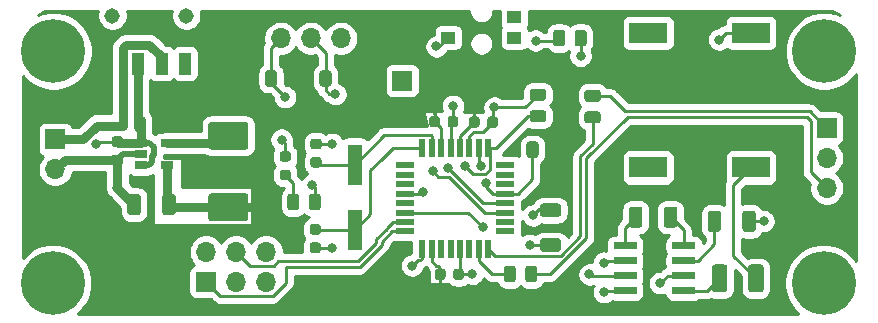
<source format=gbr>
%TF.GenerationSoftware,KiCad,Pcbnew,(5.1.9-0-10_14)*%
%TF.CreationDate,2022-07-10T13:30:40-04:00*%
%TF.ProjectId,raygun,72617967-756e-42e6-9b69-6361645f7063,rev?*%
%TF.SameCoordinates,Original*%
%TF.FileFunction,Copper,L1,Top*%
%TF.FilePolarity,Positive*%
%FSLAX46Y46*%
G04 Gerber Fmt 4.6, Leading zero omitted, Abs format (unit mm)*
G04 Created by KiCad (PCBNEW (5.1.9-0-10_14)) date 2022-07-10 13:30:40*
%MOMM*%
%LPD*%
G01*
G04 APERTURE LIST*
%TA.AperFunction,SMDPad,CuDef*%
%ADD10R,1.200000X1.000000*%
%TD*%
%TA.AperFunction,ComponentPad*%
%ADD11R,1.700000X1.700000*%
%TD*%
%TA.AperFunction,ComponentPad*%
%ADD12O,1.700000X1.700000*%
%TD*%
%TA.AperFunction,ComponentPad*%
%ADD13C,1.308000*%
%TD*%
%TA.AperFunction,SMDPad,CuDef*%
%ADD14R,1.000000X1.900000*%
%TD*%
%TA.AperFunction,ComponentPad*%
%ADD15C,5.400000*%
%TD*%
%TA.AperFunction,SMDPad,CuDef*%
%ADD16R,3.200000X1.800000*%
%TD*%
%TA.AperFunction,SMDPad,CuDef*%
%ADD17R,1.200000X3.500000*%
%TD*%
%TA.AperFunction,SMDPad,CuDef*%
%ADD18R,1.060000X0.650000*%
%TD*%
%TA.AperFunction,SMDPad,CuDef*%
%ADD19R,1.600000X0.550000*%
%TD*%
%TA.AperFunction,SMDPad,CuDef*%
%ADD20R,0.550000X1.600000*%
%TD*%
%TA.AperFunction,ViaPad*%
%ADD21C,0.800000*%
%TD*%
%TA.AperFunction,Conductor*%
%ADD22C,0.250000*%
%TD*%
%TA.AperFunction,Conductor*%
%ADD23C,0.500000*%
%TD*%
%TA.AperFunction,Conductor*%
%ADD24C,0.800000*%
%TD*%
%TA.AperFunction,Conductor*%
%ADD25C,0.254000*%
%TD*%
%TA.AperFunction,Conductor*%
%ADD26C,0.100000*%
%TD*%
G04 APERTURE END LIST*
D10*
%TO.P,SW1,2*%
%TO.N,3.3V*%
X119300000Y-69250000D03*
%TO.P,SW1,1*%
%TO.N,BTN1*%
X119300000Y-70950000D03*
%TO.P,SW1,3*%
%TO.N,N/C*%
X124900000Y-70950000D03*
%TO.P,SW1,4*%
X124900000Y-69250000D03*
%TD*%
%TO.P,R8,2*%
%TO.N,Net-(LED1-Pad3)*%
%TA.AperFunction,SMDPad,CuDef*%
G36*
G01*
X125825000Y-91425002D02*
X125825000Y-90524998D01*
G75*
G02*
X126074998Y-90275000I249998J0D01*
G01*
X126600002Y-90275000D01*
G75*
G02*
X126850000Y-90524998I0J-249998D01*
G01*
X126850000Y-91425002D01*
G75*
G02*
X126600002Y-91675000I-249998J0D01*
G01*
X126074998Y-91675000D01*
G75*
G02*
X125825000Y-91425002I0J249998D01*
G01*
G37*
%TD.AperFunction*%
%TO.P,R8,1*%
%TO.N,LED1*%
%TA.AperFunction,SMDPad,CuDef*%
G36*
G01*
X124000000Y-91425002D02*
X124000000Y-90524998D01*
G75*
G02*
X124249998Y-90275000I249998J0D01*
G01*
X124775002Y-90275000D01*
G75*
G02*
X125025000Y-90524998I0J-249998D01*
G01*
X125025000Y-91425002D01*
G75*
G02*
X124775002Y-91675000I-249998J0D01*
G01*
X124249998Y-91675000D01*
G75*
G02*
X124000000Y-91425002I0J249998D01*
G01*
G37*
%TD.AperFunction*%
%TD*%
%TO.P,R7,2*%
%TO.N,Net-(LED1-Pad1)*%
%TA.AperFunction,SMDPad,CuDef*%
G36*
G01*
X131975002Y-76400000D02*
X131074998Y-76400000D01*
G75*
G02*
X130825000Y-76150002I0J249998D01*
G01*
X130825000Y-75624998D01*
G75*
G02*
X131074998Y-75375000I249998J0D01*
G01*
X131975002Y-75375000D01*
G75*
G02*
X132225000Y-75624998I0J-249998D01*
G01*
X132225000Y-76150002D01*
G75*
G02*
X131975002Y-76400000I-249998J0D01*
G01*
G37*
%TD.AperFunction*%
%TO.P,R7,1*%
%TO.N,LED2*%
%TA.AperFunction,SMDPad,CuDef*%
G36*
G01*
X131975002Y-78225000D02*
X131074998Y-78225000D01*
G75*
G02*
X130825000Y-77975002I0J249998D01*
G01*
X130825000Y-77449998D01*
G75*
G02*
X131074998Y-77200000I249998J0D01*
G01*
X131975002Y-77200000D01*
G75*
G02*
X132225000Y-77449998I0J-249998D01*
G01*
X132225000Y-77975002D01*
G75*
G02*
X131975002Y-78225000I-249998J0D01*
G01*
G37*
%TD.AperFunction*%
%TD*%
%TO.P,R6,2*%
%TO.N,RESET*%
%TA.AperFunction,SMDPad,CuDef*%
G36*
G01*
X126950000Y-79999998D02*
X126950000Y-80900002D01*
G75*
G02*
X126700002Y-81150000I-249998J0D01*
G01*
X126174998Y-81150000D01*
G75*
G02*
X125925000Y-80900002I0J249998D01*
G01*
X125925000Y-79999998D01*
G75*
G02*
X126174998Y-79750000I249998J0D01*
G01*
X126700002Y-79750000D01*
G75*
G02*
X126950000Y-79999998I0J-249998D01*
G01*
G37*
%TD.AperFunction*%
%TO.P,R6,1*%
%TO.N,3.3V*%
%TA.AperFunction,SMDPad,CuDef*%
G36*
G01*
X128775000Y-79999998D02*
X128775000Y-80900002D01*
G75*
G02*
X128525002Y-81150000I-249998J0D01*
G01*
X127999998Y-81150000D01*
G75*
G02*
X127750000Y-80900002I0J249998D01*
G01*
X127750000Y-79999998D01*
G75*
G02*
X127999998Y-79750000I249998J0D01*
G01*
X128525002Y-79750000D01*
G75*
G02*
X128775000Y-79999998I0J-249998D01*
G01*
G37*
%TD.AperFunction*%
%TD*%
D11*
%TO.P,ISP1,1*%
%TO.N,MISO*%
X98800000Y-91640000D03*
D12*
%TO.P,ISP1,2*%
%TO.N,Net-(ISP1-Pad2)*%
X98800000Y-89100000D03*
%TO.P,ISP1,3*%
%TO.N,SCK*%
X101340000Y-91640000D03*
%TO.P,ISP1,4*%
%TO.N,MOSI*%
X101340000Y-89100000D03*
%TO.P,ISP1,5*%
%TO.N,RESET*%
X103880000Y-91640000D03*
%TO.P,ISP1,6*%
%TO.N,GND*%
X103880000Y-89100000D03*
%TD*%
D13*
%TO.P,SW3,MH2*%
%TO.N,N/C*%
X90875000Y-69100000D03*
%TO.P,SW3,MH1*%
X97125000Y-69100000D03*
D14*
%TO.P,SW3,3*%
%TO.N,VCC*%
X93030000Y-73150000D03*
%TO.P,SW3,2*%
%TO.N,Net-(BAT1-Pad1)*%
X95030000Y-73150000D03*
%TO.P,SW3,1*%
%TO.N,Net-(SW3-Pad1)*%
X97030000Y-73150000D03*
%TD*%
%TO.P,R5,2*%
%TO.N,GND*%
%TA.AperFunction,SMDPad,CuDef*%
G36*
G01*
X130000000Y-71450002D02*
X130000000Y-70549998D01*
G75*
G02*
X130249998Y-70300000I249998J0D01*
G01*
X130775002Y-70300000D01*
G75*
G02*
X131025000Y-70549998I0J-249998D01*
G01*
X131025000Y-71450002D01*
G75*
G02*
X130775002Y-71700000I-249998J0D01*
G01*
X130249998Y-71700000D01*
G75*
G02*
X130000000Y-71450002I0J249998D01*
G01*
G37*
%TD.AperFunction*%
%TO.P,R5,1*%
%TO.N,BTN2*%
%TA.AperFunction,SMDPad,CuDef*%
G36*
G01*
X128175000Y-71450002D02*
X128175000Y-70549998D01*
G75*
G02*
X128424998Y-70300000I249998J0D01*
G01*
X128950002Y-70300000D01*
G75*
G02*
X129200000Y-70549998I0J-249998D01*
G01*
X129200000Y-71450002D01*
G75*
G02*
X128950002Y-71700000I-249998J0D01*
G01*
X128424998Y-71700000D01*
G75*
G02*
X128175000Y-71450002I0J249998D01*
G01*
G37*
%TD.AperFunction*%
%TD*%
D12*
%TO.P,SWTCH1,2*%
%TO.N,3.3V*%
X117940000Y-74600000D03*
D11*
%TO.P,SWTCH1,1*%
%TO.N,BTN1*%
X115400000Y-74600000D03*
%TD*%
D15*
%TO.P,REF\u002A\u002A,1*%
%TO.N,N/C*%
X151130000Y-72110600D03*
%TD*%
%TO.P,REF\u002A\u002A,1*%
%TO.N,N/C*%
X85877400Y-72110600D03*
%TD*%
%TO.P,REF\u002A\u002A,1*%
%TO.N,N/C*%
X85826600Y-91744800D03*
%TD*%
%TO.P,REF\u002A\u002A,1*%
%TO.N,N/C*%
X151079200Y-91744800D03*
%TD*%
%TO.P,R4,2*%
%TO.N,SCL*%
%TA.AperFunction,SMDPad,CuDef*%
G36*
G01*
X109429600Y-73971998D02*
X109429600Y-74872002D01*
G75*
G02*
X109179602Y-75122000I-249998J0D01*
G01*
X108654598Y-75122000D01*
G75*
G02*
X108404600Y-74872002I0J249998D01*
G01*
X108404600Y-73971998D01*
G75*
G02*
X108654598Y-73722000I249998J0D01*
G01*
X109179602Y-73722000D01*
G75*
G02*
X109429600Y-73971998I0J-249998D01*
G01*
G37*
%TD.AperFunction*%
%TO.P,R4,1*%
%TO.N,3.3V*%
%TA.AperFunction,SMDPad,CuDef*%
G36*
G01*
X111254600Y-73971998D02*
X111254600Y-74872002D01*
G75*
G02*
X111004602Y-75122000I-249998J0D01*
G01*
X110479598Y-75122000D01*
G75*
G02*
X110229600Y-74872002I0J249998D01*
G01*
X110229600Y-73971998D01*
G75*
G02*
X110479598Y-73722000I249998J0D01*
G01*
X111004602Y-73722000D01*
G75*
G02*
X111254600Y-73971998I0J-249998D01*
G01*
G37*
%TD.AperFunction*%
%TD*%
%TO.P,R3,2*%
%TO.N,SDA*%
%TA.AperFunction,SMDPad,CuDef*%
G36*
G01*
X104806800Y-73971998D02*
X104806800Y-74872002D01*
G75*
G02*
X104556802Y-75122000I-249998J0D01*
G01*
X104031798Y-75122000D01*
G75*
G02*
X103781800Y-74872002I0J249998D01*
G01*
X103781800Y-73971998D01*
G75*
G02*
X104031798Y-73722000I249998J0D01*
G01*
X104556802Y-73722000D01*
G75*
G02*
X104806800Y-73971998I0J-249998D01*
G01*
G37*
%TD.AperFunction*%
%TO.P,R3,1*%
%TO.N,3.3V*%
%TA.AperFunction,SMDPad,CuDef*%
G36*
G01*
X106631800Y-73971998D02*
X106631800Y-74872002D01*
G75*
G02*
X106381802Y-75122000I-249998J0D01*
G01*
X105856798Y-75122000D01*
G75*
G02*
X105606800Y-74872002I0J249998D01*
G01*
X105606800Y-73971998D01*
G75*
G02*
X105856798Y-73722000I249998J0D01*
G01*
X106381802Y-73722000D01*
G75*
G02*
X106631800Y-73971998I0J-249998D01*
G01*
G37*
%TD.AperFunction*%
%TD*%
D16*
%TO.P,LS1,DL1*%
%TO.N,N/C*%
X136239000Y-81950800D03*
%TO.P,LS1,DL2*%
X136239000Y-70550800D03*
%TO.P,LS1,2*%
%TO.N,GND*%
X144939000Y-70550800D03*
%TO.P,LS1,1*%
%TO.N,Net-(C11-Pad2)*%
X144939000Y-81950800D03*
%TD*%
%TO.P,L1,2*%
%TO.N,Net-(L1-Pad2)*%
%TA.AperFunction,SMDPad,CuDef*%
G36*
G01*
X102150600Y-80446000D02*
X99220600Y-80446000D01*
G75*
G02*
X98985600Y-80211000I0J235000D01*
G01*
X98985600Y-78331000D01*
G75*
G02*
X99220600Y-78096000I235000J0D01*
G01*
X102150600Y-78096000D01*
G75*
G02*
X102385600Y-78331000I0J-235000D01*
G01*
X102385600Y-80211000D01*
G75*
G02*
X102150600Y-80446000I-235000J0D01*
G01*
G37*
%TD.AperFunction*%
%TO.P,L1,1*%
%TO.N,3.3V*%
%TA.AperFunction,SMDPad,CuDef*%
G36*
G01*
X102150600Y-86496000D02*
X99220600Y-86496000D01*
G75*
G02*
X98985600Y-86261000I0J235000D01*
G01*
X98985600Y-84381000D01*
G75*
G02*
X99220600Y-84146000I235000J0D01*
G01*
X102150600Y-84146000D01*
G75*
G02*
X102385600Y-84381000I0J-235000D01*
G01*
X102385600Y-86261000D01*
G75*
G02*
X102150600Y-86496000I-235000J0D01*
G01*
G37*
%TD.AperFunction*%
%TD*%
D17*
%TO.P,Y1,2*%
%TO.N,XTAL2*%
X111391700Y-87205000D03*
%TO.P,Y1,1*%
%TO.N,XTAL1*%
X111391700Y-81705000D03*
%TD*%
%TO.P,U3,8*%
%TO.N,Net-(C5-Pad1)*%
%TA.AperFunction,SMDPad,CuDef*%
G36*
G01*
X138251300Y-88827800D02*
X138251300Y-88311800D01*
G75*
G02*
X138293300Y-88269800I42000J0D01*
G01*
X140179300Y-88269800D01*
G75*
G02*
X140221300Y-88311800I0J-42000D01*
G01*
X140221300Y-88827800D01*
G75*
G02*
X140179300Y-88869800I-42000J0D01*
G01*
X138293300Y-88869800D01*
G75*
G02*
X138251300Y-88827800I0J42000D01*
G01*
G37*
%TD.AperFunction*%
%TO.P,U3,7*%
%TO.N,Net-(C10-Pad1)*%
%TA.AperFunction,SMDPad,CuDef*%
G36*
G01*
X138251300Y-90097800D02*
X138251300Y-89581800D01*
G75*
G02*
X138293300Y-89539800I42000J0D01*
G01*
X140179300Y-89539800D01*
G75*
G02*
X140221300Y-89581800I0J-42000D01*
G01*
X140221300Y-90097800D01*
G75*
G02*
X140179300Y-90139800I-42000J0D01*
G01*
X138293300Y-90139800D01*
G75*
G02*
X138251300Y-90097800I0J42000D01*
G01*
G37*
%TD.AperFunction*%
%TO.P,U3,6*%
%TO.N,VCC*%
%TA.AperFunction,SMDPad,CuDef*%
G36*
G01*
X138251300Y-91367800D02*
X138251300Y-90851800D01*
G75*
G02*
X138293300Y-90809800I42000J0D01*
G01*
X140179300Y-90809800D01*
G75*
G02*
X140221300Y-90851800I0J-42000D01*
G01*
X140221300Y-91367800D01*
G75*
G02*
X140179300Y-91409800I-42000J0D01*
G01*
X138293300Y-91409800D01*
G75*
G02*
X138251300Y-91367800I0J42000D01*
G01*
G37*
%TD.AperFunction*%
%TO.P,U3,5*%
%TO.N,Net-(C11-Pad1)*%
%TA.AperFunction,SMDPad,CuDef*%
G36*
G01*
X138251300Y-92637800D02*
X138251300Y-92121800D01*
G75*
G02*
X138293300Y-92079800I42000J0D01*
G01*
X140179300Y-92079800D01*
G75*
G02*
X140221300Y-92121800I0J-42000D01*
G01*
X140221300Y-92637800D01*
G75*
G02*
X140179300Y-92679800I-42000J0D01*
G01*
X138293300Y-92679800D01*
G75*
G02*
X138251300Y-92637800I0J42000D01*
G01*
G37*
%TD.AperFunction*%
%TO.P,U3,4*%
%TO.N,GND*%
%TA.AperFunction,SMDPad,CuDef*%
G36*
G01*
X133311300Y-92637800D02*
X133311300Y-92121800D01*
G75*
G02*
X133353300Y-92079800I42000J0D01*
G01*
X135239300Y-92079800D01*
G75*
G02*
X135281300Y-92121800I0J-42000D01*
G01*
X135281300Y-92637800D01*
G75*
G02*
X135239300Y-92679800I-42000J0D01*
G01*
X133353300Y-92679800D01*
G75*
G02*
X133311300Y-92637800I0J42000D01*
G01*
G37*
%TD.AperFunction*%
%TO.P,U3,3*%
%TO.N,Net-(C6-Pad1)*%
%TA.AperFunction,SMDPad,CuDef*%
G36*
G01*
X133311300Y-91367800D02*
X133311300Y-90851800D01*
G75*
G02*
X133353300Y-90809800I42000J0D01*
G01*
X135239300Y-90809800D01*
G75*
G02*
X135281300Y-90851800I0J-42000D01*
G01*
X135281300Y-91367800D01*
G75*
G02*
X135239300Y-91409800I-42000J0D01*
G01*
X133353300Y-91409800D01*
G75*
G02*
X133311300Y-91367800I0J42000D01*
G01*
G37*
%TD.AperFunction*%
%TO.P,U3,2*%
%TO.N,GND*%
%TA.AperFunction,SMDPad,CuDef*%
G36*
G01*
X133311300Y-90097800D02*
X133311300Y-89581800D01*
G75*
G02*
X133353300Y-89539800I42000J0D01*
G01*
X135239300Y-89539800D01*
G75*
G02*
X135281300Y-89581800I0J-42000D01*
G01*
X135281300Y-90097800D01*
G75*
G02*
X135239300Y-90139800I-42000J0D01*
G01*
X133353300Y-90139800D01*
G75*
G02*
X133311300Y-90097800I0J42000D01*
G01*
G37*
%TD.AperFunction*%
%TO.P,U3,1*%
%TO.N,Net-(C5-Pad2)*%
%TA.AperFunction,SMDPad,CuDef*%
G36*
G01*
X133311300Y-88827800D02*
X133311300Y-88311800D01*
G75*
G02*
X133353300Y-88269800I42000J0D01*
G01*
X135239300Y-88269800D01*
G75*
G02*
X135281300Y-88311800I0J-42000D01*
G01*
X135281300Y-88827800D01*
G75*
G02*
X135239300Y-88869800I-42000J0D01*
G01*
X133353300Y-88869800D01*
G75*
G02*
X133311300Y-88827800I0J42000D01*
G01*
G37*
%TD.AperFunction*%
%TD*%
D18*
%TO.P,U2,5*%
%TO.N,Net-(L1-Pad2)*%
X95461000Y-79872800D03*
%TO.P,U2,4*%
%TO.N,3.3V*%
X95461000Y-81772800D03*
%TO.P,U2,3*%
%TO.N,VCC*%
X93261000Y-81772800D03*
%TO.P,U2,2*%
%TO.N,GND*%
X93261000Y-80822800D03*
%TO.P,U2,1*%
%TO.N,VCC*%
X93261000Y-79872800D03*
%TD*%
D19*
%TO.P,U1,32*%
%TO.N,Net-(U1-Pad32)*%
X124150700Y-81769300D03*
%TO.P,U1,31*%
%TO.N,Net-(U1-Pad31)*%
X124150700Y-82569300D03*
%TO.P,U1,30*%
%TO.N,Net-(U1-Pad30)*%
X124150700Y-83369300D03*
%TO.P,U1,29*%
%TO.N,RESET*%
X124150700Y-84169300D03*
%TO.P,U1,28*%
%TO.N,SCL*%
X124150700Y-84969300D03*
%TO.P,U1,27*%
%TO.N,SDA*%
X124150700Y-85769300D03*
%TO.P,U1,26*%
%TO.N,Net-(U1-Pad26)*%
X124150700Y-86569300D03*
%TO.P,U1,25*%
%TO.N,Net-(U1-Pad25)*%
X124150700Y-87369300D03*
D20*
%TO.P,U1,24*%
%TO.N,LED2*%
X122700700Y-88819300D03*
%TO.P,U1,23*%
%TO.N,LED1*%
X121900700Y-88819300D03*
%TO.P,U1,22*%
%TO.N,Net-(U1-Pad22)*%
X121100700Y-88819300D03*
%TO.P,U1,21*%
%TO.N,GND*%
X120300700Y-88819300D03*
%TO.P,U1,20*%
%TO.N,Net-(U1-Pad20)*%
X119500700Y-88819300D03*
%TO.P,U1,19*%
%TO.N,Net-(U1-Pad19)*%
X118700700Y-88819300D03*
%TO.P,U1,18*%
%TO.N,3.3V*%
X117900700Y-88819300D03*
%TO.P,U1,17*%
%TO.N,SCK*%
X117100700Y-88819300D03*
D19*
%TO.P,U1,16*%
%TO.N,MISO*%
X115650700Y-87369300D03*
%TO.P,U1,15*%
%TO.N,MOSI*%
X115650700Y-86569300D03*
%TO.P,U1,14*%
%TO.N,SND*%
X115650700Y-85769300D03*
%TO.P,U1,13*%
%TO.N,Net-(U1-Pad13)*%
X115650700Y-84969300D03*
%TO.P,U1,12*%
%TO.N,LED_PWR*%
X115650700Y-84169300D03*
%TO.P,U1,11*%
%TO.N,Net-(U1-Pad11)*%
X115650700Y-83369300D03*
%TO.P,U1,10*%
%TO.N,Net-(U1-Pad10)*%
X115650700Y-82569300D03*
%TO.P,U1,9*%
%TO.N,Net-(U1-Pad9)*%
X115650700Y-81769300D03*
D20*
%TO.P,U1,8*%
%TO.N,XTAL2*%
X117100700Y-80319300D03*
%TO.P,U1,7*%
%TO.N,XTAL1*%
X117900700Y-80319300D03*
%TO.P,U1,6*%
%TO.N,3.3V*%
X118700700Y-80319300D03*
%TO.P,U1,5*%
%TO.N,GND*%
X119500700Y-80319300D03*
%TO.P,U1,4*%
%TO.N,3.3V*%
X120300700Y-80319300D03*
%TO.P,U1,3*%
%TO.N,GND*%
X121100700Y-80319300D03*
%TO.P,U1,2*%
%TO.N,BTN2*%
X121900700Y-80319300D03*
%TO.P,U1,1*%
%TO.N,BTN1*%
X122700700Y-80319300D03*
%TD*%
%TO.P,R2,2*%
%TO.N,GND*%
%TA.AperFunction,SMDPad,CuDef*%
G36*
G01*
X127350002Y-76300000D02*
X126449998Y-76300000D01*
G75*
G02*
X126200000Y-76050002I0J249998D01*
G01*
X126200000Y-75524998D01*
G75*
G02*
X126449998Y-75275000I249998J0D01*
G01*
X127350002Y-75275000D01*
G75*
G02*
X127600000Y-75524998I0J-249998D01*
G01*
X127600000Y-76050002D01*
G75*
G02*
X127350002Y-76300000I-249998J0D01*
G01*
G37*
%TD.AperFunction*%
%TO.P,R2,1*%
%TO.N,BTN1*%
%TA.AperFunction,SMDPad,CuDef*%
G36*
G01*
X127350002Y-78125000D02*
X126449998Y-78125000D01*
G75*
G02*
X126200000Y-77875002I0J249998D01*
G01*
X126200000Y-77349998D01*
G75*
G02*
X126449998Y-77100000I249998J0D01*
G01*
X127350002Y-77100000D01*
G75*
G02*
X127600000Y-77349998I0J-249998D01*
G01*
X127600000Y-77875002D01*
G75*
G02*
X127350002Y-78125000I-249998J0D01*
G01*
G37*
%TD.AperFunction*%
%TD*%
%TO.P,R1,2*%
%TO.N,Net-(D1-Pad2)*%
%TA.AperFunction,SMDPad,CuDef*%
G36*
G01*
X106700000Y-84424998D02*
X106700000Y-85325002D01*
G75*
G02*
X106450002Y-85575000I-249998J0D01*
G01*
X105924998Y-85575000D01*
G75*
G02*
X105675000Y-85325002I0J249998D01*
G01*
X105675000Y-84424998D01*
G75*
G02*
X105924998Y-84175000I249998J0D01*
G01*
X106450002Y-84175000D01*
G75*
G02*
X106700000Y-84424998I0J-249998D01*
G01*
G37*
%TD.AperFunction*%
%TO.P,R1,1*%
%TO.N,LED_PWR*%
%TA.AperFunction,SMDPad,CuDef*%
G36*
G01*
X108525000Y-84424998D02*
X108525000Y-85325002D01*
G75*
G02*
X108275002Y-85575000I-249998J0D01*
G01*
X107749998Y-85575000D01*
G75*
G02*
X107500000Y-85325002I0J249998D01*
G01*
X107500000Y-84424998D01*
G75*
G02*
X107749998Y-84175000I249998J0D01*
G01*
X108275002Y-84175000D01*
G75*
G02*
X108525000Y-84424998I0J-249998D01*
G01*
G37*
%TD.AperFunction*%
%TD*%
D12*
%TO.P,OLED1,4*%
%TO.N,SDA*%
X105130600Y-71018400D03*
%TO.P,OLED1,3*%
%TO.N,SCL*%
X107670600Y-71018400D03*
%TO.P,OLED1,2*%
%TO.N,GND*%
X110210600Y-71018400D03*
D11*
%TO.P,OLED1,1*%
%TO.N,3.3V*%
X112750600Y-71018400D03*
%TD*%
D12*
%TO.P,LED1,4*%
%TO.N,3.3V*%
X151358600Y-86233000D03*
%TO.P,LED1,3*%
%TO.N,Net-(LED1-Pad3)*%
X151358600Y-83693000D03*
%TO.P,LED1,2*%
%TO.N,GND*%
X151358600Y-81153000D03*
D11*
%TO.P,LED1,1*%
%TO.N,Net-(LED1-Pad1)*%
X151358600Y-78613000D03*
%TD*%
%TO.P,D1,2*%
%TO.N,Net-(D1-Pad2)*%
%TA.AperFunction,SMDPad,CuDef*%
G36*
G01*
X105243750Y-82150000D02*
X105756250Y-82150000D01*
G75*
G02*
X105975000Y-82368750I0J-218750D01*
G01*
X105975000Y-82806250D01*
G75*
G02*
X105756250Y-83025000I-218750J0D01*
G01*
X105243750Y-83025000D01*
G75*
G02*
X105025000Y-82806250I0J218750D01*
G01*
X105025000Y-82368750D01*
G75*
G02*
X105243750Y-82150000I218750J0D01*
G01*
G37*
%TD.AperFunction*%
%TO.P,D1,1*%
%TO.N,GND*%
%TA.AperFunction,SMDPad,CuDef*%
G36*
G01*
X105243750Y-80575000D02*
X105756250Y-80575000D01*
G75*
G02*
X105975000Y-80793750I0J-218750D01*
G01*
X105975000Y-81231250D01*
G75*
G02*
X105756250Y-81450000I-218750J0D01*
G01*
X105243750Y-81450000D01*
G75*
G02*
X105025000Y-81231250I0J218750D01*
G01*
X105025000Y-80793750D01*
G75*
G02*
X105243750Y-80575000I218750J0D01*
G01*
G37*
%TD.AperFunction*%
%TD*%
%TO.P,C11,2*%
%TO.N,Net-(C11-Pad2)*%
%TA.AperFunction,SMDPad,CuDef*%
G36*
G01*
X144689800Y-92263402D02*
X144689800Y-90413398D01*
G75*
G02*
X144939798Y-90163400I249998J0D01*
G01*
X145764802Y-90163400D01*
G75*
G02*
X146014800Y-90413398I0J-249998D01*
G01*
X146014800Y-92263402D01*
G75*
G02*
X145764802Y-92513400I-249998J0D01*
G01*
X144939798Y-92513400D01*
G75*
G02*
X144689800Y-92263402I0J249998D01*
G01*
G37*
%TD.AperFunction*%
%TO.P,C11,1*%
%TO.N,Net-(C11-Pad1)*%
%TA.AperFunction,SMDPad,CuDef*%
G36*
G01*
X141614800Y-92263402D02*
X141614800Y-90413398D01*
G75*
G02*
X141864798Y-90163400I249998J0D01*
G01*
X142689802Y-90163400D01*
G75*
G02*
X142939800Y-90413398I0J-249998D01*
G01*
X142939800Y-92263402D01*
G75*
G02*
X142689802Y-92513400I-249998J0D01*
G01*
X141864798Y-92513400D01*
G75*
G02*
X141614800Y-92263402I0J249998D01*
G01*
G37*
%TD.AperFunction*%
%TD*%
%TO.P,C10,2*%
%TO.N,GND*%
%TA.AperFunction,SMDPad,CuDef*%
G36*
G01*
X144206800Y-87162401D02*
X144206800Y-85862399D01*
G75*
G02*
X144456799Y-85612400I249999J0D01*
G01*
X145106801Y-85612400D01*
G75*
G02*
X145356800Y-85862399I0J-249999D01*
G01*
X145356800Y-87162401D01*
G75*
G02*
X145106801Y-87412400I-249999J0D01*
G01*
X144456799Y-87412400D01*
G75*
G02*
X144206800Y-87162401I0J249999D01*
G01*
G37*
%TD.AperFunction*%
%TO.P,C10,1*%
%TO.N,Net-(C10-Pad1)*%
%TA.AperFunction,SMDPad,CuDef*%
G36*
G01*
X141256800Y-87162401D02*
X141256800Y-85862399D01*
G75*
G02*
X141506799Y-85612400I249999J0D01*
G01*
X142156801Y-85612400D01*
G75*
G02*
X142406800Y-85862399I0J-249999D01*
G01*
X142406800Y-87162401D01*
G75*
G02*
X142156801Y-87412400I-249999J0D01*
G01*
X141506799Y-87412400D01*
G75*
G02*
X141256800Y-87162401I0J249999D01*
G01*
G37*
%TD.AperFunction*%
%TD*%
%TO.P,C9,2*%
%TO.N,GND*%
%TA.AperFunction,SMDPad,CuDef*%
G36*
G01*
X119725000Y-91250000D02*
X119725000Y-90750000D01*
G75*
G02*
X119950000Y-90525000I225000J0D01*
G01*
X120400000Y-90525000D01*
G75*
G02*
X120625000Y-90750000I0J-225000D01*
G01*
X120625000Y-91250000D01*
G75*
G02*
X120400000Y-91475000I-225000J0D01*
G01*
X119950000Y-91475000D01*
G75*
G02*
X119725000Y-91250000I0J225000D01*
G01*
G37*
%TD.AperFunction*%
%TO.P,C9,1*%
%TO.N,3.3V*%
%TA.AperFunction,SMDPad,CuDef*%
G36*
G01*
X118175000Y-91250000D02*
X118175000Y-90750000D01*
G75*
G02*
X118400000Y-90525000I225000J0D01*
G01*
X118850000Y-90525000D01*
G75*
G02*
X119075000Y-90750000I0J-225000D01*
G01*
X119075000Y-91250000D01*
G75*
G02*
X118850000Y-91475000I-225000J0D01*
G01*
X118400000Y-91475000D01*
G75*
G02*
X118175000Y-91250000I0J225000D01*
G01*
G37*
%TD.AperFunction*%
%TD*%
%TO.P,C8,2*%
%TO.N,GND*%
%TA.AperFunction,SMDPad,CuDef*%
G36*
G01*
X122613000Y-78355000D02*
X122613000Y-77855000D01*
G75*
G02*
X122838000Y-77630000I225000J0D01*
G01*
X123288000Y-77630000D01*
G75*
G02*
X123513000Y-77855000I0J-225000D01*
G01*
X123513000Y-78355000D01*
G75*
G02*
X123288000Y-78580000I-225000J0D01*
G01*
X122838000Y-78580000D01*
G75*
G02*
X122613000Y-78355000I0J225000D01*
G01*
G37*
%TD.AperFunction*%
%TO.P,C8,1*%
%TO.N,3.3V*%
%TA.AperFunction,SMDPad,CuDef*%
G36*
G01*
X121063000Y-78355000D02*
X121063000Y-77855000D01*
G75*
G02*
X121288000Y-77630000I225000J0D01*
G01*
X121738000Y-77630000D01*
G75*
G02*
X121963000Y-77855000I0J-225000D01*
G01*
X121963000Y-78355000D01*
G75*
G02*
X121738000Y-78580000I-225000J0D01*
G01*
X121288000Y-78580000D01*
G75*
G02*
X121063000Y-78355000I0J225000D01*
G01*
G37*
%TD.AperFunction*%
%TD*%
%TO.P,C7,2*%
%TO.N,GND*%
%TA.AperFunction,SMDPad,CuDef*%
G36*
G01*
X119247800Y-78329600D02*
X119247800Y-77829600D01*
G75*
G02*
X119472800Y-77604600I225000J0D01*
G01*
X119922800Y-77604600D01*
G75*
G02*
X120147800Y-77829600I0J-225000D01*
G01*
X120147800Y-78329600D01*
G75*
G02*
X119922800Y-78554600I-225000J0D01*
G01*
X119472800Y-78554600D01*
G75*
G02*
X119247800Y-78329600I0J225000D01*
G01*
G37*
%TD.AperFunction*%
%TO.P,C7,1*%
%TO.N,3.3V*%
%TA.AperFunction,SMDPad,CuDef*%
G36*
G01*
X117697800Y-78329600D02*
X117697800Y-77829600D01*
G75*
G02*
X117922800Y-77604600I225000J0D01*
G01*
X118372800Y-77604600D01*
G75*
G02*
X118597800Y-77829600I0J-225000D01*
G01*
X118597800Y-78329600D01*
G75*
G02*
X118372800Y-78554600I-225000J0D01*
G01*
X117922800Y-78554600D01*
G75*
G02*
X117697800Y-78329600I0J225000D01*
G01*
G37*
%TD.AperFunction*%
%TD*%
%TO.P,C6,2*%
%TO.N,SND*%
%TA.AperFunction,SMDPad,CuDef*%
G36*
G01*
X128615201Y-86145800D02*
X127315199Y-86145800D01*
G75*
G02*
X127065200Y-85895801I0J249999D01*
G01*
X127065200Y-85245799D01*
G75*
G02*
X127315199Y-84995800I249999J0D01*
G01*
X128615201Y-84995800D01*
G75*
G02*
X128865200Y-85245799I0J-249999D01*
G01*
X128865200Y-85895801D01*
G75*
G02*
X128615201Y-86145800I-249999J0D01*
G01*
G37*
%TD.AperFunction*%
%TO.P,C6,1*%
%TO.N,Net-(C6-Pad1)*%
%TA.AperFunction,SMDPad,CuDef*%
G36*
G01*
X128615201Y-89095800D02*
X127315199Y-89095800D01*
G75*
G02*
X127065200Y-88845801I0J249999D01*
G01*
X127065200Y-88195799D01*
G75*
G02*
X127315199Y-87945800I249999J0D01*
G01*
X128615201Y-87945800D01*
G75*
G02*
X128865200Y-88195799I0J-249999D01*
G01*
X128865200Y-88845801D01*
G75*
G02*
X128615201Y-89095800I-249999J0D01*
G01*
G37*
%TD.AperFunction*%
%TD*%
%TO.P,C5,2*%
%TO.N,Net-(C5-Pad2)*%
%TA.AperFunction,SMDPad,CuDef*%
G36*
G01*
X135752000Y-85506799D02*
X135752000Y-86806801D01*
G75*
G02*
X135502001Y-87056800I-249999J0D01*
G01*
X134851999Y-87056800D01*
G75*
G02*
X134602000Y-86806801I0J249999D01*
G01*
X134602000Y-85506799D01*
G75*
G02*
X134851999Y-85256800I249999J0D01*
G01*
X135502001Y-85256800D01*
G75*
G02*
X135752000Y-85506799I0J-249999D01*
G01*
G37*
%TD.AperFunction*%
%TO.P,C5,1*%
%TO.N,Net-(C5-Pad1)*%
%TA.AperFunction,SMDPad,CuDef*%
G36*
G01*
X138702000Y-85506799D02*
X138702000Y-86806801D01*
G75*
G02*
X138452001Y-87056800I-249999J0D01*
G01*
X137801999Y-87056800D01*
G75*
G02*
X137552000Y-86806801I0J249999D01*
G01*
X137552000Y-85506799D01*
G75*
G02*
X137801999Y-85256800I249999J0D01*
G01*
X138452001Y-85256800D01*
G75*
G02*
X138702000Y-85506799I0J-249999D01*
G01*
G37*
%TD.AperFunction*%
%TD*%
%TO.P,C4,2*%
%TO.N,GND*%
%TA.AperFunction,SMDPad,CuDef*%
G36*
G01*
X107788900Y-88297900D02*
X108288900Y-88297900D01*
G75*
G02*
X108513900Y-88522900I0J-225000D01*
G01*
X108513900Y-88972900D01*
G75*
G02*
X108288900Y-89197900I-225000J0D01*
G01*
X107788900Y-89197900D01*
G75*
G02*
X107563900Y-88972900I0J225000D01*
G01*
X107563900Y-88522900D01*
G75*
G02*
X107788900Y-88297900I225000J0D01*
G01*
G37*
%TD.AperFunction*%
%TO.P,C4,1*%
%TO.N,XTAL2*%
%TA.AperFunction,SMDPad,CuDef*%
G36*
G01*
X107788900Y-86747900D02*
X108288900Y-86747900D01*
G75*
G02*
X108513900Y-86972900I0J-225000D01*
G01*
X108513900Y-87422900D01*
G75*
G02*
X108288900Y-87647900I-225000J0D01*
G01*
X107788900Y-87647900D01*
G75*
G02*
X107563900Y-87422900I0J225000D01*
G01*
X107563900Y-86972900D01*
G75*
G02*
X107788900Y-86747900I225000J0D01*
G01*
G37*
%TD.AperFunction*%
%TD*%
%TO.P,C3,2*%
%TO.N,GND*%
%TA.AperFunction,SMDPad,CuDef*%
G36*
G01*
X108352400Y-80408600D02*
X107852400Y-80408600D01*
G75*
G02*
X107627400Y-80183600I0J225000D01*
G01*
X107627400Y-79733600D01*
G75*
G02*
X107852400Y-79508600I225000J0D01*
G01*
X108352400Y-79508600D01*
G75*
G02*
X108577400Y-79733600I0J-225000D01*
G01*
X108577400Y-80183600D01*
G75*
G02*
X108352400Y-80408600I-225000J0D01*
G01*
G37*
%TD.AperFunction*%
%TO.P,C3,1*%
%TO.N,XTAL1*%
%TA.AperFunction,SMDPad,CuDef*%
G36*
G01*
X108352400Y-81958600D02*
X107852400Y-81958600D01*
G75*
G02*
X107627400Y-81733600I0J225000D01*
G01*
X107627400Y-81283600D01*
G75*
G02*
X107852400Y-81058600I225000J0D01*
G01*
X108352400Y-81058600D01*
G75*
G02*
X108577400Y-81283600I0J-225000D01*
G01*
X108577400Y-81733600D01*
G75*
G02*
X108352400Y-81958600I-225000J0D01*
G01*
G37*
%TD.AperFunction*%
%TD*%
%TO.P,C2,2*%
%TO.N,GND*%
%TA.AperFunction,SMDPad,CuDef*%
G36*
G01*
X93283200Y-84439999D02*
X93283200Y-85740001D01*
G75*
G02*
X93033201Y-85990000I-249999J0D01*
G01*
X92383199Y-85990000D01*
G75*
G02*
X92133200Y-85740001I0J249999D01*
G01*
X92133200Y-84439999D01*
G75*
G02*
X92383199Y-84190000I249999J0D01*
G01*
X93033201Y-84190000D01*
G75*
G02*
X93283200Y-84439999I0J-249999D01*
G01*
G37*
%TD.AperFunction*%
%TO.P,C2,1*%
%TO.N,3.3V*%
%TA.AperFunction,SMDPad,CuDef*%
G36*
G01*
X96233200Y-84439999D02*
X96233200Y-85740001D01*
G75*
G02*
X95983201Y-85990000I-249999J0D01*
G01*
X95333199Y-85990000D01*
G75*
G02*
X95083200Y-85740001I0J249999D01*
G01*
X95083200Y-84439999D01*
G75*
G02*
X95333199Y-84190000I249999J0D01*
G01*
X95983201Y-84190000D01*
G75*
G02*
X96233200Y-84439999I0J-249999D01*
G01*
G37*
%TD.AperFunction*%
%TD*%
%TO.P,C1,2*%
%TO.N,GND*%
%TA.AperFunction,SMDPad,CuDef*%
G36*
G01*
X91037600Y-80868400D02*
X91537600Y-80868400D01*
G75*
G02*
X91762600Y-81093400I0J-225000D01*
G01*
X91762600Y-81543400D01*
G75*
G02*
X91537600Y-81768400I-225000J0D01*
G01*
X91037600Y-81768400D01*
G75*
G02*
X90812600Y-81543400I0J225000D01*
G01*
X90812600Y-81093400D01*
G75*
G02*
X91037600Y-80868400I225000J0D01*
G01*
G37*
%TD.AperFunction*%
%TO.P,C1,1*%
%TO.N,VCC*%
%TA.AperFunction,SMDPad,CuDef*%
G36*
G01*
X91037600Y-79318400D02*
X91537600Y-79318400D01*
G75*
G02*
X91762600Y-79543400I0J-225000D01*
G01*
X91762600Y-79993400D01*
G75*
G02*
X91537600Y-80218400I-225000J0D01*
G01*
X91037600Y-80218400D01*
G75*
G02*
X90812600Y-79993400I0J225000D01*
G01*
X90812600Y-79543400D01*
G75*
G02*
X91037600Y-79318400I225000J0D01*
G01*
G37*
%TD.AperFunction*%
%TD*%
D12*
%TO.P,BAT1,2*%
%TO.N,GND*%
X86029800Y-82118200D03*
D11*
%TO.P,BAT1,1*%
%TO.N,Net-(BAT1-Pad1)*%
X86029800Y-79578200D03*
%TD*%
%TO.P,3.3v1,1*%
%TO.N,3.3V*%
X91821000Y-90906600D03*
%TD*%
D21*
%TO.N,RESET*%
X122500000Y-83250000D03*
%TO.N,SCL*%
X119250000Y-82000000D03*
X109750000Y-75750000D03*
%TO.N,SDA*%
X118000000Y-82250000D03*
X105500000Y-76000000D03*
%TO.N,GND*%
X119697800Y-76736240D03*
X123207780Y-76868020D03*
X121350000Y-90950000D03*
X142240000Y-71120000D03*
X109458600Y-79958600D03*
X109500000Y-88800000D03*
X146000000Y-86500000D03*
X132500000Y-92500000D03*
X132500000Y-90000000D03*
X91287600Y-83669400D03*
X130512500Y-72512500D03*
X105200000Y-79600000D03*
%TO.N,SCK*%
X116250000Y-90250000D03*
%TO.N,LED_PWR*%
X117162347Y-84062347D03*
X107800000Y-83400000D03*
%TO.N,VCC*%
X89500000Y-80000000D03*
X137250000Y-91750000D03*
%TO.N,SND*%
X122250000Y-87000000D03*
X126500000Y-86000000D03*
%TO.N,3.3V*%
X117657880Y-76756260D03*
X121655840Y-76784200D03*
X103179000Y-85321000D03*
X128400000Y-82000000D03*
%TO.N,Net-(C6-Pad1)*%
X131250000Y-91000000D03*
X126250000Y-88500000D03*
%TO.N,BTN1*%
X120700000Y-81800000D03*
X118300000Y-71700000D03*
%TO.N,BTN2*%
X122100000Y-81800000D03*
X126700000Y-71200000D03*
%TD*%
D22*
%TO.N,RESET*%
X123100700Y-84169300D02*
X122500000Y-83568600D01*
X124150700Y-84169300D02*
X123100700Y-84169300D01*
X122500000Y-83568600D02*
X122500000Y-83250000D01*
X125200700Y-84169300D02*
X124150700Y-84169300D01*
X126437500Y-82932500D02*
X125200700Y-84169300D01*
X126437500Y-80450000D02*
X126437500Y-82932500D01*
%TO.N,SCL*%
X108917100Y-72264900D02*
X107670600Y-71018400D01*
X108917100Y-74422000D02*
X108917100Y-72264900D01*
X124150700Y-84969300D02*
X122219300Y-84969300D01*
X122219300Y-84969300D02*
X119250000Y-82000000D01*
X109750000Y-75750000D02*
X109250000Y-75750000D01*
X108917100Y-75417100D02*
X108917100Y-74422000D01*
X109250000Y-75750000D02*
X108917100Y-75417100D01*
%TO.N,SDA*%
X104294300Y-71854700D02*
X105130600Y-71018400D01*
X104294300Y-74422000D02*
X104294300Y-71854700D01*
X124150700Y-85769300D02*
X122382890Y-85769300D01*
X119338591Y-82725001D02*
X118475001Y-82725001D01*
X122382890Y-85769300D02*
X119338591Y-82725001D01*
X118475001Y-82725001D02*
X118000000Y-82250000D01*
X104294300Y-74422000D02*
X104294300Y-74794300D01*
X104294300Y-74794300D02*
X105500000Y-76000000D01*
D23*
%TO.N,GND*%
X91783200Y-80822800D02*
X91287600Y-81318400D01*
X93261000Y-80822800D02*
X91783200Y-80822800D01*
D24*
X86829600Y-81318400D02*
X86029800Y-82118200D01*
X91287600Y-81318400D02*
X86829600Y-81318400D01*
X91287600Y-83669400D02*
X91287600Y-83669400D01*
X92708200Y-85090000D02*
X91287600Y-83669400D01*
D22*
X119500700Y-78276700D02*
X119697800Y-78079600D01*
X119500700Y-80319300D02*
X119500700Y-78276700D01*
X122262990Y-78905010D02*
X123063000Y-78105000D01*
X121464990Y-78905010D02*
X122262990Y-78905010D01*
X121100700Y-79269300D02*
X121464990Y-78905010D01*
X121100700Y-80319300D02*
X121100700Y-79269300D01*
X119697800Y-78079600D02*
X119697800Y-76736240D01*
X123063000Y-78105000D02*
X123063000Y-77012800D01*
X123063000Y-77012800D02*
X123207780Y-76868020D01*
X144939000Y-70550800D02*
X142809200Y-70550800D01*
X142809200Y-70550800D02*
X142240000Y-71120000D01*
X108102400Y-79958600D02*
X109458600Y-79958600D01*
X144781800Y-86512400D02*
X145987600Y-86512400D01*
X145987600Y-86512400D02*
X146000000Y-86500000D01*
X134296300Y-92379800D02*
X132620200Y-92379800D01*
X132620200Y-92379800D02*
X132500000Y-92500000D01*
X134296300Y-89839800D02*
X132660200Y-89839800D01*
X132660200Y-89839800D02*
X132500000Y-90000000D01*
D24*
X91287600Y-83669400D02*
X91287600Y-81318400D01*
D22*
X108038900Y-88747900D02*
X107747900Y-88747900D01*
X130512500Y-71000000D02*
X130512500Y-72512500D01*
X109447900Y-88747900D02*
X109500000Y-88800000D01*
X108038900Y-88747900D02*
X109447900Y-88747900D01*
X105000000Y-79800000D02*
X105200000Y-79600000D01*
X125819480Y-76868020D02*
X126900000Y-75787500D01*
X123207780Y-76868020D02*
X125819480Y-76868020D01*
X105500000Y-79900000D02*
X105200000Y-79600000D01*
X105500000Y-81012500D02*
X105500000Y-79900000D01*
X120225000Y-90950000D02*
X120175000Y-91000000D01*
X121350000Y-90950000D02*
X120225000Y-90950000D01*
X120300700Y-90874300D02*
X120175000Y-91000000D01*
X120300700Y-88819300D02*
X120300700Y-90874300D01*
%TO.N,SCK*%
X116250000Y-90250000D02*
X116750000Y-89750000D01*
X117100700Y-89649300D02*
X117100700Y-88819300D01*
X117000000Y-89750000D02*
X117100700Y-89649300D01*
X116750000Y-89750000D02*
X117000000Y-89750000D01*
%TO.N,MISO*%
X115650700Y-87369300D02*
X114530700Y-87369300D01*
X113678019Y-88490093D02*
X111818102Y-90350010D01*
X113678020Y-88221980D02*
X113678019Y-88490093D01*
X114530700Y-87369300D02*
X113678020Y-88221980D01*
X111818102Y-90350010D02*
X105549990Y-90350010D01*
X104444001Y-92815001D02*
X99975001Y-92815001D01*
X99975001Y-92815001D02*
X98800000Y-91640000D01*
X105549990Y-91709012D02*
X104444001Y-92815001D01*
X105549990Y-90350010D02*
X105549990Y-91709012D01*
%TO.N,MOSI*%
X114600700Y-86569300D02*
X114098010Y-87071990D01*
X115650700Y-86569300D02*
X114600700Y-86569300D01*
X102515001Y-90275001D02*
X101340000Y-89100000D01*
X113228010Y-88303692D02*
X111631702Y-89900000D01*
X111631702Y-89900000D02*
X104900000Y-89900000D01*
X104524999Y-90275001D02*
X104900000Y-89900000D01*
X102515001Y-90275001D02*
X104524999Y-90275001D01*
X114098010Y-87165580D02*
X113228010Y-88035580D01*
X113228010Y-88035580D02*
X113228010Y-88303692D01*
X114098010Y-87071990D02*
X114098010Y-87165580D01*
%TO.N,LED_PWR*%
X117055394Y-84169300D02*
X117162347Y-84062347D01*
X115650700Y-84169300D02*
X117055394Y-84169300D01*
X108012500Y-83612500D02*
X107800000Y-83400000D01*
X108012500Y-84875000D02*
X108012500Y-83612500D01*
%TO.N,XTAL2*%
X108046000Y-87205000D02*
X108038900Y-87197900D01*
X111391700Y-87205000D02*
X108046000Y-87205000D01*
X112699800Y-85896900D02*
X111391700Y-87205000D01*
X114651100Y-80319300D02*
X117100700Y-80319300D01*
X113736700Y-81233700D02*
X114651100Y-80319300D01*
X113736700Y-81233700D02*
X113666300Y-81233700D01*
X112699800Y-82200200D02*
X112699800Y-83600200D01*
X113666300Y-81233700D02*
X112699800Y-82200200D01*
X112699800Y-83600200D02*
X112699800Y-85896900D01*
X112699800Y-83331902D02*
X112699800Y-83600200D01*
%TO.N,XTAL1*%
X108298800Y-81705000D02*
X108102400Y-81508600D01*
X111391700Y-81705000D02*
X108298800Y-81705000D01*
X117900700Y-79269300D02*
X117900700Y-80319300D01*
X117825699Y-79194299D02*
X117900700Y-79269300D01*
X113902401Y-79194299D02*
X117825699Y-79194299D01*
X111391700Y-81705000D02*
X113902401Y-79194299D01*
D24*
%TO.N,Net-(L1-Pad2)*%
X100083800Y-79872800D02*
X100685600Y-79271000D01*
X95461000Y-79872800D02*
X100083800Y-79872800D01*
%TO.N,VCC*%
X91392000Y-79872800D02*
X91287600Y-79768400D01*
X93261000Y-79872800D02*
X91392000Y-79872800D01*
D23*
X93976002Y-81772800D02*
X93261000Y-81772800D01*
X94361000Y-80897588D02*
X94241001Y-81017587D01*
X94361000Y-80257798D02*
X94361000Y-80897588D01*
X94241001Y-81507801D02*
X93976002Y-81772800D01*
X93976002Y-79872800D02*
X94361000Y-80257798D01*
X94241001Y-81017587D02*
X94241001Y-81507801D01*
X93261000Y-79872800D02*
X93976002Y-79872800D01*
D22*
X91287600Y-79768400D02*
X89731600Y-79768400D01*
X89731600Y-79768400D02*
X89500000Y-80000000D01*
X139236300Y-91109800D02*
X137890200Y-91109800D01*
X137890200Y-91109800D02*
X137250000Y-91750000D01*
D24*
X93030000Y-78508000D02*
X93261000Y-78739000D01*
X93030000Y-73150000D02*
X93030000Y-78508000D01*
X93261000Y-78739000D02*
X93261000Y-79872800D01*
X93261000Y-77909600D02*
X93261000Y-78739000D01*
D22*
%TO.N,Net-(C5-Pad1)*%
X139236300Y-87266100D02*
X138127000Y-86156800D01*
X139236300Y-88569800D02*
X139236300Y-87266100D01*
%TO.N,SND*%
X115650700Y-85769300D02*
X121019300Y-85769300D01*
X121019300Y-85769300D02*
X122250000Y-87000000D01*
X126500000Y-86000000D02*
X127000000Y-85500000D01*
X127070800Y-85570800D02*
X127965200Y-85570800D01*
X127000000Y-85500000D02*
X127070800Y-85570800D01*
%TO.N,Net-(C5-Pad2)*%
X134296300Y-87037500D02*
X135177000Y-86156800D01*
X134296300Y-88569800D02*
X134296300Y-87037500D01*
%TO.N,LED2*%
X128853380Y-89420810D02*
X130500000Y-87774190D01*
X123302210Y-89420810D02*
X128853380Y-89420810D01*
X122700700Y-88819300D02*
X123302210Y-89420810D01*
X130500000Y-87774190D02*
X130500000Y-81000000D01*
X131525000Y-79975000D02*
X130500000Y-81000000D01*
X131525000Y-77712500D02*
X131525000Y-79975000D01*
%TO.N,LED1*%
X121900700Y-89869300D02*
X121975701Y-89944301D01*
X121900700Y-88819300D02*
X121900700Y-89869300D01*
X123006400Y-90975000D02*
X124512500Y-90975000D01*
X121900700Y-89869300D02*
X123006400Y-90975000D01*
D24*
%TO.N,3.3V*%
X95889200Y-85321000D02*
X95658200Y-85090000D01*
X100685600Y-85321000D02*
X95889200Y-85321000D01*
X95461000Y-84892800D02*
X95658200Y-85090000D01*
X95461000Y-81772800D02*
X95461000Y-84892800D01*
X95658200Y-87069400D02*
X91821000Y-90906600D01*
D22*
X118700700Y-78632500D02*
X118147800Y-78079600D01*
X118700700Y-80319300D02*
X118700700Y-78632500D01*
X120300700Y-79317300D02*
X121513000Y-78105000D01*
X120300700Y-80319300D02*
X120300700Y-79317300D01*
X118147800Y-78079600D02*
X118147800Y-77380800D01*
X117551200Y-76784200D02*
X117551200Y-76619100D01*
X118147800Y-77380800D02*
X117551200Y-76784200D01*
X121513000Y-78105000D02*
X121513000Y-76942280D01*
X121655840Y-76799440D02*
X121655840Y-76784200D01*
X121513000Y-76942280D02*
X121655840Y-76799440D01*
X113578600Y-71846400D02*
X112750600Y-71018400D01*
D24*
X100685600Y-85321000D02*
X103179000Y-85321000D01*
D22*
X117900700Y-89869300D02*
X118306400Y-90275000D01*
X117900700Y-88819300D02*
X117900700Y-89869300D01*
X118306400Y-90275000D02*
X118475000Y-90275000D01*
X118625000Y-90425000D02*
X118625000Y-91000000D01*
X118475000Y-90275000D02*
X118625000Y-90425000D01*
X117525000Y-91000000D02*
X117450000Y-91075000D01*
X118625000Y-91000000D02*
X118625000Y-92050000D01*
D24*
%TO.N,Net-(BAT1-Pad1)*%
X86029800Y-79578200D02*
X86258400Y-79578200D01*
X86029800Y-79578200D02*
X88378200Y-79578200D01*
X88378200Y-79578200D02*
X89556400Y-78400000D01*
X89556400Y-78400000D02*
X91800000Y-78400000D01*
X94010001Y-71599999D02*
X95030000Y-72619998D01*
X95030000Y-72619998D02*
X95030000Y-73150000D01*
X92049999Y-71599999D02*
X94010001Y-71599999D01*
X91800000Y-71849998D02*
X92049999Y-71599999D01*
X91800000Y-78400000D02*
X91800000Y-71849998D01*
D22*
%TO.N,Net-(C6-Pad1)*%
X134296300Y-91109800D02*
X131359800Y-91109800D01*
X131359800Y-91109800D02*
X131250000Y-91000000D01*
X127944400Y-88500000D02*
X127965200Y-88520800D01*
X126250000Y-88500000D02*
X127944400Y-88500000D01*
%TO.N,Net-(C10-Pad1)*%
X139236300Y-89839800D02*
X140456920Y-89839800D01*
X141831800Y-88464920D02*
X141831800Y-86512400D01*
X140456920Y-89839800D02*
X141831800Y-88464920D01*
%TO.N,Net-(C11-Pad2)*%
X145352300Y-91338400D02*
X143421100Y-89407200D01*
X143421100Y-83468700D02*
X144939000Y-81950800D01*
X143421100Y-89407200D02*
X143421100Y-83468700D01*
%TO.N,Net-(C11-Pad1)*%
X141235900Y-92379800D02*
X142277300Y-91338400D01*
X139236300Y-92379800D02*
X141235900Y-92379800D01*
%TO.N,Net-(D1-Pad2)*%
X106200000Y-83287500D02*
X105500000Y-82587500D01*
X106200000Y-84900000D02*
X106200000Y-83287500D01*
%TO.N,BTN1*%
X122825001Y-82148001D02*
X122825001Y-80443601D01*
X122825001Y-80443601D02*
X122700700Y-80319300D01*
X122448001Y-82525001D02*
X122825001Y-82148001D01*
X121425001Y-82525001D02*
X122448001Y-82525001D01*
X120700000Y-81800000D02*
X121425001Y-82525001D01*
X118550000Y-71700000D02*
X119300000Y-70950000D01*
X118300000Y-71700000D02*
X118550000Y-71700000D01*
X126087500Y-77612500D02*
X126900000Y-77612500D01*
X123380700Y-80319300D02*
X126087500Y-77612500D01*
X122700700Y-80319300D02*
X123380700Y-80319300D01*
%TO.N,BTN2*%
X121900700Y-80319300D02*
X121900700Y-81600700D01*
X121900700Y-81600700D02*
X122100000Y-81800000D01*
X128487500Y-71200000D02*
X128687500Y-71000000D01*
X126700000Y-71200000D02*
X128487500Y-71200000D01*
%TO.N,Net-(LED1-Pad3)*%
X131000000Y-87910600D02*
X131000000Y-81136410D01*
X151358600Y-83693000D02*
X150000000Y-82334400D01*
X131000000Y-81136410D02*
X134486400Y-77650010D01*
X134486400Y-77650010D02*
X134536390Y-77700000D01*
X134536390Y-77700000D02*
X149700000Y-77700000D01*
X150000000Y-78000000D02*
X150000000Y-79700000D01*
X149700000Y-77700000D02*
X150000000Y-78000000D01*
X150000000Y-79700000D02*
X150000000Y-79500000D01*
X150000000Y-82334400D02*
X150000000Y-79700000D01*
X127935600Y-90975000D02*
X129130300Y-89780300D01*
X129130300Y-89780300D02*
X131000000Y-87910600D01*
X126337500Y-90975000D02*
X127935600Y-90975000D01*
X128966299Y-89944301D02*
X129130300Y-89780300D01*
%TO.N,Net-(LED1-Pad1)*%
X151358600Y-78613000D02*
X151313000Y-78613000D01*
X151313000Y-78613000D02*
X149900000Y-77200000D01*
X149900000Y-77200000D02*
X134300000Y-77200000D01*
X132987500Y-75887500D02*
X134300000Y-77200000D01*
X131525000Y-75887500D02*
X132987500Y-75887500D01*
%TD*%
D25*
%TO.N,3.3V*%
X89635535Y-68724013D02*
X89586000Y-68973045D01*
X89586000Y-69226955D01*
X89635535Y-69475987D01*
X89732703Y-69710570D01*
X89873768Y-69921690D01*
X90053310Y-70101232D01*
X90264430Y-70242297D01*
X90499013Y-70339465D01*
X90748045Y-70389000D01*
X91001955Y-70389000D01*
X91250987Y-70339465D01*
X91485570Y-70242297D01*
X91696690Y-70101232D01*
X91876232Y-69921690D01*
X92017297Y-69710570D01*
X92114465Y-69475987D01*
X92164000Y-69226955D01*
X92164000Y-68973045D01*
X92114465Y-68724013D01*
X92087950Y-68660000D01*
X95912050Y-68660000D01*
X95885535Y-68724013D01*
X95836000Y-68973045D01*
X95836000Y-69226955D01*
X95885535Y-69475987D01*
X95982703Y-69710570D01*
X96123768Y-69921690D01*
X96303310Y-70101232D01*
X96514430Y-70242297D01*
X96749013Y-70339465D01*
X96998045Y-70389000D01*
X97251955Y-70389000D01*
X97500987Y-70339465D01*
X97735570Y-70242297D01*
X97946690Y-70101232D01*
X98126232Y-69921690D01*
X98267297Y-69710570D01*
X98364465Y-69475987D01*
X98414000Y-69226955D01*
X98414000Y-68973045D01*
X98364465Y-68724013D01*
X98337950Y-68660000D01*
X121090000Y-68660000D01*
X121090000Y-68824476D01*
X121128814Y-69019606D01*
X121204950Y-69203414D01*
X121315482Y-69368837D01*
X121456163Y-69509518D01*
X121621586Y-69620050D01*
X121805394Y-69696186D01*
X122000524Y-69735000D01*
X122199476Y-69735000D01*
X122394606Y-69696186D01*
X122578414Y-69620050D01*
X122743837Y-69509518D01*
X122884518Y-69368837D01*
X122995050Y-69203414D01*
X123071186Y-69019606D01*
X123110000Y-68824476D01*
X123110000Y-68660000D01*
X123670792Y-68660000D01*
X123661928Y-68750000D01*
X123661928Y-69750000D01*
X123674188Y-69874482D01*
X123710498Y-69994180D01*
X123767061Y-70100000D01*
X123710498Y-70205820D01*
X123674188Y-70325518D01*
X123661928Y-70450000D01*
X123661928Y-71450000D01*
X123674188Y-71574482D01*
X123710498Y-71694180D01*
X123769463Y-71804494D01*
X123848815Y-71901185D01*
X123945506Y-71980537D01*
X124055820Y-72039502D01*
X124175518Y-72075812D01*
X124300000Y-72088072D01*
X125500000Y-72088072D01*
X125624482Y-72075812D01*
X125744180Y-72039502D01*
X125854494Y-71980537D01*
X125943654Y-71907365D01*
X126040226Y-72003937D01*
X126209744Y-72117205D01*
X126398102Y-72195226D01*
X126598061Y-72235000D01*
X126801939Y-72235000D01*
X127001898Y-72195226D01*
X127190256Y-72117205D01*
X127359774Y-72003937D01*
X127403711Y-71960000D01*
X127700229Y-71960000D01*
X127797038Y-72077962D01*
X127931613Y-72188405D01*
X128085148Y-72270472D01*
X128251744Y-72321008D01*
X128424998Y-72338072D01*
X128950002Y-72338072D01*
X129123256Y-72321008D01*
X129289852Y-72270472D01*
X129443387Y-72188405D01*
X129569256Y-72085107D01*
X129517274Y-72210602D01*
X129477500Y-72410561D01*
X129477500Y-72614439D01*
X129517274Y-72814398D01*
X129595295Y-73002756D01*
X129708563Y-73172274D01*
X129852726Y-73316437D01*
X130022244Y-73429705D01*
X130210602Y-73507726D01*
X130410561Y-73547500D01*
X130614439Y-73547500D01*
X130814398Y-73507726D01*
X131002756Y-73429705D01*
X131172274Y-73316437D01*
X131316437Y-73172274D01*
X131429705Y-73002756D01*
X131507726Y-72814398D01*
X131547500Y-72614439D01*
X131547500Y-72410561D01*
X131507726Y-72210602D01*
X131436073Y-72037617D01*
X131513405Y-71943387D01*
X131595472Y-71789852D01*
X131646008Y-71623256D01*
X131663072Y-71450002D01*
X131663072Y-70549998D01*
X131646008Y-70376744D01*
X131595472Y-70210148D01*
X131513405Y-70056613D01*
X131402962Y-69922038D01*
X131268387Y-69811595D01*
X131114852Y-69729528D01*
X130948256Y-69678992D01*
X130775002Y-69661928D01*
X130249998Y-69661928D01*
X130076744Y-69678992D01*
X129910148Y-69729528D01*
X129756613Y-69811595D01*
X129622038Y-69922038D01*
X129600000Y-69948891D01*
X129577962Y-69922038D01*
X129443387Y-69811595D01*
X129289852Y-69729528D01*
X129123256Y-69678992D01*
X128950002Y-69661928D01*
X128424998Y-69661928D01*
X128251744Y-69678992D01*
X128085148Y-69729528D01*
X127931613Y-69811595D01*
X127797038Y-69922038D01*
X127686595Y-70056613D01*
X127604528Y-70210148D01*
X127553992Y-70376744D01*
X127547762Y-70440000D01*
X127403711Y-70440000D01*
X127359774Y-70396063D01*
X127190256Y-70282795D01*
X127001898Y-70204774D01*
X126801939Y-70165000D01*
X126598061Y-70165000D01*
X126398102Y-70204774D01*
X126209744Y-70282795D01*
X126127046Y-70338052D01*
X126125812Y-70325518D01*
X126089502Y-70205820D01*
X126032939Y-70100000D01*
X126089502Y-69994180D01*
X126125812Y-69874482D01*
X126138072Y-69750000D01*
X126138072Y-69650800D01*
X134000928Y-69650800D01*
X134000928Y-71450800D01*
X134013188Y-71575282D01*
X134049498Y-71694980D01*
X134108463Y-71805294D01*
X134187815Y-71901985D01*
X134284506Y-71981337D01*
X134394820Y-72040302D01*
X134514518Y-72076612D01*
X134639000Y-72088872D01*
X137839000Y-72088872D01*
X137963482Y-72076612D01*
X138083180Y-72040302D01*
X138193494Y-71981337D01*
X138290185Y-71901985D01*
X138369537Y-71805294D01*
X138428502Y-71694980D01*
X138464812Y-71575282D01*
X138477072Y-71450800D01*
X138477072Y-71018061D01*
X141205000Y-71018061D01*
X141205000Y-71221939D01*
X141244774Y-71421898D01*
X141322795Y-71610256D01*
X141436063Y-71779774D01*
X141580226Y-71923937D01*
X141749744Y-72037205D01*
X141938102Y-72115226D01*
X142138061Y-72155000D01*
X142341939Y-72155000D01*
X142541898Y-72115226D01*
X142730256Y-72037205D01*
X142899774Y-71923937D01*
X142906440Y-71917271D01*
X142984506Y-71981337D01*
X143094820Y-72040302D01*
X143214518Y-72076612D01*
X143339000Y-72088872D01*
X146539000Y-72088872D01*
X146663482Y-72076612D01*
X146783180Y-72040302D01*
X146893494Y-71981337D01*
X146990185Y-71901985D01*
X147069537Y-71805294D01*
X147128502Y-71694980D01*
X147164812Y-71575282D01*
X147177072Y-71450800D01*
X147177072Y-69650800D01*
X147164812Y-69526318D01*
X147128502Y-69406620D01*
X147069537Y-69296306D01*
X146990185Y-69199615D01*
X146893494Y-69120263D01*
X146783180Y-69061298D01*
X146663482Y-69024988D01*
X146539000Y-69012728D01*
X143339000Y-69012728D01*
X143214518Y-69024988D01*
X143094820Y-69061298D01*
X142984506Y-69120263D01*
X142887815Y-69199615D01*
X142808463Y-69296306D01*
X142749498Y-69406620D01*
X142713188Y-69526318D01*
X142700928Y-69650800D01*
X142700928Y-69797787D01*
X142660214Y-69801797D01*
X142516953Y-69845254D01*
X142384924Y-69915826D01*
X142269199Y-70010799D01*
X142245400Y-70039798D01*
X142200198Y-70085000D01*
X142138061Y-70085000D01*
X141938102Y-70124774D01*
X141749744Y-70202795D01*
X141580226Y-70316063D01*
X141436063Y-70460226D01*
X141322795Y-70629744D01*
X141244774Y-70818102D01*
X141205000Y-71018061D01*
X138477072Y-71018061D01*
X138477072Y-69650800D01*
X138464812Y-69526318D01*
X138428502Y-69406620D01*
X138369537Y-69296306D01*
X138290185Y-69199615D01*
X138193494Y-69120263D01*
X138083180Y-69061298D01*
X137963482Y-69024988D01*
X137839000Y-69012728D01*
X134639000Y-69012728D01*
X134514518Y-69024988D01*
X134394820Y-69061298D01*
X134284506Y-69120263D01*
X134187815Y-69199615D01*
X134108463Y-69296306D01*
X134049498Y-69406620D01*
X134013188Y-69526318D01*
X134000928Y-69650800D01*
X126138072Y-69650800D01*
X126138072Y-68750000D01*
X126129208Y-68660000D01*
X151817192Y-68660000D01*
X152492515Y-69065194D01*
X152102784Y-68903762D01*
X151458469Y-68775600D01*
X150801531Y-68775600D01*
X150157216Y-68903762D01*
X149550285Y-69155161D01*
X149004061Y-69520136D01*
X148539536Y-69984661D01*
X148174561Y-70530885D01*
X147923162Y-71137816D01*
X147795000Y-71782131D01*
X147795000Y-72439069D01*
X147923162Y-73083384D01*
X148174561Y-73690315D01*
X148539536Y-74236539D01*
X149004061Y-74701064D01*
X149550285Y-75066039D01*
X150157216Y-75317438D01*
X150801531Y-75445600D01*
X151458469Y-75445600D01*
X152102784Y-75317438D01*
X152709715Y-75066039D01*
X153255939Y-74701064D01*
X153720464Y-74236539D01*
X153840000Y-74057640D01*
X153840001Y-89873788D01*
X153669664Y-89618861D01*
X153205139Y-89154336D01*
X152658915Y-88789361D01*
X152051984Y-88537962D01*
X151407669Y-88409800D01*
X150750731Y-88409800D01*
X150106416Y-88537962D01*
X149499485Y-88789361D01*
X148953261Y-89154336D01*
X148488736Y-89618861D01*
X148123761Y-90165085D01*
X147872362Y-90772016D01*
X147744200Y-91416331D01*
X147744200Y-92073269D01*
X147872362Y-92717584D01*
X148123761Y-93324515D01*
X148488736Y-93870739D01*
X148953261Y-94335264D01*
X148960349Y-94340000D01*
X87945451Y-94340000D01*
X87952539Y-94335264D01*
X88417064Y-93870739D01*
X88782039Y-93324515D01*
X89033438Y-92717584D01*
X89161600Y-92073269D01*
X89161600Y-91416331D01*
X89037016Y-90790000D01*
X97311928Y-90790000D01*
X97311928Y-92490000D01*
X97324188Y-92614482D01*
X97360498Y-92734180D01*
X97419463Y-92844494D01*
X97498815Y-92941185D01*
X97595506Y-93020537D01*
X97705820Y-93079502D01*
X97825518Y-93115812D01*
X97950000Y-93128072D01*
X99213270Y-93128072D01*
X99411202Y-93326004D01*
X99435000Y-93355002D01*
X99550725Y-93449975D01*
X99682754Y-93520547D01*
X99826015Y-93564004D01*
X99937668Y-93575001D01*
X99937677Y-93575001D01*
X99975000Y-93578677D01*
X100012323Y-93575001D01*
X104406679Y-93575001D01*
X104444001Y-93578677D01*
X104481323Y-93575001D01*
X104481334Y-93575001D01*
X104592987Y-93564004D01*
X104736248Y-93520547D01*
X104868277Y-93449975D01*
X104984002Y-93355002D01*
X105007805Y-93325999D01*
X106060993Y-92272811D01*
X106089991Y-92249013D01*
X106184964Y-92133288D01*
X106255536Y-92001259D01*
X106298993Y-91857998D01*
X106309990Y-91746345D01*
X106309990Y-91746337D01*
X106313666Y-91709012D01*
X106309990Y-91671687D01*
X106309990Y-91110010D01*
X111780780Y-91110010D01*
X111818102Y-91113686D01*
X111855424Y-91110010D01*
X111855435Y-91110010D01*
X111967088Y-91099013D01*
X112110349Y-91055556D01*
X112242378Y-90984984D01*
X112358103Y-90890011D01*
X112381906Y-90861007D01*
X114189026Y-89053888D01*
X114218017Y-89030096D01*
X114241812Y-89001102D01*
X114241818Y-89001096D01*
X114312993Y-88914369D01*
X114383565Y-88782340D01*
X114416344Y-88674277D01*
X114427021Y-88639081D01*
X114436996Y-88537805D01*
X114709700Y-88265101D01*
X114726218Y-88270112D01*
X114850700Y-88282372D01*
X116187628Y-88282372D01*
X116187628Y-89215000D01*
X116148061Y-89215000D01*
X115948102Y-89254774D01*
X115759744Y-89332795D01*
X115590226Y-89446063D01*
X115446063Y-89590226D01*
X115332795Y-89759744D01*
X115254774Y-89948102D01*
X115215000Y-90148061D01*
X115215000Y-90351939D01*
X115254774Y-90551898D01*
X115332795Y-90740256D01*
X115446063Y-90909774D01*
X115590226Y-91053937D01*
X115759744Y-91167205D01*
X115948102Y-91245226D01*
X116148061Y-91285000D01*
X116351939Y-91285000D01*
X116551898Y-91245226D01*
X116740256Y-91167205D01*
X116909774Y-91053937D01*
X117053937Y-90909774D01*
X117167205Y-90740256D01*
X117245226Y-90551898D01*
X117262603Y-90464538D01*
X117292247Y-90455546D01*
X117424276Y-90384974D01*
X117475998Y-90342527D01*
X117476175Y-90494238D01*
X117479486Y-90522900D01*
X117487483Y-90546477D01*
X117499926Y-90568041D01*
X117516337Y-90586763D01*
X117668735Y-90729566D01*
X117677768Y-91727090D01*
X117680197Y-91750683D01*
X117687417Y-91774509D01*
X117699147Y-91796469D01*
X117714936Y-91815718D01*
X117734177Y-91831518D01*
X117756131Y-91843260D01*
X117779953Y-91850493D01*
X117804729Y-91852940D01*
X119334026Y-91853351D01*
X119339716Y-91860284D01*
X119470503Y-91967618D01*
X119619717Y-92047375D01*
X119781623Y-92096488D01*
X119950000Y-92113072D01*
X120400000Y-92113072D01*
X120568377Y-92096488D01*
X120730283Y-92047375D01*
X120879497Y-91967618D01*
X120954184Y-91906324D01*
X121048102Y-91945226D01*
X121248061Y-91985000D01*
X121451939Y-91985000D01*
X121651898Y-91945226D01*
X121840256Y-91867205D01*
X122009774Y-91753937D01*
X122153937Y-91609774D01*
X122267205Y-91440256D01*
X122305179Y-91348580D01*
X122442601Y-91486003D01*
X122466399Y-91515001D01*
X122495397Y-91538799D01*
X122582123Y-91609974D01*
X122714153Y-91680546D01*
X122857414Y-91724003D01*
X122969067Y-91735000D01*
X122969077Y-91735000D01*
X123006400Y-91738676D01*
X123043723Y-91735000D01*
X123420473Y-91735000D01*
X123429528Y-91764852D01*
X123511595Y-91918387D01*
X123622038Y-92052962D01*
X123756613Y-92163405D01*
X123910148Y-92245472D01*
X124076744Y-92296008D01*
X124249998Y-92313072D01*
X124775002Y-92313072D01*
X124948256Y-92296008D01*
X125114852Y-92245472D01*
X125268387Y-92163405D01*
X125402962Y-92052962D01*
X125425000Y-92026109D01*
X125447038Y-92052962D01*
X125581613Y-92163405D01*
X125735148Y-92245472D01*
X125901744Y-92296008D01*
X126074998Y-92313072D01*
X126600002Y-92313072D01*
X126773256Y-92296008D01*
X126939852Y-92245472D01*
X127093387Y-92163405D01*
X127227962Y-92052962D01*
X127338405Y-91918387D01*
X127420472Y-91764852D01*
X127429527Y-91735000D01*
X127898278Y-91735000D01*
X127935600Y-91738676D01*
X127972922Y-91735000D01*
X127972933Y-91735000D01*
X128084586Y-91724003D01*
X128227847Y-91680546D01*
X128359876Y-91609974D01*
X128475601Y-91515001D01*
X128499404Y-91485997D01*
X129087340Y-90898061D01*
X130215000Y-90898061D01*
X130215000Y-91101939D01*
X130254774Y-91301898D01*
X130332795Y-91490256D01*
X130446063Y-91659774D01*
X130590226Y-91803937D01*
X130759744Y-91917205D01*
X130948102Y-91995226D01*
X131148061Y-92035000D01*
X131351939Y-92035000D01*
X131551898Y-91995226D01*
X131608032Y-91971974D01*
X131582795Y-92009744D01*
X131504774Y-92198102D01*
X131465000Y-92398061D01*
X131465000Y-92601939D01*
X131504774Y-92801898D01*
X131582795Y-92990256D01*
X131696063Y-93159774D01*
X131840226Y-93303937D01*
X132009744Y-93417205D01*
X132198102Y-93495226D01*
X132398061Y-93535000D01*
X132601939Y-93535000D01*
X132801898Y-93495226D01*
X132990256Y-93417205D01*
X133159774Y-93303937D01*
X133173271Y-93290440D01*
X133220625Y-93304805D01*
X133353300Y-93317872D01*
X135239300Y-93317872D01*
X135371975Y-93304805D01*
X135499552Y-93266105D01*
X135617128Y-93203259D01*
X135720184Y-93118684D01*
X135804759Y-93015628D01*
X135867605Y-92898052D01*
X135906305Y-92770475D01*
X135919372Y-92637800D01*
X135919372Y-92121800D01*
X135906305Y-91989125D01*
X135867605Y-91861548D01*
X135805202Y-91744800D01*
X135856909Y-91648061D01*
X136215000Y-91648061D01*
X136215000Y-91851939D01*
X136254774Y-92051898D01*
X136332795Y-92240256D01*
X136446063Y-92409774D01*
X136590226Y-92553937D01*
X136759744Y-92667205D01*
X136948102Y-92745226D01*
X137148061Y-92785000D01*
X137351939Y-92785000D01*
X137551898Y-92745226D01*
X137620990Y-92716607D01*
X137626295Y-92770475D01*
X137664995Y-92898052D01*
X137727841Y-93015628D01*
X137812416Y-93118684D01*
X137915472Y-93203259D01*
X138033048Y-93266105D01*
X138160625Y-93304805D01*
X138293300Y-93317872D01*
X140179300Y-93317872D01*
X140311975Y-93304805D01*
X140439552Y-93266105D01*
X140557128Y-93203259D01*
X140634454Y-93139800D01*
X141198578Y-93139800D01*
X141235900Y-93143476D01*
X141273222Y-93139800D01*
X141273233Y-93139800D01*
X141384886Y-93128803D01*
X141528147Y-93085346D01*
X141528748Y-93085025D01*
X141691544Y-93134408D01*
X141864798Y-93151472D01*
X142689802Y-93151472D01*
X142863056Y-93134408D01*
X143029652Y-93083872D01*
X143183187Y-93001805D01*
X143317762Y-92891362D01*
X143428205Y-92756787D01*
X143510272Y-92603252D01*
X143560808Y-92436656D01*
X143577872Y-92263402D01*
X143577872Y-90638773D01*
X144051728Y-91112630D01*
X144051728Y-92263402D01*
X144068792Y-92436656D01*
X144119328Y-92603252D01*
X144201395Y-92756787D01*
X144311838Y-92891362D01*
X144446413Y-93001805D01*
X144599948Y-93083872D01*
X144766544Y-93134408D01*
X144939798Y-93151472D01*
X145764802Y-93151472D01*
X145938056Y-93134408D01*
X146104652Y-93083872D01*
X146258187Y-93001805D01*
X146392762Y-92891362D01*
X146503205Y-92756787D01*
X146585272Y-92603252D01*
X146635808Y-92436656D01*
X146652872Y-92263402D01*
X146652872Y-90413398D01*
X146635808Y-90240144D01*
X146585272Y-90073548D01*
X146503205Y-89920013D01*
X146392762Y-89785438D01*
X146258187Y-89674995D01*
X146104652Y-89592928D01*
X145938056Y-89542392D01*
X145764802Y-89525328D01*
X144939798Y-89525328D01*
X144766544Y-89542392D01*
X144662619Y-89573917D01*
X144181100Y-89092399D01*
X144181100Y-88002332D01*
X144283545Y-88033408D01*
X144456799Y-88050472D01*
X145106801Y-88050472D01*
X145280055Y-88033408D01*
X145446651Y-87982872D01*
X145600187Y-87900805D01*
X145734762Y-87790362D01*
X145845205Y-87655787D01*
X145909767Y-87535000D01*
X146101939Y-87535000D01*
X146301898Y-87495226D01*
X146490256Y-87417205D01*
X146659774Y-87303937D01*
X146803937Y-87159774D01*
X146917205Y-86990256D01*
X146995226Y-86801898D01*
X147035000Y-86601939D01*
X147035000Y-86398061D01*
X146995226Y-86198102D01*
X146917205Y-86009744D01*
X146803937Y-85840226D01*
X146659774Y-85696063D01*
X146490256Y-85582795D01*
X146301898Y-85504774D01*
X146101939Y-85465000D01*
X145898061Y-85465000D01*
X145896660Y-85465279D01*
X145845205Y-85369013D01*
X145734762Y-85234438D01*
X145600187Y-85123995D01*
X145446651Y-85041928D01*
X145280055Y-84991392D01*
X145106801Y-84974328D01*
X144456799Y-84974328D01*
X144283545Y-84991392D01*
X144181100Y-85022468D01*
X144181100Y-83783501D01*
X144475729Y-83488872D01*
X146539000Y-83488872D01*
X146663482Y-83476612D01*
X146783180Y-83440302D01*
X146893494Y-83381337D01*
X146990185Y-83301985D01*
X147069537Y-83205294D01*
X147128502Y-83094980D01*
X147164812Y-82975282D01*
X147177072Y-82850800D01*
X147177072Y-81050800D01*
X147164812Y-80926318D01*
X147128502Y-80806620D01*
X147069537Y-80696306D01*
X146990185Y-80599615D01*
X146893494Y-80520263D01*
X146783180Y-80461298D01*
X146663482Y-80424988D01*
X146539000Y-80412728D01*
X143339000Y-80412728D01*
X143214518Y-80424988D01*
X143094820Y-80461298D01*
X142984506Y-80520263D01*
X142887815Y-80599615D01*
X142808463Y-80696306D01*
X142749498Y-80806620D01*
X142713188Y-80926318D01*
X142700928Y-81050800D01*
X142700928Y-82850800D01*
X142713188Y-82975282D01*
X142749498Y-83094980D01*
X142754301Y-83103965D01*
X142715554Y-83176454D01*
X142686670Y-83271675D01*
X142672098Y-83319714D01*
X142662191Y-83420297D01*
X142657424Y-83468700D01*
X142661101Y-83506032D01*
X142661101Y-85132952D01*
X142650187Y-85123995D01*
X142496651Y-85041928D01*
X142330055Y-84991392D01*
X142156801Y-84974328D01*
X141506799Y-84974328D01*
X141333545Y-84991392D01*
X141166949Y-85041928D01*
X141013413Y-85123995D01*
X140878838Y-85234438D01*
X140768395Y-85369013D01*
X140686328Y-85522549D01*
X140635792Y-85689145D01*
X140618728Y-85862399D01*
X140618728Y-87162401D01*
X140635792Y-87335655D01*
X140686328Y-87502251D01*
X140768395Y-87655787D01*
X140878838Y-87790362D01*
X141013413Y-87900805D01*
X141071800Y-87932014D01*
X141071800Y-88150118D01*
X140859372Y-88362546D01*
X140859372Y-88311800D01*
X140846305Y-88179125D01*
X140807605Y-88051548D01*
X140744759Y-87933972D01*
X140660184Y-87830916D01*
X140557128Y-87746341D01*
X140439552Y-87683495D01*
X140311975Y-87644795D01*
X140179300Y-87631728D01*
X139996300Y-87631728D01*
X139996300Y-87303422D01*
X139999976Y-87266099D01*
X139996300Y-87228776D01*
X139996300Y-87228767D01*
X139985303Y-87117114D01*
X139941846Y-86973853D01*
X139911567Y-86917205D01*
X139871274Y-86841823D01*
X139800099Y-86755097D01*
X139776301Y-86726099D01*
X139747303Y-86702301D01*
X139340072Y-86295070D01*
X139340072Y-85506799D01*
X139323008Y-85333545D01*
X139272472Y-85166949D01*
X139190405Y-85013413D01*
X139079962Y-84878838D01*
X138945387Y-84768395D01*
X138791851Y-84686328D01*
X138625255Y-84635792D01*
X138452001Y-84618728D01*
X137801999Y-84618728D01*
X137628745Y-84635792D01*
X137462149Y-84686328D01*
X137308613Y-84768395D01*
X137174038Y-84878838D01*
X137063595Y-85013413D01*
X136981528Y-85166949D01*
X136930992Y-85333545D01*
X136913928Y-85506799D01*
X136913928Y-86806801D01*
X136930992Y-86980055D01*
X136981528Y-87146651D01*
X137063595Y-87300187D01*
X137174038Y-87434762D01*
X137308613Y-87545205D01*
X137462149Y-87627272D01*
X137628745Y-87677808D01*
X137801999Y-87694872D01*
X138011763Y-87694872D01*
X137915472Y-87746341D01*
X137812416Y-87830916D01*
X137727841Y-87933972D01*
X137664995Y-88051548D01*
X137626295Y-88179125D01*
X137613228Y-88311800D01*
X137613228Y-88827800D01*
X137626295Y-88960475D01*
X137664995Y-89088052D01*
X137727398Y-89204800D01*
X137664995Y-89321548D01*
X137626295Y-89449125D01*
X137613228Y-89581800D01*
X137613228Y-90097800D01*
X137626295Y-90230475D01*
X137664995Y-90358052D01*
X137676892Y-90380309D01*
X137597953Y-90404254D01*
X137465924Y-90474826D01*
X137350199Y-90569799D01*
X137326400Y-90598798D01*
X137210198Y-90715000D01*
X137148061Y-90715000D01*
X136948102Y-90754774D01*
X136759744Y-90832795D01*
X136590226Y-90946063D01*
X136446063Y-91090226D01*
X136332795Y-91259744D01*
X136254774Y-91448102D01*
X136215000Y-91648061D01*
X135856909Y-91648061D01*
X135867605Y-91628052D01*
X135906305Y-91500475D01*
X135919372Y-91367800D01*
X135919372Y-90851800D01*
X135906305Y-90719125D01*
X135867605Y-90591548D01*
X135805202Y-90474800D01*
X135867605Y-90358052D01*
X135906305Y-90230475D01*
X135919372Y-90097800D01*
X135919372Y-89581800D01*
X135906305Y-89449125D01*
X135867605Y-89321548D01*
X135805202Y-89204800D01*
X135867605Y-89088052D01*
X135906305Y-88960475D01*
X135919372Y-88827800D01*
X135919372Y-88311800D01*
X135906305Y-88179125D01*
X135867605Y-88051548D01*
X135804759Y-87933972D01*
X135720184Y-87830916D01*
X135617128Y-87746341D01*
X135517906Y-87693305D01*
X135675255Y-87677808D01*
X135841851Y-87627272D01*
X135995387Y-87545205D01*
X136129962Y-87434762D01*
X136240405Y-87300187D01*
X136322472Y-87146651D01*
X136373008Y-86980055D01*
X136390072Y-86806801D01*
X136390072Y-85506799D01*
X136373008Y-85333545D01*
X136322472Y-85166949D01*
X136240405Y-85013413D01*
X136129962Y-84878838D01*
X135995387Y-84768395D01*
X135841851Y-84686328D01*
X135675255Y-84635792D01*
X135502001Y-84618728D01*
X134851999Y-84618728D01*
X134678745Y-84635792D01*
X134512149Y-84686328D01*
X134358613Y-84768395D01*
X134224038Y-84878838D01*
X134113595Y-85013413D01*
X134031528Y-85166949D01*
X133980992Y-85333545D01*
X133963928Y-85506799D01*
X133963928Y-86295071D01*
X133785298Y-86473701D01*
X133756300Y-86497499D01*
X133732502Y-86526497D01*
X133732501Y-86526498D01*
X133661326Y-86613224D01*
X133590754Y-86745254D01*
X133572738Y-86804647D01*
X133558945Y-86850120D01*
X133547298Y-86888515D01*
X133532624Y-87037500D01*
X133536301Y-87074832D01*
X133536301Y-87631728D01*
X133353300Y-87631728D01*
X133220625Y-87644795D01*
X133093048Y-87683495D01*
X132975472Y-87746341D01*
X132872416Y-87830916D01*
X132787841Y-87933972D01*
X132724995Y-88051548D01*
X132686295Y-88179125D01*
X132673228Y-88311800D01*
X132673228Y-88827800D01*
X132686295Y-88960475D01*
X132693173Y-88983147D01*
X132601939Y-88965000D01*
X132398061Y-88965000D01*
X132198102Y-89004774D01*
X132009744Y-89082795D01*
X131840226Y-89196063D01*
X131696063Y-89340226D01*
X131582795Y-89509744D01*
X131504774Y-89698102D01*
X131465000Y-89898061D01*
X131465000Y-89987489D01*
X131351939Y-89965000D01*
X131148061Y-89965000D01*
X130948102Y-90004774D01*
X130759744Y-90082795D01*
X130590226Y-90196063D01*
X130446063Y-90340226D01*
X130332795Y-90509744D01*
X130254774Y-90698102D01*
X130215000Y-90898061D01*
X129087340Y-90898061D01*
X129694099Y-90291303D01*
X129694103Y-90291298D01*
X131511004Y-88474398D01*
X131540001Y-88450601D01*
X131566332Y-88418517D01*
X131634974Y-88334877D01*
X131705546Y-88202847D01*
X131712742Y-88179125D01*
X131749003Y-88059586D01*
X131760000Y-87947933D01*
X131760000Y-87947924D01*
X131763676Y-87910601D01*
X131760000Y-87873278D01*
X131760000Y-81451211D01*
X132160411Y-81050800D01*
X134000928Y-81050800D01*
X134000928Y-82850800D01*
X134013188Y-82975282D01*
X134049498Y-83094980D01*
X134108463Y-83205294D01*
X134187815Y-83301985D01*
X134284506Y-83381337D01*
X134394820Y-83440302D01*
X134514518Y-83476612D01*
X134639000Y-83488872D01*
X137839000Y-83488872D01*
X137963482Y-83476612D01*
X138083180Y-83440302D01*
X138193494Y-83381337D01*
X138290185Y-83301985D01*
X138369537Y-83205294D01*
X138428502Y-83094980D01*
X138464812Y-82975282D01*
X138477072Y-82850800D01*
X138477072Y-81050800D01*
X138464812Y-80926318D01*
X138428502Y-80806620D01*
X138369537Y-80696306D01*
X138290185Y-80599615D01*
X138193494Y-80520263D01*
X138083180Y-80461298D01*
X137963482Y-80424988D01*
X137839000Y-80412728D01*
X134639000Y-80412728D01*
X134514518Y-80424988D01*
X134394820Y-80461298D01*
X134284506Y-80520263D01*
X134187815Y-80599615D01*
X134108463Y-80696306D01*
X134049498Y-80806620D01*
X134013188Y-80926318D01*
X134000928Y-81050800D01*
X132160411Y-81050800D01*
X134751212Y-78460000D01*
X149240000Y-78460000D01*
X149240001Y-79462658D01*
X149240000Y-79462667D01*
X149240000Y-79737332D01*
X149240001Y-79737342D01*
X149240000Y-82297077D01*
X149236324Y-82334400D01*
X149240000Y-82371722D01*
X149240000Y-82371732D01*
X149250997Y-82483385D01*
X149290929Y-82615026D01*
X149294454Y-82626646D01*
X149365026Y-82758676D01*
X149395022Y-82795226D01*
X149459999Y-82874401D01*
X149489003Y-82898204D01*
X149917391Y-83326592D01*
X149873600Y-83546740D01*
X149873600Y-83839260D01*
X149930668Y-84126158D01*
X150042610Y-84396411D01*
X150205125Y-84639632D01*
X150411968Y-84846475D01*
X150655189Y-85008990D01*
X150925442Y-85120932D01*
X151212340Y-85178000D01*
X151504860Y-85178000D01*
X151791758Y-85120932D01*
X152062011Y-85008990D01*
X152305232Y-84846475D01*
X152512075Y-84639632D01*
X152674590Y-84396411D01*
X152786532Y-84126158D01*
X152843600Y-83839260D01*
X152843600Y-83546740D01*
X152786532Y-83259842D01*
X152674590Y-82989589D01*
X152512075Y-82746368D01*
X152305232Y-82539525D01*
X152130840Y-82423000D01*
X152305232Y-82306475D01*
X152512075Y-82099632D01*
X152674590Y-81856411D01*
X152786532Y-81586158D01*
X152843600Y-81299260D01*
X152843600Y-81006740D01*
X152786532Y-80719842D01*
X152674590Y-80449589D01*
X152512075Y-80206368D01*
X152380220Y-80074513D01*
X152452780Y-80052502D01*
X152563094Y-79993537D01*
X152659785Y-79914185D01*
X152739137Y-79817494D01*
X152798102Y-79707180D01*
X152834412Y-79587482D01*
X152846672Y-79463000D01*
X152846672Y-77763000D01*
X152834412Y-77638518D01*
X152798102Y-77518820D01*
X152739137Y-77408506D01*
X152659785Y-77311815D01*
X152563094Y-77232463D01*
X152452780Y-77173498D01*
X152333082Y-77137188D01*
X152208600Y-77124928D01*
X150899729Y-77124928D01*
X150463804Y-76689003D01*
X150440001Y-76659999D01*
X150324276Y-76565026D01*
X150192247Y-76494454D01*
X150048986Y-76450997D01*
X149937333Y-76440000D01*
X149937322Y-76440000D01*
X149900000Y-76436324D01*
X149862678Y-76440000D01*
X134614802Y-76440000D01*
X133551304Y-75376503D01*
X133527501Y-75347499D01*
X133411776Y-75252526D01*
X133279747Y-75181954D01*
X133136486Y-75138497D01*
X133024833Y-75127500D01*
X133024822Y-75127500D01*
X132987500Y-75123824D01*
X132950178Y-75127500D01*
X132710030Y-75127500D01*
X132602962Y-74997038D01*
X132468387Y-74886595D01*
X132314852Y-74804528D01*
X132148256Y-74753992D01*
X131975002Y-74736928D01*
X131074998Y-74736928D01*
X130901744Y-74753992D01*
X130735148Y-74804528D01*
X130581613Y-74886595D01*
X130447038Y-74997038D01*
X130336595Y-75131613D01*
X130254528Y-75285148D01*
X130203992Y-75451744D01*
X130186928Y-75624998D01*
X130186928Y-76150002D01*
X130203992Y-76323256D01*
X130254528Y-76489852D01*
X130336595Y-76643387D01*
X130447038Y-76777962D01*
X130473891Y-76800000D01*
X130447038Y-76822038D01*
X130336595Y-76956613D01*
X130254528Y-77110148D01*
X130203992Y-77276744D01*
X130186928Y-77449998D01*
X130186928Y-77975002D01*
X130203992Y-78148256D01*
X130254528Y-78314852D01*
X130336595Y-78468387D01*
X130447038Y-78602962D01*
X130581613Y-78713405D01*
X130735148Y-78795472D01*
X130765000Y-78804528D01*
X130765001Y-79660197D01*
X129988998Y-80436201D01*
X129960000Y-80459999D01*
X129936202Y-80488997D01*
X129936201Y-80488998D01*
X129865026Y-80575724D01*
X129794454Y-80707754D01*
X129764465Y-80806620D01*
X129750998Y-80851014D01*
X129750281Y-80858298D01*
X129736324Y-81000000D01*
X129740001Y-81037332D01*
X129740000Y-87459388D01*
X129403545Y-87795844D01*
X129353605Y-87702413D01*
X129243162Y-87567838D01*
X129108587Y-87457395D01*
X128955051Y-87375328D01*
X128788455Y-87324792D01*
X128615201Y-87307728D01*
X127315199Y-87307728D01*
X127141945Y-87324792D01*
X126975349Y-87375328D01*
X126821813Y-87457395D01*
X126692910Y-87563183D01*
X126551898Y-87504774D01*
X126351939Y-87465000D01*
X126148061Y-87465000D01*
X125948102Y-87504774D01*
X125759744Y-87582795D01*
X125590226Y-87696063D01*
X125582958Y-87703331D01*
X125588772Y-87644300D01*
X125588772Y-87094300D01*
X125576512Y-86969818D01*
X125576355Y-86969300D01*
X125576512Y-86968782D01*
X125588772Y-86844300D01*
X125588772Y-86499201D01*
X125696063Y-86659774D01*
X125840226Y-86803937D01*
X126009744Y-86917205D01*
X126198102Y-86995226D01*
X126398061Y-87035000D01*
X126601939Y-87035000D01*
X126801898Y-86995226D01*
X126990256Y-86917205D01*
X127159774Y-86803937D01*
X127191975Y-86771736D01*
X127315199Y-86783872D01*
X128615201Y-86783872D01*
X128788455Y-86766808D01*
X128955051Y-86716272D01*
X129108587Y-86634205D01*
X129243162Y-86523762D01*
X129353605Y-86389187D01*
X129435672Y-86235651D01*
X129486208Y-86069055D01*
X129503272Y-85895801D01*
X129503272Y-85245799D01*
X129486208Y-85072545D01*
X129435672Y-84905949D01*
X129353605Y-84752413D01*
X129243162Y-84617838D01*
X129108587Y-84507395D01*
X128955051Y-84425328D01*
X128788455Y-84374792D01*
X128615201Y-84357728D01*
X127315199Y-84357728D01*
X127141945Y-84374792D01*
X126975349Y-84425328D01*
X126821813Y-84507395D01*
X126687238Y-84617838D01*
X126576795Y-84752413D01*
X126494728Y-84905949D01*
X126484409Y-84939966D01*
X126459999Y-84959999D01*
X126455895Y-84965000D01*
X126398061Y-84965000D01*
X126198102Y-85004774D01*
X126009744Y-85082795D01*
X125840226Y-85196063D01*
X125696063Y-85340226D01*
X125588772Y-85500799D01*
X125588772Y-85494300D01*
X125576512Y-85369818D01*
X125576355Y-85369300D01*
X125576512Y-85368782D01*
X125588772Y-85244300D01*
X125588772Y-84823626D01*
X125624976Y-84804274D01*
X125740701Y-84709301D01*
X125764504Y-84680297D01*
X126948503Y-83496299D01*
X126977501Y-83472501D01*
X127072474Y-83356776D01*
X127143046Y-83224747D01*
X127186503Y-83081486D01*
X127197500Y-82969833D01*
X127197500Y-82969824D01*
X127201176Y-82932501D01*
X127197500Y-82895178D01*
X127197500Y-81635030D01*
X127327962Y-81527962D01*
X127438405Y-81393387D01*
X127520472Y-81239852D01*
X127571008Y-81073256D01*
X127588072Y-80900002D01*
X127588072Y-79999998D01*
X127571008Y-79826744D01*
X127520472Y-79660148D01*
X127438405Y-79506613D01*
X127327962Y-79372038D01*
X127193387Y-79261595D01*
X127039852Y-79179528D01*
X126873256Y-79128992D01*
X126700002Y-79111928D01*
X126174998Y-79111928D01*
X126001744Y-79128992D01*
X125835148Y-79179528D01*
X125681613Y-79261595D01*
X125547038Y-79372038D01*
X125436595Y-79506613D01*
X125354528Y-79660148D01*
X125303992Y-79826744D01*
X125286928Y-79999998D01*
X125286928Y-80900002D01*
X125292542Y-80957000D01*
X125194880Y-80904798D01*
X125075182Y-80868488D01*
X124950700Y-80856228D01*
X123923223Y-80856228D01*
X123944504Y-80830297D01*
X126090065Y-78684737D01*
X126110148Y-78695472D01*
X126276744Y-78746008D01*
X126449998Y-78763072D01*
X127350002Y-78763072D01*
X127523256Y-78746008D01*
X127689852Y-78695472D01*
X127843387Y-78613405D01*
X127977962Y-78502962D01*
X128088405Y-78368387D01*
X128170472Y-78214852D01*
X128221008Y-78048256D01*
X128238072Y-77875002D01*
X128238072Y-77349998D01*
X128221008Y-77176744D01*
X128170472Y-77010148D01*
X128088405Y-76856613D01*
X127977962Y-76722038D01*
X127951109Y-76700000D01*
X127977962Y-76677962D01*
X128088405Y-76543387D01*
X128170472Y-76389852D01*
X128221008Y-76223256D01*
X128238072Y-76050002D01*
X128238072Y-75524998D01*
X128221008Y-75351744D01*
X128170472Y-75185148D01*
X128088405Y-75031613D01*
X127977962Y-74897038D01*
X127843387Y-74786595D01*
X127689852Y-74704528D01*
X127523256Y-74653992D01*
X127350002Y-74636928D01*
X126449998Y-74636928D01*
X126276744Y-74653992D01*
X126110148Y-74704528D01*
X125956613Y-74786595D01*
X125822038Y-74897038D01*
X125711595Y-75031613D01*
X125629528Y-75185148D01*
X125578992Y-75351744D01*
X125561928Y-75524998D01*
X125561928Y-76050002D01*
X125561997Y-76050702D01*
X125504679Y-76108020D01*
X123911491Y-76108020D01*
X123867554Y-76064083D01*
X123698036Y-75950815D01*
X123509678Y-75872794D01*
X123309719Y-75833020D01*
X123105841Y-75833020D01*
X122905882Y-75872794D01*
X122717524Y-75950815D01*
X122548006Y-76064083D01*
X122403843Y-76208246D01*
X122290575Y-76377764D01*
X122212554Y-76566122D01*
X122172780Y-76766081D01*
X122172780Y-76969959D01*
X122212554Y-77169918D01*
X122239523Y-77235026D01*
X122227716Y-77244716D01*
X122227608Y-77244848D01*
X120614216Y-77227677D01*
X120615005Y-77226496D01*
X120693026Y-77038138D01*
X120732800Y-76838179D01*
X120732800Y-76634301D01*
X120693026Y-76434342D01*
X120615005Y-76245984D01*
X120501737Y-76076466D01*
X120357574Y-75932303D01*
X120188056Y-75819035D01*
X119999698Y-75741014D01*
X119799739Y-75701240D01*
X119595861Y-75701240D01*
X119395902Y-75741014D01*
X119207544Y-75819035D01*
X119038026Y-75932303D01*
X118893863Y-76076466D01*
X118780595Y-76245984D01*
X118702574Y-76434342D01*
X118662800Y-76634301D01*
X118662800Y-76838179D01*
X118702574Y-77038138D01*
X118772967Y-77208082D01*
X117369672Y-77193147D01*
X117339146Y-77196536D01*
X117315593Y-77204603D01*
X117294066Y-77217109D01*
X117275392Y-77233575D01*
X117260290Y-77253368D01*
X117249339Y-77275726D01*
X117242961Y-77299792D01*
X117241400Y-77324639D01*
X117244716Y-77349314D01*
X117500799Y-78434299D01*
X113939723Y-78434299D01*
X113902400Y-78430623D01*
X113865077Y-78434299D01*
X113865068Y-78434299D01*
X113753415Y-78445296D01*
X113610154Y-78488753D01*
X113478125Y-78559325D01*
X113471210Y-78565000D01*
X113391397Y-78630500D01*
X113391393Y-78630504D01*
X113362400Y-78654298D01*
X113338606Y-78683291D01*
X112476781Y-79545117D01*
X112442885Y-79503815D01*
X112346194Y-79424463D01*
X112235880Y-79365498D01*
X112116182Y-79329188D01*
X111991700Y-79316928D01*
X110791700Y-79316928D01*
X110667218Y-79329188D01*
X110547520Y-79365498D01*
X110437206Y-79424463D01*
X110377817Y-79473202D01*
X110375805Y-79468344D01*
X110262537Y-79298826D01*
X110118374Y-79154663D01*
X109948856Y-79041395D01*
X109760498Y-78963374D01*
X109560539Y-78923600D01*
X109356661Y-78923600D01*
X109156702Y-78963374D01*
X108968344Y-79041395D01*
X108910201Y-79080245D01*
X108831897Y-79015982D01*
X108682683Y-78936225D01*
X108520777Y-78887112D01*
X108352400Y-78870528D01*
X107852400Y-78870528D01*
X107684023Y-78887112D01*
X107522117Y-78936225D01*
X107372903Y-79015982D01*
X107242116Y-79123316D01*
X107134782Y-79254103D01*
X107055025Y-79403317D01*
X107005912Y-79565223D01*
X106989328Y-79733600D01*
X106989328Y-80183600D01*
X107005912Y-80351977D01*
X107055025Y-80513883D01*
X107134782Y-80663097D01*
X107192642Y-80733600D01*
X107134782Y-80804103D01*
X107055025Y-80953317D01*
X107005912Y-81115223D01*
X106989328Y-81283600D01*
X106989328Y-81733600D01*
X107005912Y-81901977D01*
X107055025Y-82063883D01*
X107134782Y-82213097D01*
X107242116Y-82343884D01*
X107372903Y-82451218D01*
X107378611Y-82454269D01*
X107309744Y-82482795D01*
X107140226Y-82596063D01*
X106996063Y-82740226D01*
X106882795Y-82909744D01*
X106872773Y-82933940D01*
X106834974Y-82863224D01*
X106820348Y-82845402D01*
X106763799Y-82776496D01*
X106763795Y-82776492D01*
X106740001Y-82747499D01*
X106711008Y-82723705D01*
X106613072Y-82625769D01*
X106613072Y-82368750D01*
X106596608Y-82201592D01*
X106547850Y-82040858D01*
X106468671Y-81892725D01*
X106392574Y-81800000D01*
X106468671Y-81707275D01*
X106547850Y-81559142D01*
X106596608Y-81398408D01*
X106613072Y-81231250D01*
X106613072Y-80793750D01*
X106596608Y-80626592D01*
X106547850Y-80465858D01*
X106468671Y-80317725D01*
X106362115Y-80187885D01*
X106260000Y-80104082D01*
X106260000Y-79937322D01*
X106263676Y-79899999D01*
X106260000Y-79862676D01*
X106260000Y-79862667D01*
X106249003Y-79751014D01*
X106234650Y-79703698D01*
X106235000Y-79701939D01*
X106235000Y-79498061D01*
X106195226Y-79298102D01*
X106117205Y-79109744D01*
X106003937Y-78940226D01*
X105859774Y-78796063D01*
X105690256Y-78682795D01*
X105501898Y-78604774D01*
X105301939Y-78565000D01*
X105098061Y-78565000D01*
X104898102Y-78604774D01*
X104709744Y-78682795D01*
X104540226Y-78796063D01*
X104396063Y-78940226D01*
X104282795Y-79109744D01*
X104204774Y-79298102D01*
X104165000Y-79498061D01*
X104165000Y-79701939D01*
X104204774Y-79901898D01*
X104282795Y-80090256D01*
X104335761Y-80169525D01*
X104365026Y-80224276D01*
X104459999Y-80340001D01*
X104501303Y-80373899D01*
X104452150Y-80465858D01*
X104403392Y-80626592D01*
X104386928Y-80793750D01*
X104386928Y-81231250D01*
X104403392Y-81398408D01*
X104452150Y-81559142D01*
X104531329Y-81707275D01*
X104607426Y-81800000D01*
X104531329Y-81892725D01*
X104452150Y-82040858D01*
X104403392Y-82201592D01*
X104386928Y-82368750D01*
X104386928Y-82806250D01*
X104403392Y-82973408D01*
X104452150Y-83134142D01*
X104531329Y-83282275D01*
X104637885Y-83412115D01*
X104767725Y-83518671D01*
X104915858Y-83597850D01*
X105076592Y-83646608D01*
X105243750Y-83663072D01*
X105440001Y-83663072D01*
X105440001Y-83682112D01*
X105431613Y-83686595D01*
X105297038Y-83797038D01*
X105186595Y-83931613D01*
X105104528Y-84085148D01*
X105053992Y-84251744D01*
X105036928Y-84424998D01*
X105036928Y-85325002D01*
X105053992Y-85498256D01*
X105104528Y-85664852D01*
X105186595Y-85818387D01*
X105297038Y-85952962D01*
X105431613Y-86063405D01*
X105585148Y-86145472D01*
X105751744Y-86196008D01*
X105924998Y-86213072D01*
X106450002Y-86213072D01*
X106623256Y-86196008D01*
X106789852Y-86145472D01*
X106943387Y-86063405D01*
X107077962Y-85952962D01*
X107100000Y-85926109D01*
X107122038Y-85952962D01*
X107256613Y-86063405D01*
X107410148Y-86145472D01*
X107483919Y-86167850D01*
X107458617Y-86175525D01*
X107309403Y-86255282D01*
X107178616Y-86362616D01*
X107071282Y-86493403D01*
X106991525Y-86642617D01*
X106942412Y-86804523D01*
X106925828Y-86972900D01*
X106925828Y-87422900D01*
X106942412Y-87591277D01*
X106991525Y-87753183D01*
X107071282Y-87902397D01*
X107129142Y-87972900D01*
X107071282Y-88043403D01*
X106991525Y-88192617D01*
X106942412Y-88354523D01*
X106925828Y-88522900D01*
X106925828Y-88972900D01*
X106942286Y-89140000D01*
X105365000Y-89140000D01*
X105365000Y-88953740D01*
X105307932Y-88666842D01*
X105195990Y-88396589D01*
X105033475Y-88153368D01*
X104826632Y-87946525D01*
X104583411Y-87784010D01*
X104313158Y-87672068D01*
X104026260Y-87615000D01*
X103733740Y-87615000D01*
X103446842Y-87672068D01*
X103176589Y-87784010D01*
X102933368Y-87946525D01*
X102726525Y-88153368D01*
X102610000Y-88327760D01*
X102493475Y-88153368D01*
X102286632Y-87946525D01*
X102043411Y-87784010D01*
X101773158Y-87672068D01*
X101486260Y-87615000D01*
X101193740Y-87615000D01*
X100906842Y-87672068D01*
X100636589Y-87784010D01*
X100393368Y-87946525D01*
X100186525Y-88153368D01*
X100070000Y-88327760D01*
X99953475Y-88153368D01*
X99746632Y-87946525D01*
X99503411Y-87784010D01*
X99233158Y-87672068D01*
X98946260Y-87615000D01*
X98653740Y-87615000D01*
X98366842Y-87672068D01*
X98096589Y-87784010D01*
X97853368Y-87946525D01*
X97646525Y-88153368D01*
X97484010Y-88396589D01*
X97372068Y-88666842D01*
X97315000Y-88953740D01*
X97315000Y-89246260D01*
X97372068Y-89533158D01*
X97484010Y-89803411D01*
X97646525Y-90046632D01*
X97778380Y-90178487D01*
X97705820Y-90200498D01*
X97595506Y-90259463D01*
X97498815Y-90338815D01*
X97419463Y-90435506D01*
X97360498Y-90545820D01*
X97324188Y-90665518D01*
X97311928Y-90790000D01*
X89037016Y-90790000D01*
X89033438Y-90772016D01*
X88782039Y-90165085D01*
X88417064Y-89618861D01*
X87952539Y-89154336D01*
X87406315Y-88789361D01*
X86799384Y-88537962D01*
X86155069Y-88409800D01*
X85498131Y-88409800D01*
X84853816Y-88537962D01*
X84246885Y-88789361D01*
X83700661Y-89154336D01*
X83260000Y-89594997D01*
X83260000Y-78728200D01*
X84541728Y-78728200D01*
X84541728Y-80428200D01*
X84553988Y-80552682D01*
X84590298Y-80672380D01*
X84649263Y-80782694D01*
X84728615Y-80879385D01*
X84825306Y-80958737D01*
X84935620Y-81017702D01*
X85008180Y-81039713D01*
X84876325Y-81171568D01*
X84713810Y-81414789D01*
X84601868Y-81685042D01*
X84544800Y-81971940D01*
X84544800Y-82264460D01*
X84601868Y-82551358D01*
X84713810Y-82821611D01*
X84876325Y-83064832D01*
X85083168Y-83271675D01*
X85326389Y-83434190D01*
X85596642Y-83546132D01*
X85883540Y-83603200D01*
X86176060Y-83603200D01*
X86462958Y-83546132D01*
X86733211Y-83434190D01*
X86976432Y-83271675D01*
X87183275Y-83064832D01*
X87345790Y-82821611D01*
X87457732Y-82551358D01*
X87497109Y-82353400D01*
X90252601Y-82353400D01*
X90252600Y-83567461D01*
X90252600Y-83618562D01*
X90247593Y-83669400D01*
X90252600Y-83720237D01*
X90252600Y-83771339D01*
X90262569Y-83821457D01*
X90267576Y-83872295D01*
X90282404Y-83921177D01*
X90292374Y-83971298D01*
X90311931Y-84018513D01*
X90326759Y-84067393D01*
X90350838Y-84112442D01*
X90370395Y-84159656D01*
X90398786Y-84202146D01*
X90399549Y-84203574D01*
X90422866Y-84247197D01*
X90455272Y-84286684D01*
X90483663Y-84329174D01*
X90519796Y-84365307D01*
X90552204Y-84404796D01*
X90591692Y-84437203D01*
X90627826Y-84473337D01*
X90627829Y-84473339D01*
X91495128Y-85340639D01*
X91495128Y-85740001D01*
X91512192Y-85913255D01*
X91562728Y-86079851D01*
X91644795Y-86233387D01*
X91755238Y-86367962D01*
X91889813Y-86478405D01*
X92043349Y-86560472D01*
X92209945Y-86611008D01*
X92383199Y-86628072D01*
X93033201Y-86628072D01*
X93206455Y-86611008D01*
X93373051Y-86560472D01*
X93526587Y-86478405D01*
X93661162Y-86367962D01*
X93771605Y-86233387D01*
X93853672Y-86079851D01*
X93904208Y-85913255D01*
X93921272Y-85740001D01*
X93921272Y-84439999D01*
X93904208Y-84266745D01*
X93853672Y-84100149D01*
X93771605Y-83946613D01*
X93661162Y-83812038D01*
X93526587Y-83701595D01*
X93373051Y-83619528D01*
X93206455Y-83568992D01*
X93033201Y-83551928D01*
X92633838Y-83551928D01*
X92322600Y-83240690D01*
X92322600Y-82584098D01*
X92376506Y-82628337D01*
X92486820Y-82687302D01*
X92606518Y-82723612D01*
X92731000Y-82735872D01*
X93791000Y-82735872D01*
X93915482Y-82723612D01*
X94035180Y-82687302D01*
X94106387Y-82649240D01*
X94149492Y-82644995D01*
X94284800Y-82603949D01*
X94284800Y-86725721D01*
X94287240Y-86750497D01*
X94294467Y-86774322D01*
X94306203Y-86796278D01*
X94321997Y-86815524D01*
X94341243Y-86831318D01*
X94363199Y-86843054D01*
X94387024Y-86850281D01*
X94411800Y-86852721D01*
X102590600Y-86852721D01*
X102615376Y-86850281D01*
X102639201Y-86843054D01*
X102661157Y-86831318D01*
X102680403Y-86815524D01*
X102696197Y-86796278D01*
X102707933Y-86774322D01*
X102715160Y-86750497D01*
X102717600Y-86725721D01*
X102717600Y-83728521D01*
X102715160Y-83703745D01*
X102707933Y-83679920D01*
X102696197Y-83657964D01*
X102680403Y-83638718D01*
X102661157Y-83622924D01*
X102639201Y-83611188D01*
X102615376Y-83603961D01*
X102590600Y-83601521D01*
X96748600Y-83601521D01*
X96748600Y-81239321D01*
X96746160Y-81214545D01*
X96738933Y-81190720D01*
X96727197Y-81168764D01*
X96711403Y-81149518D01*
X96692157Y-81133724D01*
X96670201Y-81121988D01*
X96646376Y-81114761D01*
X96621600Y-81112321D01*
X95220684Y-81112321D01*
X95233195Y-81071078D01*
X95246000Y-80941065D01*
X95246000Y-80941055D01*
X95250281Y-80897589D01*
X95249556Y-80890231D01*
X95258105Y-80892824D01*
X95410162Y-80907800D01*
X98700049Y-80907800D01*
X98735547Y-80936933D01*
X98886490Y-81017613D01*
X99050272Y-81067296D01*
X99220600Y-81084072D01*
X102150600Y-81084072D01*
X102320928Y-81067296D01*
X102484710Y-81017613D01*
X102635653Y-80936933D01*
X102767955Y-80828355D01*
X102876533Y-80696053D01*
X102957213Y-80545110D01*
X103006896Y-80381328D01*
X103023672Y-80211000D01*
X103023672Y-78331000D01*
X103006896Y-78160672D01*
X102957213Y-77996890D01*
X102876533Y-77845947D01*
X102767955Y-77713645D01*
X102635653Y-77605067D01*
X102484710Y-77524387D01*
X102320928Y-77474704D01*
X102150600Y-77457928D01*
X99220600Y-77457928D01*
X99050272Y-77474704D01*
X98886490Y-77524387D01*
X98735547Y-77605067D01*
X98603245Y-77713645D01*
X98494667Y-77845947D01*
X98413987Y-77996890D01*
X98364304Y-78160672D01*
X98347528Y-78331000D01*
X98347528Y-78837800D01*
X95410162Y-78837800D01*
X95258105Y-78852776D01*
X95070362Y-78909728D01*
X94931000Y-78909728D01*
X94806518Y-78921988D01*
X94686820Y-78958298D01*
X94576506Y-79017263D01*
X94479815Y-79096615D01*
X94455863Y-79125800D01*
X94316315Y-79051211D01*
X94296000Y-79045048D01*
X94296000Y-78789827D01*
X94301006Y-78738999D01*
X94296000Y-78688171D01*
X94296000Y-77858762D01*
X94281024Y-77706705D01*
X94221841Y-77511607D01*
X94125734Y-77331803D01*
X94065000Y-77257798D01*
X94065000Y-74534351D01*
X94078815Y-74551185D01*
X94175506Y-74630537D01*
X94285820Y-74689502D01*
X94405518Y-74725812D01*
X94530000Y-74738072D01*
X95530000Y-74738072D01*
X95654482Y-74725812D01*
X95774180Y-74689502D01*
X95884494Y-74630537D01*
X95981185Y-74551185D01*
X96030000Y-74491704D01*
X96078815Y-74551185D01*
X96175506Y-74630537D01*
X96285820Y-74689502D01*
X96405518Y-74725812D01*
X96530000Y-74738072D01*
X97530000Y-74738072D01*
X97654482Y-74725812D01*
X97774180Y-74689502D01*
X97884494Y-74630537D01*
X97981185Y-74551185D01*
X98060537Y-74454494D01*
X98119502Y-74344180D01*
X98155812Y-74224482D01*
X98168072Y-74100000D01*
X98168072Y-73971998D01*
X103143728Y-73971998D01*
X103143728Y-74872002D01*
X103160792Y-75045256D01*
X103211328Y-75211852D01*
X103293395Y-75365387D01*
X103403838Y-75499962D01*
X103538413Y-75610405D01*
X103691948Y-75692472D01*
X103858544Y-75743008D01*
X104031798Y-75760072D01*
X104185271Y-75760072D01*
X104465000Y-76039802D01*
X104465000Y-76101939D01*
X104504774Y-76301898D01*
X104582795Y-76490256D01*
X104696063Y-76659774D01*
X104840226Y-76803937D01*
X105009744Y-76917205D01*
X105198102Y-76995226D01*
X105398061Y-77035000D01*
X105601939Y-77035000D01*
X105801898Y-76995226D01*
X105990256Y-76917205D01*
X106159774Y-76803937D01*
X106303937Y-76659774D01*
X106417205Y-76490256D01*
X106495226Y-76301898D01*
X106535000Y-76101939D01*
X106535000Y-75898061D01*
X106495226Y-75698102D01*
X106417205Y-75509744D01*
X106303937Y-75340226D01*
X106159774Y-75196063D01*
X105990256Y-75082795D01*
X105801898Y-75004774D01*
X105601939Y-74965000D01*
X105539802Y-74965000D01*
X105444872Y-74870070D01*
X105444872Y-73971998D01*
X105427808Y-73798744D01*
X105377272Y-73632148D01*
X105295205Y-73478613D01*
X105184762Y-73344038D01*
X105054300Y-73236970D01*
X105054300Y-72503400D01*
X105276860Y-72503400D01*
X105563758Y-72446332D01*
X105834011Y-72334390D01*
X106077232Y-72171875D01*
X106284075Y-71965032D01*
X106400600Y-71790640D01*
X106517125Y-71965032D01*
X106723968Y-72171875D01*
X106967189Y-72334390D01*
X107237442Y-72446332D01*
X107524340Y-72503400D01*
X107816860Y-72503400D01*
X108037008Y-72459610D01*
X108157101Y-72579703D01*
X108157101Y-73236970D01*
X108026638Y-73344038D01*
X107916195Y-73478613D01*
X107834128Y-73632148D01*
X107783592Y-73798744D01*
X107766528Y-73971998D01*
X107766528Y-74872002D01*
X107783592Y-75045256D01*
X107834128Y-75211852D01*
X107916195Y-75365387D01*
X108026638Y-75499962D01*
X108161213Y-75610405D01*
X108185475Y-75623373D01*
X108206954Y-75694180D01*
X108211554Y-75709346D01*
X108282126Y-75841376D01*
X108319979Y-75887500D01*
X108377099Y-75957101D01*
X108406103Y-75980904D01*
X108686196Y-76260997D01*
X108709999Y-76290001D01*
X108825724Y-76384974D01*
X108957753Y-76455546D01*
X109006675Y-76470386D01*
X109090226Y-76553937D01*
X109259744Y-76667205D01*
X109448102Y-76745226D01*
X109648061Y-76785000D01*
X109851939Y-76785000D01*
X110051898Y-76745226D01*
X110240256Y-76667205D01*
X110409774Y-76553937D01*
X110553937Y-76409774D01*
X110667205Y-76240256D01*
X110745226Y-76051898D01*
X110785000Y-75851939D01*
X110785000Y-75648061D01*
X110745226Y-75448102D01*
X110667205Y-75259744D01*
X110553937Y-75090226D01*
X110409774Y-74946063D01*
X110240256Y-74832795D01*
X110067672Y-74761308D01*
X110067672Y-73971998D01*
X110050608Y-73798744D01*
X110035822Y-73750000D01*
X113911928Y-73750000D01*
X113911928Y-75450000D01*
X113924188Y-75574482D01*
X113960498Y-75694180D01*
X114019463Y-75804494D01*
X114098815Y-75901185D01*
X114195506Y-75980537D01*
X114305820Y-76039502D01*
X114425518Y-76075812D01*
X114550000Y-76088072D01*
X116250000Y-76088072D01*
X116374482Y-76075812D01*
X116494180Y-76039502D01*
X116604494Y-75980537D01*
X116701185Y-75901185D01*
X116780537Y-75804494D01*
X116839502Y-75694180D01*
X116875812Y-75574482D01*
X116888072Y-75450000D01*
X116888072Y-73750000D01*
X116875812Y-73625518D01*
X116839502Y-73505820D01*
X116780537Y-73395506D01*
X116701185Y-73298815D01*
X116604494Y-73219463D01*
X116494180Y-73160498D01*
X116374482Y-73124188D01*
X116250000Y-73111928D01*
X114550000Y-73111928D01*
X114425518Y-73124188D01*
X114305820Y-73160498D01*
X114195506Y-73219463D01*
X114098815Y-73298815D01*
X114019463Y-73395506D01*
X113960498Y-73505820D01*
X113924188Y-73625518D01*
X113911928Y-73750000D01*
X110035822Y-73750000D01*
X110000072Y-73632148D01*
X109918005Y-73478613D01*
X109807562Y-73344038D01*
X109677100Y-73236970D01*
X109677100Y-72404769D01*
X109777442Y-72446332D01*
X110064340Y-72503400D01*
X110356860Y-72503400D01*
X110643758Y-72446332D01*
X110914011Y-72334390D01*
X111157232Y-72171875D01*
X111364075Y-71965032D01*
X111526590Y-71721811D01*
X111577848Y-71598061D01*
X117265000Y-71598061D01*
X117265000Y-71801939D01*
X117304774Y-72001898D01*
X117382795Y-72190256D01*
X117496063Y-72359774D01*
X117640226Y-72503937D01*
X117809744Y-72617205D01*
X117998102Y-72695226D01*
X118198061Y-72735000D01*
X118401939Y-72735000D01*
X118601898Y-72695226D01*
X118790256Y-72617205D01*
X118959774Y-72503937D01*
X119103937Y-72359774D01*
X119217205Y-72190256D01*
X119259531Y-72088072D01*
X119900000Y-72088072D01*
X120024482Y-72075812D01*
X120144180Y-72039502D01*
X120254494Y-71980537D01*
X120351185Y-71901185D01*
X120430537Y-71804494D01*
X120489502Y-71694180D01*
X120525812Y-71574482D01*
X120538072Y-71450000D01*
X120538072Y-71375524D01*
X121090000Y-71375524D01*
X121090000Y-71574476D01*
X121128814Y-71769606D01*
X121204950Y-71953414D01*
X121315482Y-72118837D01*
X121456163Y-72259518D01*
X121621586Y-72370050D01*
X121805394Y-72446186D01*
X122000524Y-72485000D01*
X122199476Y-72485000D01*
X122394606Y-72446186D01*
X122578414Y-72370050D01*
X122743837Y-72259518D01*
X122884518Y-72118837D01*
X122995050Y-71953414D01*
X123071186Y-71769606D01*
X123110000Y-71574476D01*
X123110000Y-71375524D01*
X123071186Y-71180394D01*
X122995050Y-70996586D01*
X122884518Y-70831163D01*
X122743837Y-70690482D01*
X122578414Y-70579950D01*
X122394606Y-70503814D01*
X122199476Y-70465000D01*
X122000524Y-70465000D01*
X121805394Y-70503814D01*
X121621586Y-70579950D01*
X121456163Y-70690482D01*
X121315482Y-70831163D01*
X121204950Y-70996586D01*
X121128814Y-71180394D01*
X121090000Y-71375524D01*
X120538072Y-71375524D01*
X120538072Y-70450000D01*
X120525812Y-70325518D01*
X120489502Y-70205820D01*
X120430537Y-70095506D01*
X120351185Y-69998815D01*
X120254494Y-69919463D01*
X120144180Y-69860498D01*
X120024482Y-69824188D01*
X119900000Y-69811928D01*
X118700000Y-69811928D01*
X118575518Y-69824188D01*
X118455820Y-69860498D01*
X118345506Y-69919463D01*
X118248815Y-69998815D01*
X118169463Y-70095506D01*
X118110498Y-70205820D01*
X118074188Y-70325518D01*
X118061928Y-70450000D01*
X118061928Y-70692078D01*
X117998102Y-70704774D01*
X117809744Y-70782795D01*
X117640226Y-70896063D01*
X117496063Y-71040226D01*
X117382795Y-71209744D01*
X117304774Y-71398102D01*
X117265000Y-71598061D01*
X111577848Y-71598061D01*
X111638532Y-71451558D01*
X111695600Y-71164660D01*
X111695600Y-70872140D01*
X111638532Y-70585242D01*
X111526590Y-70314989D01*
X111364075Y-70071768D01*
X111157232Y-69864925D01*
X110914011Y-69702410D01*
X110643758Y-69590468D01*
X110356860Y-69533400D01*
X110064340Y-69533400D01*
X109777442Y-69590468D01*
X109507189Y-69702410D01*
X109263968Y-69864925D01*
X109057125Y-70071768D01*
X108940600Y-70246160D01*
X108824075Y-70071768D01*
X108617232Y-69864925D01*
X108374011Y-69702410D01*
X108103758Y-69590468D01*
X107816860Y-69533400D01*
X107524340Y-69533400D01*
X107237442Y-69590468D01*
X106967189Y-69702410D01*
X106723968Y-69864925D01*
X106517125Y-70071768D01*
X106400600Y-70246160D01*
X106284075Y-70071768D01*
X106077232Y-69864925D01*
X105834011Y-69702410D01*
X105563758Y-69590468D01*
X105276860Y-69533400D01*
X104984340Y-69533400D01*
X104697442Y-69590468D01*
X104427189Y-69702410D01*
X104183968Y-69864925D01*
X103977125Y-70071768D01*
X103814610Y-70314989D01*
X103702668Y-70585242D01*
X103645600Y-70872140D01*
X103645600Y-71164660D01*
X103690829Y-71392038D01*
X103659326Y-71430424D01*
X103588754Y-71562454D01*
X103563077Y-71647103D01*
X103545298Y-71705714D01*
X103535726Y-71802895D01*
X103530624Y-71854700D01*
X103534301Y-71892032D01*
X103534300Y-73236970D01*
X103403838Y-73344038D01*
X103293395Y-73478613D01*
X103211328Y-73632148D01*
X103160792Y-73798744D01*
X103143728Y-73971998D01*
X98168072Y-73971998D01*
X98168072Y-72200000D01*
X98155812Y-72075518D01*
X98119502Y-71955820D01*
X98060537Y-71845506D01*
X97981185Y-71748815D01*
X97884494Y-71669463D01*
X97774180Y-71610498D01*
X97654482Y-71574188D01*
X97530000Y-71561928D01*
X96530000Y-71561928D01*
X96405518Y-71574188D01*
X96285820Y-71610498D01*
X96175506Y-71669463D01*
X96078815Y-71748815D01*
X96030000Y-71808296D01*
X95981185Y-71748815D01*
X95884494Y-71669463D01*
X95774180Y-71610498D01*
X95654482Y-71574188D01*
X95530000Y-71561928D01*
X95435641Y-71561928D01*
X94777808Y-70904096D01*
X94745397Y-70864603D01*
X94587798Y-70735265D01*
X94407994Y-70639158D01*
X94212896Y-70579975D01*
X94060839Y-70564999D01*
X94060829Y-70564999D01*
X94010001Y-70559993D01*
X93959173Y-70564999D01*
X92100834Y-70564999D01*
X92049999Y-70559992D01*
X91999163Y-70564999D01*
X91999161Y-70564999D01*
X91847104Y-70579975D01*
X91652006Y-70639158D01*
X91472202Y-70735265D01*
X91314603Y-70864603D01*
X91282192Y-70904096D01*
X91104093Y-71082195D01*
X91064605Y-71114602D01*
X91032198Y-71154090D01*
X91032197Y-71154091D01*
X90935266Y-71272201D01*
X90839160Y-71452005D01*
X90779977Y-71647103D01*
X90759994Y-71849998D01*
X90765001Y-71900836D01*
X90765000Y-77365000D01*
X89607227Y-77365000D01*
X89556399Y-77359994D01*
X89505571Y-77365000D01*
X89505562Y-77365000D01*
X89353505Y-77379976D01*
X89158407Y-77439159D01*
X89100659Y-77470026D01*
X88978602Y-77535266D01*
X88860492Y-77632197D01*
X88821004Y-77664604D01*
X88788597Y-77704092D01*
X87949490Y-78543200D01*
X87487254Y-78543200D01*
X87469302Y-78484020D01*
X87410337Y-78373706D01*
X87330985Y-78277015D01*
X87234294Y-78197663D01*
X87123980Y-78138698D01*
X87004282Y-78102388D01*
X86879800Y-78090128D01*
X85179800Y-78090128D01*
X85055318Y-78102388D01*
X84935620Y-78138698D01*
X84825306Y-78197663D01*
X84728615Y-78277015D01*
X84649263Y-78373706D01*
X84590298Y-78484020D01*
X84553988Y-78603718D01*
X84541728Y-78728200D01*
X83260000Y-78728200D01*
X83260000Y-74196226D01*
X83286936Y-74236539D01*
X83751461Y-74701064D01*
X84297685Y-75066039D01*
X84904616Y-75317438D01*
X85548931Y-75445600D01*
X86205869Y-75445600D01*
X86850184Y-75317438D01*
X87457115Y-75066039D01*
X88003339Y-74701064D01*
X88467864Y-74236539D01*
X88832839Y-73690315D01*
X89084238Y-73083384D01*
X89212400Y-72439069D01*
X89212400Y-71782131D01*
X89084238Y-71137816D01*
X88832839Y-70530885D01*
X88467864Y-69984661D01*
X88003339Y-69520136D01*
X87457115Y-69155161D01*
X86850184Y-68903762D01*
X86205869Y-68775600D01*
X85548931Y-68775600D01*
X84904616Y-68903762D01*
X84592246Y-69033150D01*
X85189287Y-68660000D01*
X89662050Y-68660000D01*
X89635535Y-68724013D01*
%TA.AperFunction,Conductor*%
D26*
G36*
X89635535Y-68724013D02*
G01*
X89586000Y-68973045D01*
X89586000Y-69226955D01*
X89635535Y-69475987D01*
X89732703Y-69710570D01*
X89873768Y-69921690D01*
X90053310Y-70101232D01*
X90264430Y-70242297D01*
X90499013Y-70339465D01*
X90748045Y-70389000D01*
X91001955Y-70389000D01*
X91250987Y-70339465D01*
X91485570Y-70242297D01*
X91696690Y-70101232D01*
X91876232Y-69921690D01*
X92017297Y-69710570D01*
X92114465Y-69475987D01*
X92164000Y-69226955D01*
X92164000Y-68973045D01*
X92114465Y-68724013D01*
X92087950Y-68660000D01*
X95912050Y-68660000D01*
X95885535Y-68724013D01*
X95836000Y-68973045D01*
X95836000Y-69226955D01*
X95885535Y-69475987D01*
X95982703Y-69710570D01*
X96123768Y-69921690D01*
X96303310Y-70101232D01*
X96514430Y-70242297D01*
X96749013Y-70339465D01*
X96998045Y-70389000D01*
X97251955Y-70389000D01*
X97500987Y-70339465D01*
X97735570Y-70242297D01*
X97946690Y-70101232D01*
X98126232Y-69921690D01*
X98267297Y-69710570D01*
X98364465Y-69475987D01*
X98414000Y-69226955D01*
X98414000Y-68973045D01*
X98364465Y-68724013D01*
X98337950Y-68660000D01*
X121090000Y-68660000D01*
X121090000Y-68824476D01*
X121128814Y-69019606D01*
X121204950Y-69203414D01*
X121315482Y-69368837D01*
X121456163Y-69509518D01*
X121621586Y-69620050D01*
X121805394Y-69696186D01*
X122000524Y-69735000D01*
X122199476Y-69735000D01*
X122394606Y-69696186D01*
X122578414Y-69620050D01*
X122743837Y-69509518D01*
X122884518Y-69368837D01*
X122995050Y-69203414D01*
X123071186Y-69019606D01*
X123110000Y-68824476D01*
X123110000Y-68660000D01*
X123670792Y-68660000D01*
X123661928Y-68750000D01*
X123661928Y-69750000D01*
X123674188Y-69874482D01*
X123710498Y-69994180D01*
X123767061Y-70100000D01*
X123710498Y-70205820D01*
X123674188Y-70325518D01*
X123661928Y-70450000D01*
X123661928Y-71450000D01*
X123674188Y-71574482D01*
X123710498Y-71694180D01*
X123769463Y-71804494D01*
X123848815Y-71901185D01*
X123945506Y-71980537D01*
X124055820Y-72039502D01*
X124175518Y-72075812D01*
X124300000Y-72088072D01*
X125500000Y-72088072D01*
X125624482Y-72075812D01*
X125744180Y-72039502D01*
X125854494Y-71980537D01*
X125943654Y-71907365D01*
X126040226Y-72003937D01*
X126209744Y-72117205D01*
X126398102Y-72195226D01*
X126598061Y-72235000D01*
X126801939Y-72235000D01*
X127001898Y-72195226D01*
X127190256Y-72117205D01*
X127359774Y-72003937D01*
X127403711Y-71960000D01*
X127700229Y-71960000D01*
X127797038Y-72077962D01*
X127931613Y-72188405D01*
X128085148Y-72270472D01*
X128251744Y-72321008D01*
X128424998Y-72338072D01*
X128950002Y-72338072D01*
X129123256Y-72321008D01*
X129289852Y-72270472D01*
X129443387Y-72188405D01*
X129569256Y-72085107D01*
X129517274Y-72210602D01*
X129477500Y-72410561D01*
X129477500Y-72614439D01*
X129517274Y-72814398D01*
X129595295Y-73002756D01*
X129708563Y-73172274D01*
X129852726Y-73316437D01*
X130022244Y-73429705D01*
X130210602Y-73507726D01*
X130410561Y-73547500D01*
X130614439Y-73547500D01*
X130814398Y-73507726D01*
X131002756Y-73429705D01*
X131172274Y-73316437D01*
X131316437Y-73172274D01*
X131429705Y-73002756D01*
X131507726Y-72814398D01*
X131547500Y-72614439D01*
X131547500Y-72410561D01*
X131507726Y-72210602D01*
X131436073Y-72037617D01*
X131513405Y-71943387D01*
X131595472Y-71789852D01*
X131646008Y-71623256D01*
X131663072Y-71450002D01*
X131663072Y-70549998D01*
X131646008Y-70376744D01*
X131595472Y-70210148D01*
X131513405Y-70056613D01*
X131402962Y-69922038D01*
X131268387Y-69811595D01*
X131114852Y-69729528D01*
X130948256Y-69678992D01*
X130775002Y-69661928D01*
X130249998Y-69661928D01*
X130076744Y-69678992D01*
X129910148Y-69729528D01*
X129756613Y-69811595D01*
X129622038Y-69922038D01*
X129600000Y-69948891D01*
X129577962Y-69922038D01*
X129443387Y-69811595D01*
X129289852Y-69729528D01*
X129123256Y-69678992D01*
X128950002Y-69661928D01*
X128424998Y-69661928D01*
X128251744Y-69678992D01*
X128085148Y-69729528D01*
X127931613Y-69811595D01*
X127797038Y-69922038D01*
X127686595Y-70056613D01*
X127604528Y-70210148D01*
X127553992Y-70376744D01*
X127547762Y-70440000D01*
X127403711Y-70440000D01*
X127359774Y-70396063D01*
X127190256Y-70282795D01*
X127001898Y-70204774D01*
X126801939Y-70165000D01*
X126598061Y-70165000D01*
X126398102Y-70204774D01*
X126209744Y-70282795D01*
X126127046Y-70338052D01*
X126125812Y-70325518D01*
X126089502Y-70205820D01*
X126032939Y-70100000D01*
X126089502Y-69994180D01*
X126125812Y-69874482D01*
X126138072Y-69750000D01*
X126138072Y-69650800D01*
X134000928Y-69650800D01*
X134000928Y-71450800D01*
X134013188Y-71575282D01*
X134049498Y-71694980D01*
X134108463Y-71805294D01*
X134187815Y-71901985D01*
X134284506Y-71981337D01*
X134394820Y-72040302D01*
X134514518Y-72076612D01*
X134639000Y-72088872D01*
X137839000Y-72088872D01*
X137963482Y-72076612D01*
X138083180Y-72040302D01*
X138193494Y-71981337D01*
X138290185Y-71901985D01*
X138369537Y-71805294D01*
X138428502Y-71694980D01*
X138464812Y-71575282D01*
X138477072Y-71450800D01*
X138477072Y-71018061D01*
X141205000Y-71018061D01*
X141205000Y-71221939D01*
X141244774Y-71421898D01*
X141322795Y-71610256D01*
X141436063Y-71779774D01*
X141580226Y-71923937D01*
X141749744Y-72037205D01*
X141938102Y-72115226D01*
X142138061Y-72155000D01*
X142341939Y-72155000D01*
X142541898Y-72115226D01*
X142730256Y-72037205D01*
X142899774Y-71923937D01*
X142906440Y-71917271D01*
X142984506Y-71981337D01*
X143094820Y-72040302D01*
X143214518Y-72076612D01*
X143339000Y-72088872D01*
X146539000Y-72088872D01*
X146663482Y-72076612D01*
X146783180Y-72040302D01*
X146893494Y-71981337D01*
X146990185Y-71901985D01*
X147069537Y-71805294D01*
X147128502Y-71694980D01*
X147164812Y-71575282D01*
X147177072Y-71450800D01*
X147177072Y-69650800D01*
X147164812Y-69526318D01*
X147128502Y-69406620D01*
X147069537Y-69296306D01*
X146990185Y-69199615D01*
X146893494Y-69120263D01*
X146783180Y-69061298D01*
X146663482Y-69024988D01*
X146539000Y-69012728D01*
X143339000Y-69012728D01*
X143214518Y-69024988D01*
X143094820Y-69061298D01*
X142984506Y-69120263D01*
X142887815Y-69199615D01*
X142808463Y-69296306D01*
X142749498Y-69406620D01*
X142713188Y-69526318D01*
X142700928Y-69650800D01*
X142700928Y-69797787D01*
X142660214Y-69801797D01*
X142516953Y-69845254D01*
X142384924Y-69915826D01*
X142269199Y-70010799D01*
X142245400Y-70039798D01*
X142200198Y-70085000D01*
X142138061Y-70085000D01*
X141938102Y-70124774D01*
X141749744Y-70202795D01*
X141580226Y-70316063D01*
X141436063Y-70460226D01*
X141322795Y-70629744D01*
X141244774Y-70818102D01*
X141205000Y-71018061D01*
X138477072Y-71018061D01*
X138477072Y-69650800D01*
X138464812Y-69526318D01*
X138428502Y-69406620D01*
X138369537Y-69296306D01*
X138290185Y-69199615D01*
X138193494Y-69120263D01*
X138083180Y-69061298D01*
X137963482Y-69024988D01*
X137839000Y-69012728D01*
X134639000Y-69012728D01*
X134514518Y-69024988D01*
X134394820Y-69061298D01*
X134284506Y-69120263D01*
X134187815Y-69199615D01*
X134108463Y-69296306D01*
X134049498Y-69406620D01*
X134013188Y-69526318D01*
X134000928Y-69650800D01*
X126138072Y-69650800D01*
X126138072Y-68750000D01*
X126129208Y-68660000D01*
X151817192Y-68660000D01*
X152492515Y-69065194D01*
X152102784Y-68903762D01*
X151458469Y-68775600D01*
X150801531Y-68775600D01*
X150157216Y-68903762D01*
X149550285Y-69155161D01*
X149004061Y-69520136D01*
X148539536Y-69984661D01*
X148174561Y-70530885D01*
X147923162Y-71137816D01*
X147795000Y-71782131D01*
X147795000Y-72439069D01*
X147923162Y-73083384D01*
X148174561Y-73690315D01*
X148539536Y-74236539D01*
X149004061Y-74701064D01*
X149550285Y-75066039D01*
X150157216Y-75317438D01*
X150801531Y-75445600D01*
X151458469Y-75445600D01*
X152102784Y-75317438D01*
X152709715Y-75066039D01*
X153255939Y-74701064D01*
X153720464Y-74236539D01*
X153840000Y-74057640D01*
X153840001Y-89873788D01*
X153669664Y-89618861D01*
X153205139Y-89154336D01*
X152658915Y-88789361D01*
X152051984Y-88537962D01*
X151407669Y-88409800D01*
X150750731Y-88409800D01*
X150106416Y-88537962D01*
X149499485Y-88789361D01*
X148953261Y-89154336D01*
X148488736Y-89618861D01*
X148123761Y-90165085D01*
X147872362Y-90772016D01*
X147744200Y-91416331D01*
X147744200Y-92073269D01*
X147872362Y-92717584D01*
X148123761Y-93324515D01*
X148488736Y-93870739D01*
X148953261Y-94335264D01*
X148960349Y-94340000D01*
X87945451Y-94340000D01*
X87952539Y-94335264D01*
X88417064Y-93870739D01*
X88782039Y-93324515D01*
X89033438Y-92717584D01*
X89161600Y-92073269D01*
X89161600Y-91416331D01*
X89037016Y-90790000D01*
X97311928Y-90790000D01*
X97311928Y-92490000D01*
X97324188Y-92614482D01*
X97360498Y-92734180D01*
X97419463Y-92844494D01*
X97498815Y-92941185D01*
X97595506Y-93020537D01*
X97705820Y-93079502D01*
X97825518Y-93115812D01*
X97950000Y-93128072D01*
X99213270Y-93128072D01*
X99411202Y-93326004D01*
X99435000Y-93355002D01*
X99550725Y-93449975D01*
X99682754Y-93520547D01*
X99826015Y-93564004D01*
X99937668Y-93575001D01*
X99937677Y-93575001D01*
X99975000Y-93578677D01*
X100012323Y-93575001D01*
X104406679Y-93575001D01*
X104444001Y-93578677D01*
X104481323Y-93575001D01*
X104481334Y-93575001D01*
X104592987Y-93564004D01*
X104736248Y-93520547D01*
X104868277Y-93449975D01*
X104984002Y-93355002D01*
X105007805Y-93325999D01*
X106060993Y-92272811D01*
X106089991Y-92249013D01*
X106184964Y-92133288D01*
X106255536Y-92001259D01*
X106298993Y-91857998D01*
X106309990Y-91746345D01*
X106309990Y-91746337D01*
X106313666Y-91709012D01*
X106309990Y-91671687D01*
X106309990Y-91110010D01*
X111780780Y-91110010D01*
X111818102Y-91113686D01*
X111855424Y-91110010D01*
X111855435Y-91110010D01*
X111967088Y-91099013D01*
X112110349Y-91055556D01*
X112242378Y-90984984D01*
X112358103Y-90890011D01*
X112381906Y-90861007D01*
X114189026Y-89053888D01*
X114218017Y-89030096D01*
X114241812Y-89001102D01*
X114241818Y-89001096D01*
X114312993Y-88914369D01*
X114383565Y-88782340D01*
X114416344Y-88674277D01*
X114427021Y-88639081D01*
X114436996Y-88537805D01*
X114709700Y-88265101D01*
X114726218Y-88270112D01*
X114850700Y-88282372D01*
X116187628Y-88282372D01*
X116187628Y-89215000D01*
X116148061Y-89215000D01*
X115948102Y-89254774D01*
X115759744Y-89332795D01*
X115590226Y-89446063D01*
X115446063Y-89590226D01*
X115332795Y-89759744D01*
X115254774Y-89948102D01*
X115215000Y-90148061D01*
X115215000Y-90351939D01*
X115254774Y-90551898D01*
X115332795Y-90740256D01*
X115446063Y-90909774D01*
X115590226Y-91053937D01*
X115759744Y-91167205D01*
X115948102Y-91245226D01*
X116148061Y-91285000D01*
X116351939Y-91285000D01*
X116551898Y-91245226D01*
X116740256Y-91167205D01*
X116909774Y-91053937D01*
X117053937Y-90909774D01*
X117167205Y-90740256D01*
X117245226Y-90551898D01*
X117262603Y-90464538D01*
X117292247Y-90455546D01*
X117424276Y-90384974D01*
X117475998Y-90342527D01*
X117476175Y-90494238D01*
X117479486Y-90522900D01*
X117487483Y-90546477D01*
X117499926Y-90568041D01*
X117516337Y-90586763D01*
X117668735Y-90729566D01*
X117677768Y-91727090D01*
X117680197Y-91750683D01*
X117687417Y-91774509D01*
X117699147Y-91796469D01*
X117714936Y-91815718D01*
X117734177Y-91831518D01*
X117756131Y-91843260D01*
X117779953Y-91850493D01*
X117804729Y-91852940D01*
X119334026Y-91853351D01*
X119339716Y-91860284D01*
X119470503Y-91967618D01*
X119619717Y-92047375D01*
X119781623Y-92096488D01*
X119950000Y-92113072D01*
X120400000Y-92113072D01*
X120568377Y-92096488D01*
X120730283Y-92047375D01*
X120879497Y-91967618D01*
X120954184Y-91906324D01*
X121048102Y-91945226D01*
X121248061Y-91985000D01*
X121451939Y-91985000D01*
X121651898Y-91945226D01*
X121840256Y-91867205D01*
X122009774Y-91753937D01*
X122153937Y-91609774D01*
X122267205Y-91440256D01*
X122305179Y-91348580D01*
X122442601Y-91486003D01*
X122466399Y-91515001D01*
X122495397Y-91538799D01*
X122582123Y-91609974D01*
X122714153Y-91680546D01*
X122857414Y-91724003D01*
X122969067Y-91735000D01*
X122969077Y-91735000D01*
X123006400Y-91738676D01*
X123043723Y-91735000D01*
X123420473Y-91735000D01*
X123429528Y-91764852D01*
X123511595Y-91918387D01*
X123622038Y-92052962D01*
X123756613Y-92163405D01*
X123910148Y-92245472D01*
X124076744Y-92296008D01*
X124249998Y-92313072D01*
X124775002Y-92313072D01*
X124948256Y-92296008D01*
X125114852Y-92245472D01*
X125268387Y-92163405D01*
X125402962Y-92052962D01*
X125425000Y-92026109D01*
X125447038Y-92052962D01*
X125581613Y-92163405D01*
X125735148Y-92245472D01*
X125901744Y-92296008D01*
X126074998Y-92313072D01*
X126600002Y-92313072D01*
X126773256Y-92296008D01*
X126939852Y-92245472D01*
X127093387Y-92163405D01*
X127227962Y-92052962D01*
X127338405Y-91918387D01*
X127420472Y-91764852D01*
X127429527Y-91735000D01*
X127898278Y-91735000D01*
X127935600Y-91738676D01*
X127972922Y-91735000D01*
X127972933Y-91735000D01*
X128084586Y-91724003D01*
X128227847Y-91680546D01*
X128359876Y-91609974D01*
X128475601Y-91515001D01*
X128499404Y-91485997D01*
X129087340Y-90898061D01*
X130215000Y-90898061D01*
X130215000Y-91101939D01*
X130254774Y-91301898D01*
X130332795Y-91490256D01*
X130446063Y-91659774D01*
X130590226Y-91803937D01*
X130759744Y-91917205D01*
X130948102Y-91995226D01*
X131148061Y-92035000D01*
X131351939Y-92035000D01*
X131551898Y-91995226D01*
X131608032Y-91971974D01*
X131582795Y-92009744D01*
X131504774Y-92198102D01*
X131465000Y-92398061D01*
X131465000Y-92601939D01*
X131504774Y-92801898D01*
X131582795Y-92990256D01*
X131696063Y-93159774D01*
X131840226Y-93303937D01*
X132009744Y-93417205D01*
X132198102Y-93495226D01*
X132398061Y-93535000D01*
X132601939Y-93535000D01*
X132801898Y-93495226D01*
X132990256Y-93417205D01*
X133159774Y-93303937D01*
X133173271Y-93290440D01*
X133220625Y-93304805D01*
X133353300Y-93317872D01*
X135239300Y-93317872D01*
X135371975Y-93304805D01*
X135499552Y-93266105D01*
X135617128Y-93203259D01*
X135720184Y-93118684D01*
X135804759Y-93015628D01*
X135867605Y-92898052D01*
X135906305Y-92770475D01*
X135919372Y-92637800D01*
X135919372Y-92121800D01*
X135906305Y-91989125D01*
X135867605Y-91861548D01*
X135805202Y-91744800D01*
X135856909Y-91648061D01*
X136215000Y-91648061D01*
X136215000Y-91851939D01*
X136254774Y-92051898D01*
X136332795Y-92240256D01*
X136446063Y-92409774D01*
X136590226Y-92553937D01*
X136759744Y-92667205D01*
X136948102Y-92745226D01*
X137148061Y-92785000D01*
X137351939Y-92785000D01*
X137551898Y-92745226D01*
X137620990Y-92716607D01*
X137626295Y-92770475D01*
X137664995Y-92898052D01*
X137727841Y-93015628D01*
X137812416Y-93118684D01*
X137915472Y-93203259D01*
X138033048Y-93266105D01*
X138160625Y-93304805D01*
X138293300Y-93317872D01*
X140179300Y-93317872D01*
X140311975Y-93304805D01*
X140439552Y-93266105D01*
X140557128Y-93203259D01*
X140634454Y-93139800D01*
X141198578Y-93139800D01*
X141235900Y-93143476D01*
X141273222Y-93139800D01*
X141273233Y-93139800D01*
X141384886Y-93128803D01*
X141528147Y-93085346D01*
X141528748Y-93085025D01*
X141691544Y-93134408D01*
X141864798Y-93151472D01*
X142689802Y-93151472D01*
X142863056Y-93134408D01*
X143029652Y-93083872D01*
X143183187Y-93001805D01*
X143317762Y-92891362D01*
X143428205Y-92756787D01*
X143510272Y-92603252D01*
X143560808Y-92436656D01*
X143577872Y-92263402D01*
X143577872Y-90638773D01*
X144051728Y-91112630D01*
X144051728Y-92263402D01*
X144068792Y-92436656D01*
X144119328Y-92603252D01*
X144201395Y-92756787D01*
X144311838Y-92891362D01*
X144446413Y-93001805D01*
X144599948Y-93083872D01*
X144766544Y-93134408D01*
X144939798Y-93151472D01*
X145764802Y-93151472D01*
X145938056Y-93134408D01*
X146104652Y-93083872D01*
X146258187Y-93001805D01*
X146392762Y-92891362D01*
X146503205Y-92756787D01*
X146585272Y-92603252D01*
X146635808Y-92436656D01*
X146652872Y-92263402D01*
X146652872Y-90413398D01*
X146635808Y-90240144D01*
X146585272Y-90073548D01*
X146503205Y-89920013D01*
X146392762Y-89785438D01*
X146258187Y-89674995D01*
X146104652Y-89592928D01*
X145938056Y-89542392D01*
X145764802Y-89525328D01*
X144939798Y-89525328D01*
X144766544Y-89542392D01*
X144662619Y-89573917D01*
X144181100Y-89092399D01*
X144181100Y-88002332D01*
X144283545Y-88033408D01*
X144456799Y-88050472D01*
X145106801Y-88050472D01*
X145280055Y-88033408D01*
X145446651Y-87982872D01*
X145600187Y-87900805D01*
X145734762Y-87790362D01*
X145845205Y-87655787D01*
X145909767Y-87535000D01*
X146101939Y-87535000D01*
X146301898Y-87495226D01*
X146490256Y-87417205D01*
X146659774Y-87303937D01*
X146803937Y-87159774D01*
X146917205Y-86990256D01*
X146995226Y-86801898D01*
X147035000Y-86601939D01*
X147035000Y-86398061D01*
X146995226Y-86198102D01*
X146917205Y-86009744D01*
X146803937Y-85840226D01*
X146659774Y-85696063D01*
X146490256Y-85582795D01*
X146301898Y-85504774D01*
X146101939Y-85465000D01*
X145898061Y-85465000D01*
X145896660Y-85465279D01*
X145845205Y-85369013D01*
X145734762Y-85234438D01*
X145600187Y-85123995D01*
X145446651Y-85041928D01*
X145280055Y-84991392D01*
X145106801Y-84974328D01*
X144456799Y-84974328D01*
X144283545Y-84991392D01*
X144181100Y-85022468D01*
X144181100Y-83783501D01*
X144475729Y-83488872D01*
X146539000Y-83488872D01*
X146663482Y-83476612D01*
X146783180Y-83440302D01*
X146893494Y-83381337D01*
X146990185Y-83301985D01*
X147069537Y-83205294D01*
X147128502Y-83094980D01*
X147164812Y-82975282D01*
X147177072Y-82850800D01*
X147177072Y-81050800D01*
X147164812Y-80926318D01*
X147128502Y-80806620D01*
X147069537Y-80696306D01*
X146990185Y-80599615D01*
X146893494Y-80520263D01*
X146783180Y-80461298D01*
X146663482Y-80424988D01*
X146539000Y-80412728D01*
X143339000Y-80412728D01*
X143214518Y-80424988D01*
X143094820Y-80461298D01*
X142984506Y-80520263D01*
X142887815Y-80599615D01*
X142808463Y-80696306D01*
X142749498Y-80806620D01*
X142713188Y-80926318D01*
X142700928Y-81050800D01*
X142700928Y-82850800D01*
X142713188Y-82975282D01*
X142749498Y-83094980D01*
X142754301Y-83103965D01*
X142715554Y-83176454D01*
X142686670Y-83271675D01*
X142672098Y-83319714D01*
X142662191Y-83420297D01*
X142657424Y-83468700D01*
X142661101Y-83506032D01*
X142661101Y-85132952D01*
X142650187Y-85123995D01*
X142496651Y-85041928D01*
X142330055Y-84991392D01*
X142156801Y-84974328D01*
X141506799Y-84974328D01*
X141333545Y-84991392D01*
X141166949Y-85041928D01*
X141013413Y-85123995D01*
X140878838Y-85234438D01*
X140768395Y-85369013D01*
X140686328Y-85522549D01*
X140635792Y-85689145D01*
X140618728Y-85862399D01*
X140618728Y-87162401D01*
X140635792Y-87335655D01*
X140686328Y-87502251D01*
X140768395Y-87655787D01*
X140878838Y-87790362D01*
X141013413Y-87900805D01*
X141071800Y-87932014D01*
X141071800Y-88150118D01*
X140859372Y-88362546D01*
X140859372Y-88311800D01*
X140846305Y-88179125D01*
X140807605Y-88051548D01*
X140744759Y-87933972D01*
X140660184Y-87830916D01*
X140557128Y-87746341D01*
X140439552Y-87683495D01*
X140311975Y-87644795D01*
X140179300Y-87631728D01*
X139996300Y-87631728D01*
X139996300Y-87303422D01*
X139999976Y-87266099D01*
X139996300Y-87228776D01*
X139996300Y-87228767D01*
X139985303Y-87117114D01*
X139941846Y-86973853D01*
X139911567Y-86917205D01*
X139871274Y-86841823D01*
X139800099Y-86755097D01*
X139776301Y-86726099D01*
X139747303Y-86702301D01*
X139340072Y-86295070D01*
X139340072Y-85506799D01*
X139323008Y-85333545D01*
X139272472Y-85166949D01*
X139190405Y-85013413D01*
X139079962Y-84878838D01*
X138945387Y-84768395D01*
X138791851Y-84686328D01*
X138625255Y-84635792D01*
X138452001Y-84618728D01*
X137801999Y-84618728D01*
X137628745Y-84635792D01*
X137462149Y-84686328D01*
X137308613Y-84768395D01*
X137174038Y-84878838D01*
X137063595Y-85013413D01*
X136981528Y-85166949D01*
X136930992Y-85333545D01*
X136913928Y-85506799D01*
X136913928Y-86806801D01*
X136930992Y-86980055D01*
X136981528Y-87146651D01*
X137063595Y-87300187D01*
X137174038Y-87434762D01*
X137308613Y-87545205D01*
X137462149Y-87627272D01*
X137628745Y-87677808D01*
X137801999Y-87694872D01*
X138011763Y-87694872D01*
X137915472Y-87746341D01*
X137812416Y-87830916D01*
X137727841Y-87933972D01*
X137664995Y-88051548D01*
X137626295Y-88179125D01*
X137613228Y-88311800D01*
X137613228Y-88827800D01*
X137626295Y-88960475D01*
X137664995Y-89088052D01*
X137727398Y-89204800D01*
X137664995Y-89321548D01*
X137626295Y-89449125D01*
X137613228Y-89581800D01*
X137613228Y-90097800D01*
X137626295Y-90230475D01*
X137664995Y-90358052D01*
X137676892Y-90380309D01*
X137597953Y-90404254D01*
X137465924Y-90474826D01*
X137350199Y-90569799D01*
X137326400Y-90598798D01*
X137210198Y-90715000D01*
X137148061Y-90715000D01*
X136948102Y-90754774D01*
X136759744Y-90832795D01*
X136590226Y-90946063D01*
X136446063Y-91090226D01*
X136332795Y-91259744D01*
X136254774Y-91448102D01*
X136215000Y-91648061D01*
X135856909Y-91648061D01*
X135867605Y-91628052D01*
X135906305Y-91500475D01*
X135919372Y-91367800D01*
X135919372Y-90851800D01*
X135906305Y-90719125D01*
X135867605Y-90591548D01*
X135805202Y-90474800D01*
X135867605Y-90358052D01*
X135906305Y-90230475D01*
X135919372Y-90097800D01*
X135919372Y-89581800D01*
X135906305Y-89449125D01*
X135867605Y-89321548D01*
X135805202Y-89204800D01*
X135867605Y-89088052D01*
X135906305Y-88960475D01*
X135919372Y-88827800D01*
X135919372Y-88311800D01*
X135906305Y-88179125D01*
X135867605Y-88051548D01*
X135804759Y-87933972D01*
X135720184Y-87830916D01*
X135617128Y-87746341D01*
X135517906Y-87693305D01*
X135675255Y-87677808D01*
X135841851Y-87627272D01*
X135995387Y-87545205D01*
X136129962Y-87434762D01*
X136240405Y-87300187D01*
X136322472Y-87146651D01*
X136373008Y-86980055D01*
X136390072Y-86806801D01*
X136390072Y-85506799D01*
X136373008Y-85333545D01*
X136322472Y-85166949D01*
X136240405Y-85013413D01*
X136129962Y-84878838D01*
X135995387Y-84768395D01*
X135841851Y-84686328D01*
X135675255Y-84635792D01*
X135502001Y-84618728D01*
X134851999Y-84618728D01*
X134678745Y-84635792D01*
X134512149Y-84686328D01*
X134358613Y-84768395D01*
X134224038Y-84878838D01*
X134113595Y-85013413D01*
X134031528Y-85166949D01*
X133980992Y-85333545D01*
X133963928Y-85506799D01*
X133963928Y-86295071D01*
X133785298Y-86473701D01*
X133756300Y-86497499D01*
X133732502Y-86526497D01*
X133732501Y-86526498D01*
X133661326Y-86613224D01*
X133590754Y-86745254D01*
X133572738Y-86804647D01*
X133558945Y-86850120D01*
X133547298Y-86888515D01*
X133532624Y-87037500D01*
X133536301Y-87074832D01*
X133536301Y-87631728D01*
X133353300Y-87631728D01*
X133220625Y-87644795D01*
X133093048Y-87683495D01*
X132975472Y-87746341D01*
X132872416Y-87830916D01*
X132787841Y-87933972D01*
X132724995Y-88051548D01*
X132686295Y-88179125D01*
X132673228Y-88311800D01*
X132673228Y-88827800D01*
X132686295Y-88960475D01*
X132693173Y-88983147D01*
X132601939Y-88965000D01*
X132398061Y-88965000D01*
X132198102Y-89004774D01*
X132009744Y-89082795D01*
X131840226Y-89196063D01*
X131696063Y-89340226D01*
X131582795Y-89509744D01*
X131504774Y-89698102D01*
X131465000Y-89898061D01*
X131465000Y-89987489D01*
X131351939Y-89965000D01*
X131148061Y-89965000D01*
X130948102Y-90004774D01*
X130759744Y-90082795D01*
X130590226Y-90196063D01*
X130446063Y-90340226D01*
X130332795Y-90509744D01*
X130254774Y-90698102D01*
X130215000Y-90898061D01*
X129087340Y-90898061D01*
X129694099Y-90291303D01*
X129694103Y-90291298D01*
X131511004Y-88474398D01*
X131540001Y-88450601D01*
X131566332Y-88418517D01*
X131634974Y-88334877D01*
X131705546Y-88202847D01*
X131712742Y-88179125D01*
X131749003Y-88059586D01*
X131760000Y-87947933D01*
X131760000Y-87947924D01*
X131763676Y-87910601D01*
X131760000Y-87873278D01*
X131760000Y-81451211D01*
X132160411Y-81050800D01*
X134000928Y-81050800D01*
X134000928Y-82850800D01*
X134013188Y-82975282D01*
X134049498Y-83094980D01*
X134108463Y-83205294D01*
X134187815Y-83301985D01*
X134284506Y-83381337D01*
X134394820Y-83440302D01*
X134514518Y-83476612D01*
X134639000Y-83488872D01*
X137839000Y-83488872D01*
X137963482Y-83476612D01*
X138083180Y-83440302D01*
X138193494Y-83381337D01*
X138290185Y-83301985D01*
X138369537Y-83205294D01*
X138428502Y-83094980D01*
X138464812Y-82975282D01*
X138477072Y-82850800D01*
X138477072Y-81050800D01*
X138464812Y-80926318D01*
X138428502Y-80806620D01*
X138369537Y-80696306D01*
X138290185Y-80599615D01*
X138193494Y-80520263D01*
X138083180Y-80461298D01*
X137963482Y-80424988D01*
X137839000Y-80412728D01*
X134639000Y-80412728D01*
X134514518Y-80424988D01*
X134394820Y-80461298D01*
X134284506Y-80520263D01*
X134187815Y-80599615D01*
X134108463Y-80696306D01*
X134049498Y-80806620D01*
X134013188Y-80926318D01*
X134000928Y-81050800D01*
X132160411Y-81050800D01*
X134751212Y-78460000D01*
X149240000Y-78460000D01*
X149240001Y-79462658D01*
X149240000Y-79462667D01*
X149240000Y-79737332D01*
X149240001Y-79737342D01*
X149240000Y-82297077D01*
X149236324Y-82334400D01*
X149240000Y-82371722D01*
X149240000Y-82371732D01*
X149250997Y-82483385D01*
X149290929Y-82615026D01*
X149294454Y-82626646D01*
X149365026Y-82758676D01*
X149395022Y-82795226D01*
X149459999Y-82874401D01*
X149489003Y-82898204D01*
X149917391Y-83326592D01*
X149873600Y-83546740D01*
X149873600Y-83839260D01*
X149930668Y-84126158D01*
X150042610Y-84396411D01*
X150205125Y-84639632D01*
X150411968Y-84846475D01*
X150655189Y-85008990D01*
X150925442Y-85120932D01*
X151212340Y-85178000D01*
X151504860Y-85178000D01*
X151791758Y-85120932D01*
X152062011Y-85008990D01*
X152305232Y-84846475D01*
X152512075Y-84639632D01*
X152674590Y-84396411D01*
X152786532Y-84126158D01*
X152843600Y-83839260D01*
X152843600Y-83546740D01*
X152786532Y-83259842D01*
X152674590Y-82989589D01*
X152512075Y-82746368D01*
X152305232Y-82539525D01*
X152130840Y-82423000D01*
X152305232Y-82306475D01*
X152512075Y-82099632D01*
X152674590Y-81856411D01*
X152786532Y-81586158D01*
X152843600Y-81299260D01*
X152843600Y-81006740D01*
X152786532Y-80719842D01*
X152674590Y-80449589D01*
X152512075Y-80206368D01*
X152380220Y-80074513D01*
X152452780Y-80052502D01*
X152563094Y-79993537D01*
X152659785Y-79914185D01*
X152739137Y-79817494D01*
X152798102Y-79707180D01*
X152834412Y-79587482D01*
X152846672Y-79463000D01*
X152846672Y-77763000D01*
X152834412Y-77638518D01*
X152798102Y-77518820D01*
X152739137Y-77408506D01*
X152659785Y-77311815D01*
X152563094Y-77232463D01*
X152452780Y-77173498D01*
X152333082Y-77137188D01*
X152208600Y-77124928D01*
X150899729Y-77124928D01*
X150463804Y-76689003D01*
X150440001Y-76659999D01*
X150324276Y-76565026D01*
X150192247Y-76494454D01*
X150048986Y-76450997D01*
X149937333Y-76440000D01*
X149937322Y-76440000D01*
X149900000Y-76436324D01*
X149862678Y-76440000D01*
X134614802Y-76440000D01*
X133551304Y-75376503D01*
X133527501Y-75347499D01*
X133411776Y-75252526D01*
X133279747Y-75181954D01*
X133136486Y-75138497D01*
X133024833Y-75127500D01*
X133024822Y-75127500D01*
X132987500Y-75123824D01*
X132950178Y-75127500D01*
X132710030Y-75127500D01*
X132602962Y-74997038D01*
X132468387Y-74886595D01*
X132314852Y-74804528D01*
X132148256Y-74753992D01*
X131975002Y-74736928D01*
X131074998Y-74736928D01*
X130901744Y-74753992D01*
X130735148Y-74804528D01*
X130581613Y-74886595D01*
X130447038Y-74997038D01*
X130336595Y-75131613D01*
X130254528Y-75285148D01*
X130203992Y-75451744D01*
X130186928Y-75624998D01*
X130186928Y-76150002D01*
X130203992Y-76323256D01*
X130254528Y-76489852D01*
X130336595Y-76643387D01*
X130447038Y-76777962D01*
X130473891Y-76800000D01*
X130447038Y-76822038D01*
X130336595Y-76956613D01*
X130254528Y-77110148D01*
X130203992Y-77276744D01*
X130186928Y-77449998D01*
X130186928Y-77975002D01*
X130203992Y-78148256D01*
X130254528Y-78314852D01*
X130336595Y-78468387D01*
X130447038Y-78602962D01*
X130581613Y-78713405D01*
X130735148Y-78795472D01*
X130765000Y-78804528D01*
X130765001Y-79660197D01*
X129988998Y-80436201D01*
X129960000Y-80459999D01*
X129936202Y-80488997D01*
X129936201Y-80488998D01*
X129865026Y-80575724D01*
X129794454Y-80707754D01*
X129764465Y-80806620D01*
X129750998Y-80851014D01*
X129750281Y-80858298D01*
X129736324Y-81000000D01*
X129740001Y-81037332D01*
X129740000Y-87459388D01*
X129403545Y-87795844D01*
X129353605Y-87702413D01*
X129243162Y-87567838D01*
X129108587Y-87457395D01*
X128955051Y-87375328D01*
X128788455Y-87324792D01*
X128615201Y-87307728D01*
X127315199Y-87307728D01*
X127141945Y-87324792D01*
X126975349Y-87375328D01*
X126821813Y-87457395D01*
X126692910Y-87563183D01*
X126551898Y-87504774D01*
X126351939Y-87465000D01*
X126148061Y-87465000D01*
X125948102Y-87504774D01*
X125759744Y-87582795D01*
X125590226Y-87696063D01*
X125582958Y-87703331D01*
X125588772Y-87644300D01*
X125588772Y-87094300D01*
X125576512Y-86969818D01*
X125576355Y-86969300D01*
X125576512Y-86968782D01*
X125588772Y-86844300D01*
X125588772Y-86499201D01*
X125696063Y-86659774D01*
X125840226Y-86803937D01*
X126009744Y-86917205D01*
X126198102Y-86995226D01*
X126398061Y-87035000D01*
X126601939Y-87035000D01*
X126801898Y-86995226D01*
X126990256Y-86917205D01*
X127159774Y-86803937D01*
X127191975Y-86771736D01*
X127315199Y-86783872D01*
X128615201Y-86783872D01*
X128788455Y-86766808D01*
X128955051Y-86716272D01*
X129108587Y-86634205D01*
X129243162Y-86523762D01*
X129353605Y-86389187D01*
X129435672Y-86235651D01*
X129486208Y-86069055D01*
X129503272Y-85895801D01*
X129503272Y-85245799D01*
X129486208Y-85072545D01*
X129435672Y-84905949D01*
X129353605Y-84752413D01*
X129243162Y-84617838D01*
X129108587Y-84507395D01*
X128955051Y-84425328D01*
X128788455Y-84374792D01*
X128615201Y-84357728D01*
X127315199Y-84357728D01*
X127141945Y-84374792D01*
X126975349Y-84425328D01*
X126821813Y-84507395D01*
X126687238Y-84617838D01*
X126576795Y-84752413D01*
X126494728Y-84905949D01*
X126484409Y-84939966D01*
X126459999Y-84959999D01*
X126455895Y-84965000D01*
X126398061Y-84965000D01*
X126198102Y-85004774D01*
X126009744Y-85082795D01*
X125840226Y-85196063D01*
X125696063Y-85340226D01*
X125588772Y-85500799D01*
X125588772Y-85494300D01*
X125576512Y-85369818D01*
X125576355Y-85369300D01*
X125576512Y-85368782D01*
X125588772Y-85244300D01*
X125588772Y-84823626D01*
X125624976Y-84804274D01*
X125740701Y-84709301D01*
X125764504Y-84680297D01*
X126948503Y-83496299D01*
X126977501Y-83472501D01*
X127072474Y-83356776D01*
X127143046Y-83224747D01*
X127186503Y-83081486D01*
X127197500Y-82969833D01*
X127197500Y-82969824D01*
X127201176Y-82932501D01*
X127197500Y-82895178D01*
X127197500Y-81635030D01*
X127327962Y-81527962D01*
X127438405Y-81393387D01*
X127520472Y-81239852D01*
X127571008Y-81073256D01*
X127588072Y-80900002D01*
X127588072Y-79999998D01*
X127571008Y-79826744D01*
X127520472Y-79660148D01*
X127438405Y-79506613D01*
X127327962Y-79372038D01*
X127193387Y-79261595D01*
X127039852Y-79179528D01*
X126873256Y-79128992D01*
X126700002Y-79111928D01*
X126174998Y-79111928D01*
X126001744Y-79128992D01*
X125835148Y-79179528D01*
X125681613Y-79261595D01*
X125547038Y-79372038D01*
X125436595Y-79506613D01*
X125354528Y-79660148D01*
X125303992Y-79826744D01*
X125286928Y-79999998D01*
X125286928Y-80900002D01*
X125292542Y-80957000D01*
X125194880Y-80904798D01*
X125075182Y-80868488D01*
X124950700Y-80856228D01*
X123923223Y-80856228D01*
X123944504Y-80830297D01*
X126090065Y-78684737D01*
X126110148Y-78695472D01*
X126276744Y-78746008D01*
X126449998Y-78763072D01*
X127350002Y-78763072D01*
X127523256Y-78746008D01*
X127689852Y-78695472D01*
X127843387Y-78613405D01*
X127977962Y-78502962D01*
X128088405Y-78368387D01*
X128170472Y-78214852D01*
X128221008Y-78048256D01*
X128238072Y-77875002D01*
X128238072Y-77349998D01*
X128221008Y-77176744D01*
X128170472Y-77010148D01*
X128088405Y-76856613D01*
X127977962Y-76722038D01*
X127951109Y-76700000D01*
X127977962Y-76677962D01*
X128088405Y-76543387D01*
X128170472Y-76389852D01*
X128221008Y-76223256D01*
X128238072Y-76050002D01*
X128238072Y-75524998D01*
X128221008Y-75351744D01*
X128170472Y-75185148D01*
X128088405Y-75031613D01*
X127977962Y-74897038D01*
X127843387Y-74786595D01*
X127689852Y-74704528D01*
X127523256Y-74653992D01*
X127350002Y-74636928D01*
X126449998Y-74636928D01*
X126276744Y-74653992D01*
X126110148Y-74704528D01*
X125956613Y-74786595D01*
X125822038Y-74897038D01*
X125711595Y-75031613D01*
X125629528Y-75185148D01*
X125578992Y-75351744D01*
X125561928Y-75524998D01*
X125561928Y-76050002D01*
X125561997Y-76050702D01*
X125504679Y-76108020D01*
X123911491Y-76108020D01*
X123867554Y-76064083D01*
X123698036Y-75950815D01*
X123509678Y-75872794D01*
X123309719Y-75833020D01*
X123105841Y-75833020D01*
X122905882Y-75872794D01*
X122717524Y-75950815D01*
X122548006Y-76064083D01*
X122403843Y-76208246D01*
X122290575Y-76377764D01*
X122212554Y-76566122D01*
X122172780Y-76766081D01*
X122172780Y-76969959D01*
X122212554Y-77169918D01*
X122239523Y-77235026D01*
X122227716Y-77244716D01*
X122227608Y-77244848D01*
X120614216Y-77227677D01*
X120615005Y-77226496D01*
X120693026Y-77038138D01*
X120732800Y-76838179D01*
X120732800Y-76634301D01*
X120693026Y-76434342D01*
X120615005Y-76245984D01*
X120501737Y-76076466D01*
X120357574Y-75932303D01*
X120188056Y-75819035D01*
X119999698Y-75741014D01*
X119799739Y-75701240D01*
X119595861Y-75701240D01*
X119395902Y-75741014D01*
X119207544Y-75819035D01*
X119038026Y-75932303D01*
X118893863Y-76076466D01*
X118780595Y-76245984D01*
X118702574Y-76434342D01*
X118662800Y-76634301D01*
X118662800Y-76838179D01*
X118702574Y-77038138D01*
X118772967Y-77208082D01*
X117369672Y-77193147D01*
X117339146Y-77196536D01*
X117315593Y-77204603D01*
X117294066Y-77217109D01*
X117275392Y-77233575D01*
X117260290Y-77253368D01*
X117249339Y-77275726D01*
X117242961Y-77299792D01*
X117241400Y-77324639D01*
X117244716Y-77349314D01*
X117500799Y-78434299D01*
X113939723Y-78434299D01*
X113902400Y-78430623D01*
X113865077Y-78434299D01*
X113865068Y-78434299D01*
X113753415Y-78445296D01*
X113610154Y-78488753D01*
X113478125Y-78559325D01*
X113471210Y-78565000D01*
X113391397Y-78630500D01*
X113391393Y-78630504D01*
X113362400Y-78654298D01*
X113338606Y-78683291D01*
X112476781Y-79545117D01*
X112442885Y-79503815D01*
X112346194Y-79424463D01*
X112235880Y-79365498D01*
X112116182Y-79329188D01*
X111991700Y-79316928D01*
X110791700Y-79316928D01*
X110667218Y-79329188D01*
X110547520Y-79365498D01*
X110437206Y-79424463D01*
X110377817Y-79473202D01*
X110375805Y-79468344D01*
X110262537Y-79298826D01*
X110118374Y-79154663D01*
X109948856Y-79041395D01*
X109760498Y-78963374D01*
X109560539Y-78923600D01*
X109356661Y-78923600D01*
X109156702Y-78963374D01*
X108968344Y-79041395D01*
X108910201Y-79080245D01*
X108831897Y-79015982D01*
X108682683Y-78936225D01*
X108520777Y-78887112D01*
X108352400Y-78870528D01*
X107852400Y-78870528D01*
X107684023Y-78887112D01*
X107522117Y-78936225D01*
X107372903Y-79015982D01*
X107242116Y-79123316D01*
X107134782Y-79254103D01*
X107055025Y-79403317D01*
X107005912Y-79565223D01*
X106989328Y-79733600D01*
X106989328Y-80183600D01*
X107005912Y-80351977D01*
X107055025Y-80513883D01*
X107134782Y-80663097D01*
X107192642Y-80733600D01*
X107134782Y-80804103D01*
X107055025Y-80953317D01*
X107005912Y-81115223D01*
X106989328Y-81283600D01*
X106989328Y-81733600D01*
X107005912Y-81901977D01*
X107055025Y-82063883D01*
X107134782Y-82213097D01*
X107242116Y-82343884D01*
X107372903Y-82451218D01*
X107378611Y-82454269D01*
X107309744Y-82482795D01*
X107140226Y-82596063D01*
X106996063Y-82740226D01*
X106882795Y-82909744D01*
X106872773Y-82933940D01*
X106834974Y-82863224D01*
X106820348Y-82845402D01*
X106763799Y-82776496D01*
X106763795Y-82776492D01*
X106740001Y-82747499D01*
X106711008Y-82723705D01*
X106613072Y-82625769D01*
X106613072Y-82368750D01*
X106596608Y-82201592D01*
X106547850Y-82040858D01*
X106468671Y-81892725D01*
X106392574Y-81800000D01*
X106468671Y-81707275D01*
X106547850Y-81559142D01*
X106596608Y-81398408D01*
X106613072Y-81231250D01*
X106613072Y-80793750D01*
X106596608Y-80626592D01*
X106547850Y-80465858D01*
X106468671Y-80317725D01*
X106362115Y-80187885D01*
X106260000Y-80104082D01*
X106260000Y-79937322D01*
X106263676Y-79899999D01*
X106260000Y-79862676D01*
X106260000Y-79862667D01*
X106249003Y-79751014D01*
X106234650Y-79703698D01*
X106235000Y-79701939D01*
X106235000Y-79498061D01*
X106195226Y-79298102D01*
X106117205Y-79109744D01*
X106003937Y-78940226D01*
X105859774Y-78796063D01*
X105690256Y-78682795D01*
X105501898Y-78604774D01*
X105301939Y-78565000D01*
X105098061Y-78565000D01*
X104898102Y-78604774D01*
X104709744Y-78682795D01*
X104540226Y-78796063D01*
X104396063Y-78940226D01*
X104282795Y-79109744D01*
X104204774Y-79298102D01*
X104165000Y-79498061D01*
X104165000Y-79701939D01*
X104204774Y-79901898D01*
X104282795Y-80090256D01*
X104335761Y-80169525D01*
X104365026Y-80224276D01*
X104459999Y-80340001D01*
X104501303Y-80373899D01*
X104452150Y-80465858D01*
X104403392Y-80626592D01*
X104386928Y-80793750D01*
X104386928Y-81231250D01*
X104403392Y-81398408D01*
X104452150Y-81559142D01*
X104531329Y-81707275D01*
X104607426Y-81800000D01*
X104531329Y-81892725D01*
X104452150Y-82040858D01*
X104403392Y-82201592D01*
X104386928Y-82368750D01*
X104386928Y-82806250D01*
X104403392Y-82973408D01*
X104452150Y-83134142D01*
X104531329Y-83282275D01*
X104637885Y-83412115D01*
X104767725Y-83518671D01*
X104915858Y-83597850D01*
X105076592Y-83646608D01*
X105243750Y-83663072D01*
X105440001Y-83663072D01*
X105440001Y-83682112D01*
X105431613Y-83686595D01*
X105297038Y-83797038D01*
X105186595Y-83931613D01*
X105104528Y-84085148D01*
X105053992Y-84251744D01*
X105036928Y-84424998D01*
X105036928Y-85325002D01*
X105053992Y-85498256D01*
X105104528Y-85664852D01*
X105186595Y-85818387D01*
X105297038Y-85952962D01*
X105431613Y-86063405D01*
X105585148Y-86145472D01*
X105751744Y-86196008D01*
X105924998Y-86213072D01*
X106450002Y-86213072D01*
X106623256Y-86196008D01*
X106789852Y-86145472D01*
X106943387Y-86063405D01*
X107077962Y-85952962D01*
X107100000Y-85926109D01*
X107122038Y-85952962D01*
X107256613Y-86063405D01*
X107410148Y-86145472D01*
X107483919Y-86167850D01*
X107458617Y-86175525D01*
X107309403Y-86255282D01*
X107178616Y-86362616D01*
X107071282Y-86493403D01*
X106991525Y-86642617D01*
X106942412Y-86804523D01*
X106925828Y-86972900D01*
X106925828Y-87422900D01*
X106942412Y-87591277D01*
X106991525Y-87753183D01*
X107071282Y-87902397D01*
X107129142Y-87972900D01*
X107071282Y-88043403D01*
X106991525Y-88192617D01*
X106942412Y-88354523D01*
X106925828Y-88522900D01*
X106925828Y-88972900D01*
X106942286Y-89140000D01*
X105365000Y-89140000D01*
X105365000Y-88953740D01*
X105307932Y-88666842D01*
X105195990Y-88396589D01*
X105033475Y-88153368D01*
X104826632Y-87946525D01*
X104583411Y-87784010D01*
X104313158Y-87672068D01*
X104026260Y-87615000D01*
X103733740Y-87615000D01*
X103446842Y-87672068D01*
X103176589Y-87784010D01*
X102933368Y-87946525D01*
X102726525Y-88153368D01*
X102610000Y-88327760D01*
X102493475Y-88153368D01*
X102286632Y-87946525D01*
X102043411Y-87784010D01*
X101773158Y-87672068D01*
X101486260Y-87615000D01*
X101193740Y-87615000D01*
X100906842Y-87672068D01*
X100636589Y-87784010D01*
X100393368Y-87946525D01*
X100186525Y-88153368D01*
X100070000Y-88327760D01*
X99953475Y-88153368D01*
X99746632Y-87946525D01*
X99503411Y-87784010D01*
X99233158Y-87672068D01*
X98946260Y-87615000D01*
X98653740Y-87615000D01*
X98366842Y-87672068D01*
X98096589Y-87784010D01*
X97853368Y-87946525D01*
X97646525Y-88153368D01*
X97484010Y-88396589D01*
X97372068Y-88666842D01*
X97315000Y-88953740D01*
X97315000Y-89246260D01*
X97372068Y-89533158D01*
X97484010Y-89803411D01*
X97646525Y-90046632D01*
X97778380Y-90178487D01*
X97705820Y-90200498D01*
X97595506Y-90259463D01*
X97498815Y-90338815D01*
X97419463Y-90435506D01*
X97360498Y-90545820D01*
X97324188Y-90665518D01*
X97311928Y-90790000D01*
X89037016Y-90790000D01*
X89033438Y-90772016D01*
X88782039Y-90165085D01*
X88417064Y-89618861D01*
X87952539Y-89154336D01*
X87406315Y-88789361D01*
X86799384Y-88537962D01*
X86155069Y-88409800D01*
X85498131Y-88409800D01*
X84853816Y-88537962D01*
X84246885Y-88789361D01*
X83700661Y-89154336D01*
X83260000Y-89594997D01*
X83260000Y-78728200D01*
X84541728Y-78728200D01*
X84541728Y-80428200D01*
X84553988Y-80552682D01*
X84590298Y-80672380D01*
X84649263Y-80782694D01*
X84728615Y-80879385D01*
X84825306Y-80958737D01*
X84935620Y-81017702D01*
X85008180Y-81039713D01*
X84876325Y-81171568D01*
X84713810Y-81414789D01*
X84601868Y-81685042D01*
X84544800Y-81971940D01*
X84544800Y-82264460D01*
X84601868Y-82551358D01*
X84713810Y-82821611D01*
X84876325Y-83064832D01*
X85083168Y-83271675D01*
X85326389Y-83434190D01*
X85596642Y-83546132D01*
X85883540Y-83603200D01*
X86176060Y-83603200D01*
X86462958Y-83546132D01*
X86733211Y-83434190D01*
X86976432Y-83271675D01*
X87183275Y-83064832D01*
X87345790Y-82821611D01*
X87457732Y-82551358D01*
X87497109Y-82353400D01*
X90252601Y-82353400D01*
X90252600Y-83567461D01*
X90252600Y-83618562D01*
X90247593Y-83669400D01*
X90252600Y-83720237D01*
X90252600Y-83771339D01*
X90262569Y-83821457D01*
X90267576Y-83872295D01*
X90282404Y-83921177D01*
X90292374Y-83971298D01*
X90311931Y-84018513D01*
X90326759Y-84067393D01*
X90350838Y-84112442D01*
X90370395Y-84159656D01*
X90398786Y-84202146D01*
X90399549Y-84203574D01*
X90422866Y-84247197D01*
X90455272Y-84286684D01*
X90483663Y-84329174D01*
X90519796Y-84365307D01*
X90552204Y-84404796D01*
X90591692Y-84437203D01*
X90627826Y-84473337D01*
X90627829Y-84473339D01*
X91495128Y-85340639D01*
X91495128Y-85740001D01*
X91512192Y-85913255D01*
X91562728Y-86079851D01*
X91644795Y-86233387D01*
X91755238Y-86367962D01*
X91889813Y-86478405D01*
X92043349Y-86560472D01*
X92209945Y-86611008D01*
X92383199Y-86628072D01*
X93033201Y-86628072D01*
X93206455Y-86611008D01*
X93373051Y-86560472D01*
X93526587Y-86478405D01*
X93661162Y-86367962D01*
X93771605Y-86233387D01*
X93853672Y-86079851D01*
X93904208Y-85913255D01*
X93921272Y-85740001D01*
X93921272Y-84439999D01*
X93904208Y-84266745D01*
X93853672Y-84100149D01*
X93771605Y-83946613D01*
X93661162Y-83812038D01*
X93526587Y-83701595D01*
X93373051Y-83619528D01*
X93206455Y-83568992D01*
X93033201Y-83551928D01*
X92633838Y-83551928D01*
X92322600Y-83240690D01*
X92322600Y-82584098D01*
X92376506Y-82628337D01*
X92486820Y-82687302D01*
X92606518Y-82723612D01*
X92731000Y-82735872D01*
X93791000Y-82735872D01*
X93915482Y-82723612D01*
X94035180Y-82687302D01*
X94106387Y-82649240D01*
X94149492Y-82644995D01*
X94284800Y-82603949D01*
X94284800Y-86725721D01*
X94287240Y-86750497D01*
X94294467Y-86774322D01*
X94306203Y-86796278D01*
X94321997Y-86815524D01*
X94341243Y-86831318D01*
X94363199Y-86843054D01*
X94387024Y-86850281D01*
X94411800Y-86852721D01*
X102590600Y-86852721D01*
X102615376Y-86850281D01*
X102639201Y-86843054D01*
X102661157Y-86831318D01*
X102680403Y-86815524D01*
X102696197Y-86796278D01*
X102707933Y-86774322D01*
X102715160Y-86750497D01*
X102717600Y-86725721D01*
X102717600Y-83728521D01*
X102715160Y-83703745D01*
X102707933Y-83679920D01*
X102696197Y-83657964D01*
X102680403Y-83638718D01*
X102661157Y-83622924D01*
X102639201Y-83611188D01*
X102615376Y-83603961D01*
X102590600Y-83601521D01*
X96748600Y-83601521D01*
X96748600Y-81239321D01*
X96746160Y-81214545D01*
X96738933Y-81190720D01*
X96727197Y-81168764D01*
X96711403Y-81149518D01*
X96692157Y-81133724D01*
X96670201Y-81121988D01*
X96646376Y-81114761D01*
X96621600Y-81112321D01*
X95220684Y-81112321D01*
X95233195Y-81071078D01*
X95246000Y-80941065D01*
X95246000Y-80941055D01*
X95250281Y-80897589D01*
X95249556Y-80890231D01*
X95258105Y-80892824D01*
X95410162Y-80907800D01*
X98700049Y-80907800D01*
X98735547Y-80936933D01*
X98886490Y-81017613D01*
X99050272Y-81067296D01*
X99220600Y-81084072D01*
X102150600Y-81084072D01*
X102320928Y-81067296D01*
X102484710Y-81017613D01*
X102635653Y-80936933D01*
X102767955Y-80828355D01*
X102876533Y-80696053D01*
X102957213Y-80545110D01*
X103006896Y-80381328D01*
X103023672Y-80211000D01*
X103023672Y-78331000D01*
X103006896Y-78160672D01*
X102957213Y-77996890D01*
X102876533Y-77845947D01*
X102767955Y-77713645D01*
X102635653Y-77605067D01*
X102484710Y-77524387D01*
X102320928Y-77474704D01*
X102150600Y-77457928D01*
X99220600Y-77457928D01*
X99050272Y-77474704D01*
X98886490Y-77524387D01*
X98735547Y-77605067D01*
X98603245Y-77713645D01*
X98494667Y-77845947D01*
X98413987Y-77996890D01*
X98364304Y-78160672D01*
X98347528Y-78331000D01*
X98347528Y-78837800D01*
X95410162Y-78837800D01*
X95258105Y-78852776D01*
X95070362Y-78909728D01*
X94931000Y-78909728D01*
X94806518Y-78921988D01*
X94686820Y-78958298D01*
X94576506Y-79017263D01*
X94479815Y-79096615D01*
X94455863Y-79125800D01*
X94316315Y-79051211D01*
X94296000Y-79045048D01*
X94296000Y-78789827D01*
X94301006Y-78738999D01*
X94296000Y-78688171D01*
X94296000Y-77858762D01*
X94281024Y-77706705D01*
X94221841Y-77511607D01*
X94125734Y-77331803D01*
X94065000Y-77257798D01*
X94065000Y-74534351D01*
X94078815Y-74551185D01*
X94175506Y-74630537D01*
X94285820Y-74689502D01*
X94405518Y-74725812D01*
X94530000Y-74738072D01*
X95530000Y-74738072D01*
X95654482Y-74725812D01*
X95774180Y-74689502D01*
X95884494Y-74630537D01*
X95981185Y-74551185D01*
X96030000Y-74491704D01*
X96078815Y-74551185D01*
X96175506Y-74630537D01*
X96285820Y-74689502D01*
X96405518Y-74725812D01*
X96530000Y-74738072D01*
X97530000Y-74738072D01*
X97654482Y-74725812D01*
X97774180Y-74689502D01*
X97884494Y-74630537D01*
X97981185Y-74551185D01*
X98060537Y-74454494D01*
X98119502Y-74344180D01*
X98155812Y-74224482D01*
X98168072Y-74100000D01*
X98168072Y-73971998D01*
X103143728Y-73971998D01*
X103143728Y-74872002D01*
X103160792Y-75045256D01*
X103211328Y-75211852D01*
X103293395Y-75365387D01*
X103403838Y-75499962D01*
X103538413Y-75610405D01*
X103691948Y-75692472D01*
X103858544Y-75743008D01*
X104031798Y-75760072D01*
X104185271Y-75760072D01*
X104465000Y-76039802D01*
X104465000Y-76101939D01*
X104504774Y-76301898D01*
X104582795Y-76490256D01*
X104696063Y-76659774D01*
X104840226Y-76803937D01*
X105009744Y-76917205D01*
X105198102Y-76995226D01*
X105398061Y-77035000D01*
X105601939Y-77035000D01*
X105801898Y-76995226D01*
X105990256Y-76917205D01*
X106159774Y-76803937D01*
X106303937Y-76659774D01*
X106417205Y-76490256D01*
X106495226Y-76301898D01*
X106535000Y-76101939D01*
X106535000Y-75898061D01*
X106495226Y-75698102D01*
X106417205Y-75509744D01*
X106303937Y-75340226D01*
X106159774Y-75196063D01*
X105990256Y-75082795D01*
X105801898Y-75004774D01*
X105601939Y-74965000D01*
X105539802Y-74965000D01*
X105444872Y-74870070D01*
X105444872Y-73971998D01*
X105427808Y-73798744D01*
X105377272Y-73632148D01*
X105295205Y-73478613D01*
X105184762Y-73344038D01*
X105054300Y-73236970D01*
X105054300Y-72503400D01*
X105276860Y-72503400D01*
X105563758Y-72446332D01*
X105834011Y-72334390D01*
X106077232Y-72171875D01*
X106284075Y-71965032D01*
X106400600Y-71790640D01*
X106517125Y-71965032D01*
X106723968Y-72171875D01*
X106967189Y-72334390D01*
X107237442Y-72446332D01*
X107524340Y-72503400D01*
X107816860Y-72503400D01*
X108037008Y-72459610D01*
X108157101Y-72579703D01*
X108157101Y-73236970D01*
X108026638Y-73344038D01*
X107916195Y-73478613D01*
X107834128Y-73632148D01*
X107783592Y-73798744D01*
X107766528Y-73971998D01*
X107766528Y-74872002D01*
X107783592Y-75045256D01*
X107834128Y-75211852D01*
X107916195Y-75365387D01*
X108026638Y-75499962D01*
X108161213Y-75610405D01*
X108185475Y-75623373D01*
X108206954Y-75694180D01*
X108211554Y-75709346D01*
X108282126Y-75841376D01*
X108319979Y-75887500D01*
X108377099Y-75957101D01*
X108406103Y-75980904D01*
X108686196Y-76260997D01*
X108709999Y-76290001D01*
X108825724Y-76384974D01*
X108957753Y-76455546D01*
X109006675Y-76470386D01*
X109090226Y-76553937D01*
X109259744Y-76667205D01*
X109448102Y-76745226D01*
X109648061Y-76785000D01*
X109851939Y-76785000D01*
X110051898Y-76745226D01*
X110240256Y-76667205D01*
X110409774Y-76553937D01*
X110553937Y-76409774D01*
X110667205Y-76240256D01*
X110745226Y-76051898D01*
X110785000Y-75851939D01*
X110785000Y-75648061D01*
X110745226Y-75448102D01*
X110667205Y-75259744D01*
X110553937Y-75090226D01*
X110409774Y-74946063D01*
X110240256Y-74832795D01*
X110067672Y-74761308D01*
X110067672Y-73971998D01*
X110050608Y-73798744D01*
X110035822Y-73750000D01*
X113911928Y-73750000D01*
X113911928Y-75450000D01*
X113924188Y-75574482D01*
X113960498Y-75694180D01*
X114019463Y-75804494D01*
X114098815Y-75901185D01*
X114195506Y-75980537D01*
X114305820Y-76039502D01*
X114425518Y-76075812D01*
X114550000Y-76088072D01*
X116250000Y-76088072D01*
X116374482Y-76075812D01*
X116494180Y-76039502D01*
X116604494Y-75980537D01*
X116701185Y-75901185D01*
X116780537Y-75804494D01*
X116839502Y-75694180D01*
X116875812Y-75574482D01*
X116888072Y-75450000D01*
X116888072Y-73750000D01*
X116875812Y-73625518D01*
X116839502Y-73505820D01*
X116780537Y-73395506D01*
X116701185Y-73298815D01*
X116604494Y-73219463D01*
X116494180Y-73160498D01*
X116374482Y-73124188D01*
X116250000Y-73111928D01*
X114550000Y-73111928D01*
X114425518Y-73124188D01*
X114305820Y-73160498D01*
X114195506Y-73219463D01*
X114098815Y-73298815D01*
X114019463Y-73395506D01*
X113960498Y-73505820D01*
X113924188Y-73625518D01*
X113911928Y-73750000D01*
X110035822Y-73750000D01*
X110000072Y-73632148D01*
X109918005Y-73478613D01*
X109807562Y-73344038D01*
X109677100Y-73236970D01*
X109677100Y-72404769D01*
X109777442Y-72446332D01*
X110064340Y-72503400D01*
X110356860Y-72503400D01*
X110643758Y-72446332D01*
X110914011Y-72334390D01*
X111157232Y-72171875D01*
X111364075Y-71965032D01*
X111526590Y-71721811D01*
X111577848Y-71598061D01*
X117265000Y-71598061D01*
X117265000Y-71801939D01*
X117304774Y-72001898D01*
X117382795Y-72190256D01*
X117496063Y-72359774D01*
X117640226Y-72503937D01*
X117809744Y-72617205D01*
X117998102Y-72695226D01*
X118198061Y-72735000D01*
X118401939Y-72735000D01*
X118601898Y-72695226D01*
X118790256Y-72617205D01*
X118959774Y-72503937D01*
X119103937Y-72359774D01*
X119217205Y-72190256D01*
X119259531Y-72088072D01*
X119900000Y-72088072D01*
X120024482Y-72075812D01*
X120144180Y-72039502D01*
X120254494Y-71980537D01*
X120351185Y-71901185D01*
X120430537Y-71804494D01*
X120489502Y-71694180D01*
X120525812Y-71574482D01*
X120538072Y-71450000D01*
X120538072Y-71375524D01*
X121090000Y-71375524D01*
X121090000Y-71574476D01*
X121128814Y-71769606D01*
X121204950Y-71953414D01*
X121315482Y-72118837D01*
X121456163Y-72259518D01*
X121621586Y-72370050D01*
X121805394Y-72446186D01*
X122000524Y-72485000D01*
X122199476Y-72485000D01*
X122394606Y-72446186D01*
X122578414Y-72370050D01*
X122743837Y-72259518D01*
X122884518Y-72118837D01*
X122995050Y-71953414D01*
X123071186Y-71769606D01*
X123110000Y-71574476D01*
X123110000Y-71375524D01*
X123071186Y-71180394D01*
X122995050Y-70996586D01*
X122884518Y-70831163D01*
X122743837Y-70690482D01*
X122578414Y-70579950D01*
X122394606Y-70503814D01*
X122199476Y-70465000D01*
X122000524Y-70465000D01*
X121805394Y-70503814D01*
X121621586Y-70579950D01*
X121456163Y-70690482D01*
X121315482Y-70831163D01*
X121204950Y-70996586D01*
X121128814Y-71180394D01*
X121090000Y-71375524D01*
X120538072Y-71375524D01*
X120538072Y-70450000D01*
X120525812Y-70325518D01*
X120489502Y-70205820D01*
X120430537Y-70095506D01*
X120351185Y-69998815D01*
X120254494Y-69919463D01*
X120144180Y-69860498D01*
X120024482Y-69824188D01*
X119900000Y-69811928D01*
X118700000Y-69811928D01*
X118575518Y-69824188D01*
X118455820Y-69860498D01*
X118345506Y-69919463D01*
X118248815Y-69998815D01*
X118169463Y-70095506D01*
X118110498Y-70205820D01*
X118074188Y-70325518D01*
X118061928Y-70450000D01*
X118061928Y-70692078D01*
X117998102Y-70704774D01*
X117809744Y-70782795D01*
X117640226Y-70896063D01*
X117496063Y-71040226D01*
X117382795Y-71209744D01*
X117304774Y-71398102D01*
X117265000Y-71598061D01*
X111577848Y-71598061D01*
X111638532Y-71451558D01*
X111695600Y-71164660D01*
X111695600Y-70872140D01*
X111638532Y-70585242D01*
X111526590Y-70314989D01*
X111364075Y-70071768D01*
X111157232Y-69864925D01*
X110914011Y-69702410D01*
X110643758Y-69590468D01*
X110356860Y-69533400D01*
X110064340Y-69533400D01*
X109777442Y-69590468D01*
X109507189Y-69702410D01*
X109263968Y-69864925D01*
X109057125Y-70071768D01*
X108940600Y-70246160D01*
X108824075Y-70071768D01*
X108617232Y-69864925D01*
X108374011Y-69702410D01*
X108103758Y-69590468D01*
X107816860Y-69533400D01*
X107524340Y-69533400D01*
X107237442Y-69590468D01*
X106967189Y-69702410D01*
X106723968Y-69864925D01*
X106517125Y-70071768D01*
X106400600Y-70246160D01*
X106284075Y-70071768D01*
X106077232Y-69864925D01*
X105834011Y-69702410D01*
X105563758Y-69590468D01*
X105276860Y-69533400D01*
X104984340Y-69533400D01*
X104697442Y-69590468D01*
X104427189Y-69702410D01*
X104183968Y-69864925D01*
X103977125Y-70071768D01*
X103814610Y-70314989D01*
X103702668Y-70585242D01*
X103645600Y-70872140D01*
X103645600Y-71164660D01*
X103690829Y-71392038D01*
X103659326Y-71430424D01*
X103588754Y-71562454D01*
X103563077Y-71647103D01*
X103545298Y-71705714D01*
X103535726Y-71802895D01*
X103530624Y-71854700D01*
X103534301Y-71892032D01*
X103534300Y-73236970D01*
X103403838Y-73344038D01*
X103293395Y-73478613D01*
X103211328Y-73632148D01*
X103160792Y-73798744D01*
X103143728Y-73971998D01*
X98168072Y-73971998D01*
X98168072Y-72200000D01*
X98155812Y-72075518D01*
X98119502Y-71955820D01*
X98060537Y-71845506D01*
X97981185Y-71748815D01*
X97884494Y-71669463D01*
X97774180Y-71610498D01*
X97654482Y-71574188D01*
X97530000Y-71561928D01*
X96530000Y-71561928D01*
X96405518Y-71574188D01*
X96285820Y-71610498D01*
X96175506Y-71669463D01*
X96078815Y-71748815D01*
X96030000Y-71808296D01*
X95981185Y-71748815D01*
X95884494Y-71669463D01*
X95774180Y-71610498D01*
X95654482Y-71574188D01*
X95530000Y-71561928D01*
X95435641Y-71561928D01*
X94777808Y-70904096D01*
X94745397Y-70864603D01*
X94587798Y-70735265D01*
X94407994Y-70639158D01*
X94212896Y-70579975D01*
X94060839Y-70564999D01*
X94060829Y-70564999D01*
X94010001Y-70559993D01*
X93959173Y-70564999D01*
X92100834Y-70564999D01*
X92049999Y-70559992D01*
X91999163Y-70564999D01*
X91999161Y-70564999D01*
X91847104Y-70579975D01*
X91652006Y-70639158D01*
X91472202Y-70735265D01*
X91314603Y-70864603D01*
X91282192Y-70904096D01*
X91104093Y-71082195D01*
X91064605Y-71114602D01*
X91032198Y-71154090D01*
X91032197Y-71154091D01*
X90935266Y-71272201D01*
X90839160Y-71452005D01*
X90779977Y-71647103D01*
X90759994Y-71849998D01*
X90765001Y-71900836D01*
X90765000Y-77365000D01*
X89607227Y-77365000D01*
X89556399Y-77359994D01*
X89505571Y-77365000D01*
X89505562Y-77365000D01*
X89353505Y-77379976D01*
X89158407Y-77439159D01*
X89100659Y-77470026D01*
X88978602Y-77535266D01*
X88860492Y-77632197D01*
X88821004Y-77664604D01*
X88788597Y-77704092D01*
X87949490Y-78543200D01*
X87487254Y-78543200D01*
X87469302Y-78484020D01*
X87410337Y-78373706D01*
X87330985Y-78277015D01*
X87234294Y-78197663D01*
X87123980Y-78138698D01*
X87004282Y-78102388D01*
X86879800Y-78090128D01*
X85179800Y-78090128D01*
X85055318Y-78102388D01*
X84935620Y-78138698D01*
X84825306Y-78197663D01*
X84728615Y-78277015D01*
X84649263Y-78373706D01*
X84590298Y-78484020D01*
X84553988Y-78603718D01*
X84541728Y-78728200D01*
X83260000Y-78728200D01*
X83260000Y-74196226D01*
X83286936Y-74236539D01*
X83751461Y-74701064D01*
X84297685Y-75066039D01*
X84904616Y-75317438D01*
X85548931Y-75445600D01*
X86205869Y-75445600D01*
X86850184Y-75317438D01*
X87457115Y-75066039D01*
X88003339Y-74701064D01*
X88467864Y-74236539D01*
X88832839Y-73690315D01*
X89084238Y-73083384D01*
X89212400Y-72439069D01*
X89212400Y-71782131D01*
X89084238Y-71137816D01*
X88832839Y-70530885D01*
X88467864Y-69984661D01*
X88003339Y-69520136D01*
X87457115Y-69155161D01*
X86850184Y-68903762D01*
X86205869Y-68775600D01*
X85548931Y-68775600D01*
X84904616Y-68903762D01*
X84592246Y-69033150D01*
X85189287Y-68660000D01*
X89662050Y-68660000D01*
X89635535Y-68724013D01*
G37*
%TD.AperFunction*%
%TD*%
M02*

</source>
